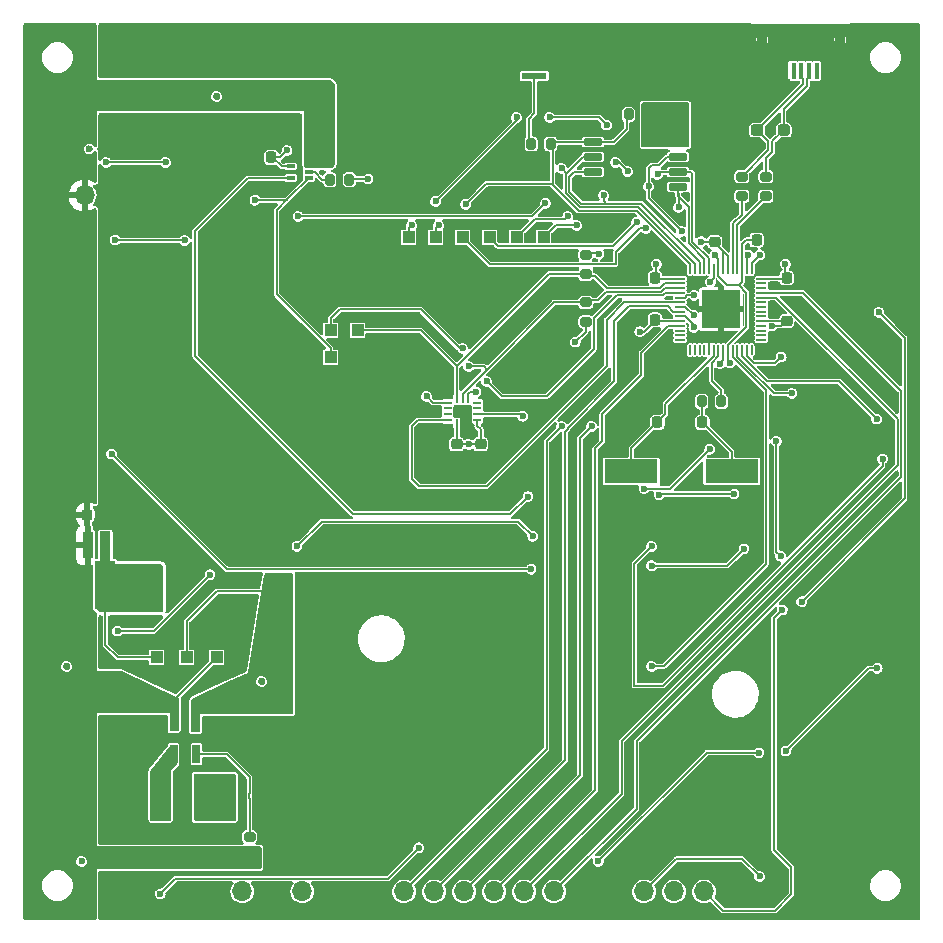
<source format=gtl>
G04 #@! TF.GenerationSoftware,KiCad,Pcbnew,(6.0.5)*
G04 #@! TF.CreationDate,2023-09-12T21:56:23-04:00*
G04 #@! TF.ProjectId,control_board,636f6e74-726f-46c5-9f62-6f6172642e6b,rev?*
G04 #@! TF.SameCoordinates,Original*
G04 #@! TF.FileFunction,Copper,L1,Top*
G04 #@! TF.FilePolarity,Positive*
%FSLAX46Y46*%
G04 Gerber Fmt 4.6, Leading zero omitted, Abs format (unit mm)*
G04 Created by KiCad (PCBNEW (6.0.5)) date 2023-09-12 21:56:23*
%MOMM*%
%LPD*%
G01*
G04 APERTURE LIST*
G04 Aperture macros list*
%AMRoundRect*
0 Rectangle with rounded corners*
0 $1 Rounding radius*
0 $2 $3 $4 $5 $6 $7 $8 $9 X,Y pos of 4 corners*
0 Add a 4 corners polygon primitive as box body*
4,1,4,$2,$3,$4,$5,$6,$7,$8,$9,$2,$3,0*
0 Add four circle primitives for the rounded corners*
1,1,$1+$1,$2,$3*
1,1,$1+$1,$4,$5*
1,1,$1+$1,$6,$7*
1,1,$1+$1,$8,$9*
0 Add four rect primitives between the rounded corners*
20,1,$1+$1,$2,$3,$4,$5,0*
20,1,$1+$1,$4,$5,$6,$7,0*
20,1,$1+$1,$6,$7,$8,$9,0*
20,1,$1+$1,$8,$9,$2,$3,0*%
%AMFreePoly0*
4,1,9,5.362500,-0.866500,1.237500,-0.866500,1.237500,-0.450000,-1.237500,-0.450000,-1.237500,0.450000,1.237500,0.450000,1.237500,0.866500,5.362500,0.866500,5.362500,-0.866500,5.362500,-0.866500,$1*%
G04 Aperture macros list end*
G04 #@! TA.AperFunction,SMDPad,CuDef*
%ADD10R,1.000000X1.000000*%
G04 #@! TD*
G04 #@! TA.AperFunction,ComponentPad*
%ADD11R,1.700000X1.700000*%
G04 #@! TD*
G04 #@! TA.AperFunction,ComponentPad*
%ADD12O,1.700000X1.700000*%
G04 #@! TD*
G04 #@! TA.AperFunction,SMDPad,CuDef*
%ADD13R,0.400000X1.350000*%
G04 #@! TD*
G04 #@! TA.AperFunction,SMDPad,CuDef*
%ADD14R,1.900000X1.900000*%
G04 #@! TD*
G04 #@! TA.AperFunction,ComponentPad*
%ADD15O,0.900000X1.800000*%
G04 #@! TD*
G04 #@! TA.AperFunction,SMDPad,CuDef*
%ADD16R,1.600000X1.400000*%
G04 #@! TD*
G04 #@! TA.AperFunction,SMDPad,CuDef*
%ADD17RoundRect,0.225000X-0.225000X-0.250000X0.225000X-0.250000X0.225000X0.250000X-0.225000X0.250000X0*%
G04 #@! TD*
G04 #@! TA.AperFunction,SMDPad,CuDef*
%ADD18RoundRect,0.200000X-0.200000X-0.275000X0.200000X-0.275000X0.200000X0.275000X-0.200000X0.275000X0*%
G04 #@! TD*
G04 #@! TA.AperFunction,SMDPad,CuDef*
%ADD19R,0.650000X1.560000*%
G04 #@! TD*
G04 #@! TA.AperFunction,ComponentPad*
%ADD20R,2.000000X2.000000*%
G04 #@! TD*
G04 #@! TA.AperFunction,ComponentPad*
%ADD21C,2.000000*%
G04 #@! TD*
G04 #@! TA.AperFunction,SMDPad,CuDef*
%ADD22R,0.900000X2.300000*%
G04 #@! TD*
G04 #@! TA.AperFunction,SMDPad,CuDef*
%ADD23FreePoly0,270.000000*%
G04 #@! TD*
G04 #@! TA.AperFunction,SMDPad,CuDef*
%ADD24RoundRect,0.225000X0.250000X-0.225000X0.250000X0.225000X-0.250000X0.225000X-0.250000X-0.225000X0*%
G04 #@! TD*
G04 #@! TA.AperFunction,SMDPad,CuDef*
%ADD25RoundRect,0.225000X-0.250000X0.225000X-0.250000X-0.225000X0.250000X-0.225000X0.250000X0.225000X0*%
G04 #@! TD*
G04 #@! TA.AperFunction,SMDPad,CuDef*
%ADD26RoundRect,0.150000X-0.650000X-0.150000X0.650000X-0.150000X0.650000X0.150000X-0.650000X0.150000X0*%
G04 #@! TD*
G04 #@! TA.AperFunction,SMDPad,CuDef*
%ADD27RoundRect,0.200000X0.200000X0.275000X-0.200000X0.275000X-0.200000X-0.275000X0.200000X-0.275000X0*%
G04 #@! TD*
G04 #@! TA.AperFunction,SMDPad,CuDef*
%ADD28RoundRect,0.200000X-0.275000X0.200000X-0.275000X-0.200000X0.275000X-0.200000X0.275000X0.200000X0*%
G04 #@! TD*
G04 #@! TA.AperFunction,SMDPad,CuDef*
%ADD29RoundRect,0.237500X0.287500X0.237500X-0.287500X0.237500X-0.287500X-0.237500X0.287500X-0.237500X0*%
G04 #@! TD*
G04 #@! TA.AperFunction,SMDPad,CuDef*
%ADD30R,0.675000X0.250000*%
G04 #@! TD*
G04 #@! TA.AperFunction,SMDPad,CuDef*
%ADD31R,0.250000X0.675000*%
G04 #@! TD*
G04 #@! TA.AperFunction,SMDPad,CuDef*
%ADD32R,4.500000X2.000000*%
G04 #@! TD*
G04 #@! TA.AperFunction,SMDPad,CuDef*
%ADD33RoundRect,0.225000X0.225000X0.250000X-0.225000X0.250000X-0.225000X-0.250000X0.225000X-0.250000X0*%
G04 #@! TD*
G04 #@! TA.AperFunction,SMDPad,CuDef*
%ADD34O,0.875000X0.200000*%
G04 #@! TD*
G04 #@! TA.AperFunction,SMDPad,CuDef*
%ADD35O,0.200000X0.875000*%
G04 #@! TD*
G04 #@! TA.AperFunction,SMDPad,CuDef*
%ADD36R,3.200000X3.200000*%
G04 #@! TD*
G04 #@! TA.AperFunction,SMDPad,CuDef*
%ADD37RoundRect,0.200000X0.275000X-0.200000X0.275000X0.200000X-0.275000X0.200000X-0.275000X-0.200000X0*%
G04 #@! TD*
G04 #@! TA.AperFunction,SMDPad,CuDef*
%ADD38RoundRect,0.237500X-0.287500X-0.237500X0.287500X-0.237500X0.287500X0.237500X-0.287500X0.237500X0*%
G04 #@! TD*
G04 #@! TA.AperFunction,SMDPad,CuDef*
%ADD39R,1.500000X4.000000*%
G04 #@! TD*
G04 #@! TA.AperFunction,SMDPad,CuDef*
%ADD40R,0.700000X0.340000*%
G04 #@! TD*
G04 #@! TA.AperFunction,SMDPad,CuDef*
%ADD41R,2.108200X0.558800*%
G04 #@! TD*
G04 #@! TA.AperFunction,ViaPad*
%ADD42C,0.600000*%
G04 #@! TD*
G04 #@! TA.AperFunction,Conductor*
%ADD43C,0.150000*%
G04 #@! TD*
G04 #@! TA.AperFunction,Conductor*
%ADD44C,0.200000*%
G04 #@! TD*
G04 #@! TA.AperFunction,Conductor*
%ADD45C,0.175000*%
G04 #@! TD*
G04 APERTURE END LIST*
D10*
X130048000Y-79248000D03*
X136652000Y-71374000D03*
X119126000Y-102362000D03*
X113030000Y-104648000D03*
X118110000Y-104648000D03*
X115570000Y-104648000D03*
X127762000Y-76962000D03*
X130048000Y-76962000D03*
X134366000Y-69088000D03*
X141224000Y-69088000D03*
X143510000Y-69088000D03*
X145796000Y-69088000D03*
X138938000Y-69088000D03*
X136652000Y-69088000D03*
X127762000Y-79248000D03*
D11*
X161925000Y-124460000D03*
D12*
X159385000Y-124460000D03*
X156845000Y-124460000D03*
X154305000Y-124460000D03*
D13*
X168918250Y-54999000D03*
X168268250Y-54999000D03*
X167618250Y-54999000D03*
X166968250Y-54999000D03*
X166318250Y-54999000D03*
D14*
X166418250Y-52324000D03*
D15*
X164318250Y-52324000D03*
D16*
X164418250Y-54774000D03*
D15*
X170918250Y-52324000D03*
D14*
X168818250Y-52324000D03*
D16*
X170818250Y-54774000D03*
D17*
X155435000Y-84739000D03*
X156985000Y-84739000D03*
X157550500Y-58927500D03*
X159100500Y-58927500D03*
X107175000Y-92562500D03*
X108725000Y-92562500D03*
X166373000Y-72513500D03*
X167923000Y-72513500D03*
D18*
X127706450Y-64206000D03*
X129356450Y-64206000D03*
D19*
X114493000Y-112856000D03*
X115443000Y-112856000D03*
X116393000Y-112856000D03*
X116393000Y-110156000D03*
X114493000Y-110156000D03*
D20*
X123420000Y-99060000D03*
D21*
X123420000Y-111760000D03*
D22*
X110200000Y-95162500D03*
D23*
X108700000Y-95250000D03*
D22*
X107200000Y-95162500D03*
D24*
X118999000Y-110402500D03*
X118999000Y-108852500D03*
D12*
X125365000Y-124460000D03*
D11*
X122825000Y-124460000D03*
D12*
X120285000Y-124460000D03*
D25*
X166394000Y-76182500D03*
X166394000Y-77732500D03*
D26*
X149975500Y-61022500D03*
X149975500Y-62292500D03*
X149975500Y-63562500D03*
X149975500Y-64832500D03*
X157175500Y-64832500D03*
X157175500Y-63562500D03*
X157175500Y-62292500D03*
X157175500Y-61022500D03*
D27*
X146400500Y-61177500D03*
X144750500Y-61177500D03*
D12*
X146685000Y-124460000D03*
X144145000Y-124460000D03*
X141605000Y-124460000D03*
X139065000Y-124460000D03*
X136525000Y-124460000D03*
X133985000Y-124460000D03*
D24*
X140462000Y-88151000D03*
X140462000Y-86601000D03*
D28*
X120904000Y-119825000D03*
X120904000Y-121475000D03*
D24*
X160298000Y-69476500D03*
X160298000Y-67926500D03*
D29*
X163875000Y-60000000D03*
X162125000Y-60000000D03*
D30*
X137675500Y-83070000D03*
X137675500Y-83570000D03*
X137675500Y-84070000D03*
X137675500Y-84570000D03*
D31*
X138438000Y-84832500D03*
X138938000Y-84832500D03*
X139438000Y-84832500D03*
D30*
X140200500Y-84570000D03*
X140200500Y-84070000D03*
X140200500Y-83570000D03*
X140200500Y-83070000D03*
D31*
X139438000Y-82807500D03*
X138938000Y-82807500D03*
X138438000Y-82807500D03*
D32*
X161730000Y-88900000D03*
X153230000Y-88900000D03*
D18*
X153000500Y-58677500D03*
X154650500Y-58677500D03*
D33*
X155239000Y-76067500D03*
X153689000Y-76067500D03*
D11*
X109479000Y-65532000D03*
D12*
X106939000Y-65532000D03*
D34*
X157368500Y-72579500D03*
X157368500Y-72979500D03*
X157368500Y-73379500D03*
X157368500Y-73779500D03*
X157368500Y-74179500D03*
X157368500Y-74579500D03*
X157368500Y-74979500D03*
X157368500Y-75379500D03*
X157368500Y-75779500D03*
X157368500Y-76179500D03*
X157368500Y-76579500D03*
X157368500Y-76979500D03*
X157368500Y-77379500D03*
X157368500Y-77779500D03*
D35*
X158206000Y-78617000D03*
X158606000Y-78617000D03*
X159006000Y-78617000D03*
X159406000Y-78617000D03*
X159806000Y-78617000D03*
X160206000Y-78617000D03*
X160606000Y-78617000D03*
X161006000Y-78617000D03*
X161406000Y-78617000D03*
X161806000Y-78617000D03*
X162206000Y-78617000D03*
X162606000Y-78617000D03*
X163006000Y-78617000D03*
X163406000Y-78617000D03*
D34*
X164243500Y-77779500D03*
X164243500Y-77379500D03*
X164243500Y-76979500D03*
X164243500Y-76579500D03*
X164243500Y-76179500D03*
X164243500Y-75779500D03*
X164243500Y-75379500D03*
X164243500Y-74979500D03*
X164243500Y-74579500D03*
X164243500Y-74179500D03*
X164243500Y-73779500D03*
X164243500Y-73379500D03*
X164243500Y-72979500D03*
X164243500Y-72579500D03*
D35*
X163406000Y-71742000D03*
X163006000Y-71742000D03*
X162606000Y-71742000D03*
X162206000Y-71742000D03*
X161806000Y-71742000D03*
X161406000Y-71742000D03*
X161006000Y-71742000D03*
X160606000Y-71742000D03*
X160206000Y-71742000D03*
X159806000Y-71742000D03*
X159406000Y-71742000D03*
X159006000Y-71742000D03*
X158606000Y-71742000D03*
X158206000Y-71742000D03*
D36*
X160806000Y-75179500D03*
D37*
X149376000Y-72194500D03*
X149376000Y-70544500D03*
D18*
X159195000Y-82961000D03*
X160845000Y-82961000D03*
D38*
X166125000Y-60000000D03*
X167875000Y-60000000D03*
D24*
X112200000Y-97587500D03*
X112200000Y-96037500D03*
D17*
X121203250Y-62301000D03*
X122753250Y-62301000D03*
D37*
X162584000Y-65595000D03*
X162584000Y-63945000D03*
D17*
X159245000Y-84739000D03*
X160795000Y-84739000D03*
D28*
X149376000Y-74592500D03*
X149376000Y-76242500D03*
D25*
X138430000Y-86601000D03*
X138430000Y-88151000D03*
D17*
X127553250Y-62301000D03*
X129103250Y-62301000D03*
D33*
X155231000Y-72511500D03*
X153681000Y-72511500D03*
D24*
X112141000Y-110249000D03*
X112141000Y-108699000D03*
D39*
X116963600Y-116484400D03*
X113363600Y-116484400D03*
D37*
X164616000Y-65595000D03*
X164616000Y-63945000D03*
D40*
X124403250Y-63071000D03*
X124403250Y-63571000D03*
X124403250Y-64071000D03*
X125903250Y-64071000D03*
X125903250Y-63571000D03*
X125903250Y-63071000D03*
D17*
X163841000Y-69310000D03*
X165391000Y-69310000D03*
D41*
X151626200Y-55427500D03*
X145024800Y-55427500D03*
D42*
X139446000Y-80010000D03*
X138938000Y-78486000D03*
X155448000Y-63754000D03*
X152908000Y-63500000D03*
X151130000Y-59579500D03*
X151892000Y-62738000D03*
X146304000Y-58928000D03*
X136652000Y-66040000D03*
X134620000Y-68072000D03*
X143510000Y-58928000D03*
X136906000Y-68072000D03*
X139192000Y-66294000D03*
X157226000Y-66548000D03*
X154426549Y-68331451D03*
X153670000Y-67818000D03*
X154686000Y-64770000D03*
X150876000Y-65532000D03*
X147844500Y-67310000D03*
X148590000Y-68072000D03*
X147320000Y-63246000D03*
X160298000Y-70607500D03*
X161568000Y-79724000D03*
X153529980Y-83723000D03*
X108585000Y-74930000D03*
X138938000Y-83820000D03*
X135255000Y-60325000D03*
X162560000Y-117475000D03*
X168910000Y-100965000D03*
X130429000Y-62357000D03*
X160020000Y-98425000D03*
X135890000Y-120015000D03*
X106680000Y-121920000D03*
X176530000Y-58420000D03*
X121920000Y-89535000D03*
X168000000Y-62000000D03*
X153567000Y-71342000D03*
X117475000Y-119380000D03*
X137160000Y-106680000D03*
X146685000Y-88265000D03*
X163195000Y-57150000D03*
X118110000Y-57150000D03*
X123825000Y-120650000D03*
X160529261Y-59411654D03*
X130175000Y-99695000D03*
X167005000Y-106680000D03*
X158750000Y-81915000D03*
X118110000Y-72390000D03*
X161441000Y-67024000D03*
X168910000Y-83820000D03*
X169315000Y-72612000D03*
X176530000Y-118745000D03*
X152948500Y-77057000D03*
X117475000Y-102235000D03*
X107315000Y-61595000D03*
X108585000Y-90170000D03*
X147320000Y-117475000D03*
X138430000Y-90805000D03*
X167156000Y-79216000D03*
X165174000Y-84739000D03*
X112141000Y-94742000D03*
X139446000Y-87630000D03*
X165608000Y-56350498D03*
X132715000Y-86995000D03*
X147955000Y-56515000D03*
X153405255Y-90982193D03*
X144780000Y-95885000D03*
X105410000Y-105410000D03*
X168910000Y-120650000D03*
X152400000Y-106680000D03*
X121920000Y-106680000D03*
X132715000Y-116840000D03*
X118110000Y-86995000D03*
X120650000Y-60325000D03*
X166648000Y-69310000D03*
X159155000Y-67786000D03*
X112141000Y-111633000D03*
X145415000Y-100965000D03*
X152400000Y-61595000D03*
X149503000Y-65627000D03*
X123063000Y-63500000D03*
X153670000Y-120650000D03*
X168910000Y-90170000D03*
X119761000Y-62230000D03*
X110236000Y-91948000D03*
X133350000Y-56515000D03*
X153948000Y-77057000D03*
X155000000Y-61000000D03*
X148487000Y-77946000D03*
X111760000Y-100330000D03*
X163130500Y-70607500D03*
X164108000Y-70580000D03*
X139446000Y-86614000D03*
X130937000Y-64135000D03*
X165130149Y-76559841D03*
X113030000Y-100330000D03*
X113030000Y-99060000D03*
X155345000Y-71342000D03*
X111760000Y-99060000D03*
X124079000Y-61722000D03*
X159155000Y-69437000D03*
X166267000Y-71342000D03*
X150495000Y-70485000D03*
X140081000Y-82169000D03*
X160719678Y-79764678D03*
X105410000Y-79375000D03*
X106680000Y-78105000D03*
X106680000Y-79375000D03*
X105410000Y-78105000D03*
X121361200Y-65938400D03*
X113792000Y-62738000D03*
X108762800Y-62738000D03*
X158520000Y-76703500D03*
X149860000Y-85090000D03*
X147320000Y-85090000D03*
X158520000Y-75687500D03*
X165862000Y-96062800D03*
X166014400Y-100634800D03*
X166827200Y-82296000D03*
X165506400Y-86360000D03*
X154940000Y-105410000D03*
X164084000Y-123190000D03*
X173990000Y-84455000D03*
X135890000Y-82550000D03*
X140970000Y-81280000D03*
X144018000Y-84226400D03*
X158547243Y-73988938D03*
X144475200Y-91024500D03*
X159867600Y-87020400D03*
X154305000Y-90349502D03*
X165912800Y-79197200D03*
X157480000Y-68580000D03*
X159925500Y-72833500D03*
X125018800Y-67310000D03*
X115417600Y-69342000D03*
X109524800Y-69291200D03*
X145948400Y-66192400D03*
X155575000Y-90874002D03*
X161925000Y-90805000D03*
X109728000Y-102412800D03*
X124917200Y-95250000D03*
X154940000Y-95250000D03*
X117551200Y-97637600D03*
X144881600Y-94386400D03*
X174498000Y-87833200D03*
X162763200Y-95453200D03*
X109220000Y-87426800D03*
X174193200Y-75438000D03*
X167640000Y-99923600D03*
X144729200Y-97180400D03*
X154940000Y-96875600D03*
X135229600Y-120751600D03*
X150418800Y-121920000D03*
X174040800Y-105562400D03*
X166319200Y-112572800D03*
X113334800Y-124663200D03*
X164033200Y-112725200D03*
X119380000Y-115000000D03*
X117475000Y-108712000D03*
X118250000Y-117650980D03*
X116459000Y-108712000D03*
X119380000Y-117650980D03*
X118250000Y-115000000D03*
D43*
X148590000Y-68072000D02*
X146812000Y-68072000D01*
X146812000Y-68072000D02*
X145796000Y-69088000D01*
X123190000Y-66784250D02*
X124197125Y-65777125D01*
X125903250Y-64071000D02*
X124197125Y-65777125D01*
X127762000Y-78486000D02*
X123190000Y-73914000D01*
X127762000Y-79248000D02*
X127762000Y-78486000D01*
X124197125Y-65777125D02*
X124035850Y-65938400D01*
X123190000Y-73914000D02*
X123190000Y-66784250D01*
X140716000Y-80010000D02*
X140982000Y-80276000D01*
X139446000Y-80010000D02*
X140716000Y-80010000D01*
X140982000Y-80276000D02*
X146665500Y-74592500D01*
X138938000Y-82320000D02*
X140982000Y-80276000D01*
X138684000Y-78486000D02*
X138938000Y-78486000D01*
X137414000Y-77216000D02*
X138684000Y-78486000D01*
X128524000Y-75184000D02*
X135382000Y-75184000D01*
X135382000Y-75184000D02*
X137414000Y-77216000D01*
X127762000Y-75946000D02*
X128524000Y-75184000D01*
X127762000Y-76962000D02*
X127762000Y-75946000D01*
X135398000Y-76962000D02*
X138438000Y-80002000D01*
X130048000Y-76962000D02*
X135398000Y-76962000D01*
X108700000Y-103620000D02*
X108700000Y-95250000D01*
X109728000Y-104648000D02*
X108700000Y-103620000D01*
X113030000Y-104648000D02*
X109728000Y-104648000D01*
X114059000Y-108699000D02*
X112141000Y-108699000D01*
X118110000Y-104648000D02*
X114059000Y-108699000D01*
X118110000Y-99060000D02*
X123420000Y-99060000D01*
X115570000Y-101600000D02*
X118110000Y-99060000D01*
X115570000Y-104648000D02*
X115570000Y-101600000D01*
X154686000Y-63246000D02*
X154940000Y-62992000D01*
X154686000Y-64770000D02*
X154686000Y-63246000D01*
X155639500Y-63562500D02*
X157175500Y-63562500D01*
X155448000Y-63754000D02*
X155639500Y-63562500D01*
X157480000Y-68580000D02*
X154686000Y-65786000D01*
X154686000Y-65786000D02*
X154686000Y-64770000D01*
X156242500Y-62292500D02*
X157175500Y-62292500D01*
X155543000Y-62992000D02*
X156242500Y-62292500D01*
X154940000Y-62992000D02*
X155543000Y-62992000D01*
X152908000Y-63500000D02*
X152146000Y-62738000D01*
X152146000Y-62738000D02*
X151892000Y-62738000D01*
X150478500Y-58928000D02*
X151130000Y-59579500D01*
X146304000Y-58928000D02*
X150478500Y-58928000D01*
X143510000Y-59182000D02*
X143510000Y-58928000D01*
X134366000Y-68326000D02*
X134620000Y-68072000D01*
X136652000Y-66040000D02*
X143510000Y-59182000D01*
X134366000Y-69088000D02*
X134366000Y-68326000D01*
X140952500Y-64533500D02*
X146575500Y-64533500D01*
X139192000Y-66294000D02*
X140952500Y-64533500D01*
X146575500Y-64648671D02*
X146575500Y-64533500D01*
X136652000Y-68326000D02*
X136906000Y-68072000D01*
X136652000Y-69088000D02*
X136652000Y-68326000D01*
X146575500Y-64533500D02*
X146575500Y-61177500D01*
X157226000Y-66548000D02*
X157226000Y-65379000D01*
X157175500Y-65328500D02*
X157175500Y-64832500D01*
X157175500Y-65552500D02*
X157175500Y-65328500D01*
X153918549Y-68331451D02*
X154426549Y-68331451D01*
X151892000Y-70358000D02*
X153918549Y-68331451D01*
X141224000Y-71374000D02*
X151892000Y-71374000D01*
X157226000Y-65379000D02*
X157175500Y-65328500D01*
X138938000Y-69088000D02*
X141224000Y-71374000D01*
X151892000Y-71374000D02*
X151892000Y-70358000D01*
X151675489Y-69812511D02*
X153670000Y-67818000D01*
X141948511Y-69812511D02*
X151675489Y-69812511D01*
X141224000Y-69088000D02*
X141948511Y-69812511D01*
X150876000Y-66040000D02*
X151065500Y-66229500D01*
X150876000Y-65532000D02*
X150876000Y-66040000D01*
X151065500Y-66229500D02*
X149003500Y-66229500D01*
X154082250Y-66229500D02*
X151065500Y-66229500D01*
X145034000Y-67564000D02*
X147590500Y-67564000D01*
X147590500Y-67564000D02*
X147844500Y-67310000D01*
X143510000Y-69088000D02*
X145034000Y-67564000D01*
X147687980Y-63613980D02*
X147320000Y-63246000D01*
X147687980Y-63735020D02*
X147687980Y-63613980D01*
X161406000Y-78220560D02*
X162965000Y-76661560D01*
X161406000Y-79562000D02*
X161406000Y-78617000D01*
X162330000Y-73120000D02*
X162606000Y-72844000D01*
X162965000Y-76661560D02*
X162965000Y-73755000D01*
X162606000Y-72844000D02*
X162606000Y-71742000D01*
X161341480Y-73120000D02*
X162330000Y-73120000D01*
X160606000Y-71742000D02*
X160606000Y-70915500D01*
X160606000Y-70915500D02*
X160298000Y-70607500D01*
X162606000Y-71742000D02*
X162606000Y-69669000D01*
X162965000Y-69310000D02*
X163753500Y-69310000D01*
X160606000Y-72384520D02*
X161341480Y-73120000D01*
X162606000Y-69669000D02*
X162965000Y-69310000D01*
X160606000Y-71742000D02*
X160606000Y-72384520D01*
X161406000Y-78617000D02*
X161406000Y-78220560D01*
X161568000Y-79724000D02*
X161406000Y-79562000D01*
X162965000Y-73755000D02*
X162330000Y-73120000D01*
X152948500Y-76808000D02*
X153689000Y-76067500D01*
X152948500Y-77057000D02*
X152948500Y-76808000D01*
X129602450Y-64135000D02*
X129531450Y-64206000D01*
X163006000Y-71742000D02*
X163006000Y-70732000D01*
X166309500Y-76179500D02*
X166394000Y-76095000D01*
X160298000Y-69564000D02*
X161006000Y-70272000D01*
X153948000Y-77057000D02*
X154337000Y-77057000D01*
X139438000Y-82807500D02*
X139438000Y-82304000D01*
X157368500Y-72579500D02*
X155386500Y-72579500D01*
X163406000Y-71282000D02*
X163406000Y-71742000D01*
X164243500Y-76179500D02*
X166309500Y-76179500D01*
X155318500Y-72511500D02*
X155318500Y-71368500D01*
X154337000Y-77057000D02*
X155326500Y-76067500D01*
X122840750Y-62301000D02*
X123500000Y-62301000D01*
X161406000Y-71742000D02*
X161406000Y-70672000D01*
D44*
X140200500Y-85082500D02*
X140462000Y-85344000D01*
D43*
X139438000Y-82304000D02*
X139573000Y-82169000D01*
X165130149Y-76559841D02*
X165929159Y-76559841D01*
D44*
X140462000Y-86513500D02*
X140462000Y-85344000D01*
D43*
X155318500Y-71368500D02*
X155345000Y-71342000D01*
X139573000Y-82169000D02*
X140081000Y-82169000D01*
X166267000Y-71342000D02*
X166267000Y-72495000D01*
X157368500Y-76179500D02*
X155438500Y-76179500D01*
X166219500Y-72579500D02*
X166285500Y-72513500D01*
X149376000Y-76417500D02*
X149376000Y-77057000D01*
X164243500Y-72579500D02*
X166219500Y-72579500D01*
X165929159Y-76559841D02*
X166394000Y-76095000D01*
X149376000Y-77057000D02*
X148487000Y-77946000D01*
X161406000Y-70672000D02*
X161006000Y-70272000D01*
X159155000Y-69437000D02*
X160171000Y-69437000D01*
X123500000Y-62301000D02*
X124079000Y-61722000D01*
D44*
X138430000Y-86513500D02*
X138430000Y-84840500D01*
D43*
X123610750Y-63071000D02*
X122840750Y-62301000D01*
X161006000Y-79478356D02*
X161006000Y-78617000D01*
D44*
X139446000Y-86614000D02*
X140361500Y-86614000D01*
D43*
X124403250Y-63071000D02*
X123610750Y-63071000D01*
D44*
X140200500Y-84570000D02*
X140200500Y-85082500D01*
X140361500Y-86614000D02*
X140462000Y-86513500D01*
D43*
X161006000Y-70272000D02*
X161006000Y-71742000D01*
X160719678Y-79764678D02*
X161006000Y-79478356D01*
X160171000Y-69437000D02*
X160298000Y-69564000D01*
X163006000Y-70732000D02*
X163130500Y-70607500D01*
X166267000Y-72495000D02*
X166285500Y-72513500D01*
D44*
X138430000Y-84840500D02*
X138438000Y-84832500D01*
D43*
X164108000Y-70580000D02*
X163406000Y-71282000D01*
X155386500Y-72579500D02*
X155318500Y-72511500D01*
D44*
X139446000Y-86614000D02*
X138530500Y-86614000D01*
D43*
X150495000Y-70485000D02*
X150379500Y-70369500D01*
D44*
X138530500Y-86614000D02*
X138430000Y-86513500D01*
D43*
X155438500Y-76179500D02*
X155326500Y-76067500D01*
X150379500Y-70369500D02*
X149376000Y-70369500D01*
X130937000Y-64135000D02*
X129602450Y-64135000D01*
X156119038Y-83198489D02*
X156119038Y-84054962D01*
X156119038Y-84054962D02*
X155435000Y-84739000D01*
X153230000Y-88900000D02*
X153230000Y-86944000D01*
X160206000Y-79111527D02*
X156119038Y-83198489D01*
X160206000Y-78617000D02*
X160206000Y-79111527D01*
X153230000Y-86944000D02*
X155435000Y-84739000D01*
X125903250Y-63071000D02*
X126695750Y-63071000D01*
X126695750Y-63071000D02*
X127465750Y-62301000D01*
X124035850Y-65938400D02*
X121361200Y-65938400D01*
X113792000Y-62738000D02*
X108762800Y-62738000D01*
X176078080Y-89351920D02*
X153670000Y-111760000D01*
X153670000Y-117475000D02*
X146685000Y-124460000D01*
X153670000Y-111760000D02*
X153670000Y-117475000D01*
X176078080Y-82098080D02*
X176078080Y-89351920D01*
X164243500Y-73779500D02*
X167759500Y-73779500D01*
X167759500Y-73779500D02*
X176078080Y-82098080D01*
X164243500Y-74179500D02*
X165501717Y-74179500D01*
X165501717Y-74179500D02*
X175778560Y-84456343D01*
X152400000Y-111760000D02*
X152400000Y-116205000D01*
X152400000Y-116205000D02*
X144145000Y-124460000D01*
X175778560Y-88381440D02*
X152400000Y-111760000D01*
X175778560Y-84456343D02*
X175778560Y-88381440D01*
X150755489Y-86360000D02*
X150159520Y-86955969D01*
X154075000Y-80740000D02*
X154075000Y-78835000D01*
X154075000Y-78835000D02*
X156330500Y-76579500D01*
X156330500Y-76579500D02*
X157368500Y-76579500D01*
X154075000Y-80740000D02*
X150755489Y-84059511D01*
X150159520Y-115905480D02*
X141605000Y-124460000D01*
X150755489Y-84059511D02*
X150755489Y-86360000D01*
X150159520Y-86955969D02*
X150159520Y-115905480D01*
X158520000Y-76534560D02*
X157764940Y-75779500D01*
X157764940Y-75779500D02*
X157368500Y-75779500D01*
X149860000Y-85090000D02*
X148889520Y-86060480D01*
X158520000Y-76703500D02*
X158520000Y-76534560D01*
X148889520Y-114635480D02*
X139065000Y-124460000D01*
X148889520Y-86060480D02*
X148889520Y-114635480D01*
X151765000Y-81280000D02*
X147844511Y-85200489D01*
X147619520Y-113365480D02*
X136525000Y-124460000D01*
X156781000Y-75379500D02*
X156327000Y-74925500D01*
X151765000Y-76200000D02*
X151765000Y-81280000D01*
X156327000Y-74925500D02*
X153039500Y-74925500D01*
X147844511Y-85200489D02*
X147844511Y-85307261D01*
X157368500Y-75379500D02*
X156781000Y-75379500D01*
X153039500Y-74925500D02*
X151765000Y-76200000D01*
X147844511Y-85307261D02*
X147619520Y-85532252D01*
X147619520Y-85532252D02*
X147619520Y-113365480D01*
X158520000Y-75687500D02*
X157812000Y-74979500D01*
X146050000Y-112395000D02*
X133985000Y-124460000D01*
X147320000Y-85090000D02*
X146050000Y-86360000D01*
X157812000Y-74979500D02*
X157368500Y-74979500D01*
X146050000Y-86360000D02*
X146050000Y-112395000D01*
X166776400Y-124714000D02*
X165404800Y-126085600D01*
X165321087Y-82296000D02*
X166827200Y-82296000D01*
X165303200Y-101346000D02*
X165303200Y-120954800D01*
X161010600Y-126085600D02*
X159385000Y-124460000D01*
X165506400Y-95707200D02*
X165862000Y-96062800D01*
X165404800Y-126085600D02*
X161010600Y-126085600D01*
X166014400Y-100634800D02*
X165303200Y-101346000D01*
X165303200Y-120954800D02*
X166776400Y-122428000D01*
X166776400Y-122428000D02*
X166776400Y-124714000D01*
X165506400Y-86360000D02*
X165506400Y-95707200D01*
X162797543Y-79772457D02*
X165321087Y-82296000D01*
X162206000Y-78617000D02*
X162206000Y-79180914D01*
X162206000Y-79180914D02*
X162797543Y-79772457D01*
X154940000Y-105410000D02*
X155950498Y-105410000D01*
X155950498Y-105410000D02*
X164649489Y-96711009D01*
X161806000Y-79204500D02*
X161806000Y-78617000D01*
X164649489Y-82047989D02*
X161806000Y-79204500D01*
X164649489Y-96711009D02*
X164649489Y-82047989D01*
X157048200Y-121716800D02*
X154305000Y-124460000D01*
X170815000Y-81280000D02*
X164728673Y-81280000D01*
X164728673Y-81280000D02*
X162606000Y-79157327D01*
X164084000Y-123190000D02*
X162610800Y-121716800D01*
X162606000Y-79157327D02*
X162606000Y-78617000D01*
X162610800Y-121716800D02*
X157048200Y-121716800D01*
X173990000Y-84455000D02*
X170815000Y-81280000D01*
D45*
X168105750Y-56228870D02*
X166125000Y-58209620D01*
X168268250Y-54999000D02*
X168268250Y-55474000D01*
X164616000Y-62372620D02*
X164616000Y-63945000D01*
X166125000Y-58209620D02*
X166125000Y-60000000D01*
X166125000Y-60000000D02*
X165162500Y-60962500D01*
X165162500Y-61826120D02*
X164616000Y-62372620D01*
X168105750Y-55636500D02*
X168105750Y-56228870D01*
X165162500Y-60962500D02*
X165162500Y-61826120D01*
X168268250Y-55474000D02*
X168105750Y-55636500D01*
X167618250Y-55474000D02*
X167780750Y-55636500D01*
X164837500Y-61691500D02*
X162584000Y-63945000D01*
X163875000Y-60000000D02*
X164837500Y-60962500D01*
X167618250Y-54999000D02*
X167618250Y-55474000D01*
X167780750Y-56094250D02*
X163875000Y-60000000D01*
X164837500Y-60962500D02*
X164837500Y-61691500D01*
X167780750Y-55636500D02*
X167780750Y-56094250D01*
X161843500Y-67907880D02*
X162584000Y-67167380D01*
X162584000Y-67167380D02*
X162584000Y-65595000D01*
X161806000Y-71742000D02*
X161806000Y-71304500D01*
X161806000Y-71304500D02*
X161843500Y-71267000D01*
X161843500Y-71267000D02*
X161843500Y-67907880D01*
X162168500Y-71267000D02*
X162168500Y-68042500D01*
X162168500Y-68042500D02*
X164616000Y-65595000D01*
X162206000Y-71742000D02*
X162206000Y-71304500D01*
X162206000Y-71304500D02*
X162168500Y-71267000D01*
D43*
X160845000Y-82031221D02*
X160845000Y-82961000D01*
X160606000Y-78617000D02*
X160606000Y-79135113D01*
X160020000Y-81206221D02*
X160845000Y-82031221D01*
X160020000Y-79721113D02*
X160020000Y-81206221D01*
X160606000Y-79135113D02*
X160020000Y-79721113D01*
X156041394Y-72979500D02*
X155619394Y-73401500D01*
X138438000Y-82807500D02*
X138438000Y-80002000D01*
X155619394Y-73401500D02*
X151154000Y-73401500D01*
X150122000Y-72369500D02*
X149376000Y-72369500D01*
X157368500Y-72979500D02*
X156041394Y-72979500D01*
X151154000Y-73401500D02*
X150122000Y-72369500D01*
X146245500Y-72194500D02*
X149376000Y-72194500D01*
X138438000Y-80002000D02*
X146245500Y-72194500D01*
X146665500Y-74592500D02*
X149376000Y-74592500D01*
X157368500Y-73379500D02*
X156064980Y-73379500D01*
X155743459Y-73701020D02*
X151108480Y-73701020D01*
X150392000Y-74417500D02*
X149376000Y-74417500D01*
X151108480Y-73701020D02*
X150392000Y-74417500D01*
X138938000Y-82807500D02*
X138938000Y-82320000D01*
X156064980Y-73379500D02*
X155743459Y-73701020D01*
X127058250Y-64206000D02*
X126423250Y-63571000D01*
X126423250Y-63571000D02*
X125903250Y-63571000D01*
X127531450Y-64206000D02*
X127058250Y-64206000D01*
X152825500Y-59931500D02*
X152825500Y-58677500D01*
X149975500Y-61022500D02*
X146730500Y-61022500D01*
X146730500Y-61022500D02*
X146575500Y-61177500D01*
X153665394Y-66828540D02*
X148755369Y-66828540D01*
X158206000Y-71742000D02*
X158206000Y-71369146D01*
X158206000Y-71369146D02*
X153665394Y-66828540D01*
X149975500Y-61022500D02*
X151734500Y-61022500D01*
X151734500Y-61022500D02*
X152825500Y-59931500D01*
X148755369Y-66828540D02*
X146575500Y-64648671D01*
X144575500Y-59037500D02*
X144575500Y-61177500D01*
X145024800Y-55427500D02*
X145024800Y-58588200D01*
X145024800Y-58588200D02*
X144575500Y-59037500D01*
X150075520Y-75909437D02*
X151984417Y-74000540D01*
X150075520Y-78524480D02*
X150075520Y-75909437D01*
X151984417Y-74000540D02*
X155867524Y-74000540D01*
X136410000Y-83070000D02*
X135890000Y-82550000D01*
X155867524Y-74000540D02*
X156088564Y-73779500D01*
X156088564Y-73779500D02*
X157368500Y-73779500D01*
X146050000Y-82550000D02*
X150075520Y-78524480D01*
X140970000Y-81280000D02*
X142240000Y-82550000D01*
X142240000Y-82550000D02*
X146050000Y-82550000D01*
X137675500Y-83070000D02*
X136410000Y-83070000D01*
X143861600Y-84070000D02*
X140200500Y-84070000D01*
X157955502Y-73988938D02*
X157764940Y-74179500D01*
X157764940Y-74179500D02*
X157368500Y-74179500D01*
X144018000Y-84226400D02*
X143861600Y-84070000D01*
X158547243Y-73988938D02*
X157955502Y-73988938D01*
X151130000Y-76049914D02*
X151130000Y-80010000D01*
X135255000Y-90170000D02*
X134620000Y-89535000D01*
X134620000Y-89535000D02*
X134620000Y-85090000D01*
X152600414Y-74579500D02*
X151130000Y-76049914D01*
X151130000Y-80010000D02*
X140970000Y-90170000D01*
X135140000Y-84570000D02*
X137675500Y-84570000D01*
X140970000Y-90170000D02*
X135255000Y-90170000D01*
X157368500Y-74579500D02*
X152600414Y-74579500D01*
X134620000Y-85090000D02*
X135140000Y-84570000D01*
X163579868Y-79707610D02*
X163951195Y-79707610D01*
X163951195Y-79707610D02*
X165402390Y-79707610D01*
X129692400Y-92506800D02*
X116281200Y-79095600D01*
X116281200Y-79095600D02*
X116281200Y-68529200D01*
X116281200Y-68529200D02*
X120739400Y-64071000D01*
X120739400Y-64071000D02*
X124403250Y-64071000D01*
X142992900Y-92506800D02*
X129692400Y-92506800D01*
X144475200Y-91024500D02*
X142992900Y-92506800D01*
X163006000Y-78617000D02*
X163006000Y-79133742D01*
X165402390Y-79707610D02*
X165912800Y-79197200D01*
X154305000Y-90349502D02*
X156538498Y-90349502D01*
X156538498Y-90349502D02*
X159867600Y-87020400D01*
X163006000Y-79133742D02*
X163579868Y-79707610D01*
X160206000Y-71742000D02*
X160206000Y-72553000D01*
X160206000Y-72553000D02*
X159925500Y-72833500D01*
X159806000Y-71742000D02*
X159806000Y-70857272D01*
X158274500Y-63562500D02*
X157175500Y-63562500D01*
X158393000Y-69444272D02*
X158393000Y-63681000D01*
X158393000Y-63681000D02*
X158274500Y-63562500D01*
X159806000Y-70857272D02*
X158393000Y-69444272D01*
X158093480Y-66470480D02*
X157175500Y-65552500D01*
X158093480Y-69568337D02*
X158093480Y-66470480D01*
X159406000Y-70880858D02*
X158093480Y-69568337D01*
X159406000Y-71742000D02*
X159406000Y-70880858D01*
X159006000Y-71742000D02*
X159006000Y-71153250D01*
X147987500Y-65213500D02*
X147987500Y-63943500D01*
X147987500Y-63943500D02*
X148368500Y-63562500D01*
X159006000Y-71153250D02*
X154082250Y-66229500D01*
X148368500Y-63562500D02*
X149975500Y-63562500D01*
X149003500Y-66229500D02*
X147987500Y-65213500D01*
X153789460Y-66529020D02*
X148879435Y-66529020D01*
X148879435Y-66529020D02*
X147687980Y-65337565D01*
X147687980Y-63735020D02*
X149130500Y-62292500D01*
X158606000Y-71345560D02*
X153789460Y-66529020D01*
X149130500Y-62292500D02*
X149975500Y-62292500D01*
X158606000Y-71742000D02*
X158606000Y-71345560D01*
X147687980Y-65337565D02*
X147687980Y-63735020D01*
X161730000Y-87224000D02*
X159245000Y-84739000D01*
X161730000Y-88900000D02*
X161730000Y-87224000D01*
X159245000Y-83011000D02*
X159195000Y-82961000D01*
X159245000Y-84739000D02*
X159245000Y-83011000D01*
X144830800Y-67310000D02*
X145948400Y-66192400D01*
X125018800Y-67310000D02*
X144830800Y-67310000D01*
X109524800Y-69291200D02*
X109575600Y-69342000D01*
X109575600Y-69342000D02*
X115417600Y-69342000D01*
X155575000Y-90874002D02*
X155644002Y-90805000D01*
X155644002Y-90805000D02*
X161925000Y-90805000D01*
X174498000Y-88429355D02*
X174498000Y-87833200D01*
X153466800Y-107035600D02*
X155891755Y-107035600D01*
X143662400Y-93167200D02*
X144881600Y-94386400D01*
X155891755Y-107035600D02*
X174498000Y-88429355D01*
X112776000Y-102412800D02*
X117551200Y-97637600D01*
X109728000Y-102412800D02*
X112776000Y-102412800D01*
X124917200Y-95250000D02*
X127000000Y-93167200D01*
X154940000Y-95250000D02*
X153466800Y-96723200D01*
X127000000Y-93167200D02*
X143662400Y-93167200D01*
X153466800Y-96723200D02*
X153466800Y-107035600D01*
X176377600Y-77622400D02*
X174193200Y-75438000D01*
X118973600Y-97180400D02*
X144729200Y-97180400D01*
X154940000Y-96875600D02*
X161340800Y-96875600D01*
X109220000Y-87426800D02*
X118973600Y-97180400D01*
X176377600Y-91186000D02*
X176377600Y-77622400D01*
X167640000Y-99923600D02*
X176377600Y-91186000D01*
X161340800Y-96875600D02*
X162763200Y-95453200D01*
X159613600Y-112725200D02*
X164033200Y-112725200D01*
X113334800Y-124663200D02*
X114612511Y-123385489D01*
X114612511Y-123385489D02*
X132595711Y-123385489D01*
X166319200Y-112572800D02*
X173329600Y-105562400D01*
X173329600Y-105562400D02*
X174040800Y-105562400D01*
X150418800Y-121920000D02*
X159613600Y-112725200D01*
X132595711Y-123385489D02*
X135229600Y-120751600D01*
X118952000Y-112856000D02*
X116393000Y-112856000D01*
X120887489Y-116549261D02*
X120887489Y-116114739D01*
X120887489Y-116114739D02*
X120904000Y-116098228D01*
X120904000Y-116098228D02*
X120904000Y-114808000D01*
X120904000Y-114808000D02*
X118952000Y-112856000D01*
X120904000Y-119650000D02*
X120904000Y-116565772D01*
X120904000Y-116565772D02*
X120887489Y-116549261D01*
G04 #@! TA.AperFunction,Conductor*
G36*
X171704000Y-55707010D02*
G01*
X169672000Y-55707010D01*
X169672000Y-53421010D01*
X166624000Y-53421010D01*
X166624000Y-54119110D01*
X166604234Y-54132318D01*
X166587649Y-54143399D01*
X166532284Y-54226260D01*
X166517750Y-54299326D01*
X166517750Y-55698674D01*
X166519408Y-55707010D01*
X163322000Y-55707010D01*
X163322000Y-52392624D01*
X163817281Y-52392624D01*
X163856678Y-52530471D01*
X163933180Y-52651720D01*
X164040638Y-52746623D01*
X164170413Y-52807553D01*
X164279259Y-52824500D01*
X164354190Y-52824500D01*
X164395589Y-52818571D01*
X164451282Y-52810596D01*
X164451285Y-52810595D01*
X164460168Y-52809323D01*
X164590678Y-52749984D01*
X164612016Y-52731598D01*
X164692487Y-52662260D01*
X164692490Y-52662257D01*
X164699287Y-52656400D01*
X164777265Y-52536095D01*
X164818343Y-52398739D01*
X164818380Y-52392624D01*
X170417281Y-52392624D01*
X170456678Y-52530471D01*
X170533180Y-52651720D01*
X170640638Y-52746623D01*
X170770413Y-52807553D01*
X170879259Y-52824500D01*
X170954190Y-52824500D01*
X170995589Y-52818571D01*
X171051282Y-52810596D01*
X171051285Y-52810595D01*
X171060168Y-52809323D01*
X171190678Y-52749984D01*
X171212016Y-52731598D01*
X171292487Y-52662260D01*
X171292490Y-52662257D01*
X171299287Y-52656400D01*
X171377265Y-52536095D01*
X171418343Y-52398739D01*
X171419219Y-52255376D01*
X171379822Y-52117529D01*
X171303320Y-51996280D01*
X171195862Y-51901377D01*
X171066087Y-51840447D01*
X170957241Y-51823500D01*
X170882310Y-51823500D01*
X170840911Y-51829429D01*
X170785218Y-51837404D01*
X170785215Y-51837405D01*
X170776332Y-51838677D01*
X170645822Y-51898016D01*
X170639018Y-51903878D01*
X170639019Y-51903878D01*
X170544013Y-51985740D01*
X170544010Y-51985743D01*
X170537213Y-51991600D01*
X170459235Y-52111905D01*
X170418157Y-52249261D01*
X170417281Y-52392624D01*
X164818380Y-52392624D01*
X164819219Y-52255376D01*
X164779822Y-52117529D01*
X164703320Y-51996280D01*
X164595862Y-51901377D01*
X164466087Y-51840447D01*
X164357241Y-51823500D01*
X164282310Y-51823500D01*
X164240911Y-51829429D01*
X164185218Y-51837404D01*
X164185215Y-51837405D01*
X164176332Y-51838677D01*
X164045822Y-51898016D01*
X164039018Y-51903878D01*
X164039019Y-51903878D01*
X163944013Y-51985740D01*
X163944010Y-51985743D01*
X163937213Y-51991600D01*
X163859235Y-52111905D01*
X163818157Y-52249261D01*
X163817281Y-52392624D01*
X163322000Y-52392624D01*
X163322000Y-51050500D01*
X171704000Y-51050500D01*
X171704000Y-55707010D01*
G37*
G04 #@! TD.AperFunction*
G04 #@! TA.AperFunction,Conductor*
G36*
X113480121Y-96794002D02*
G01*
X113526614Y-96847658D01*
X113538000Y-96900000D01*
X113538000Y-100712000D01*
X113517998Y-100780121D01*
X113464342Y-100826614D01*
X113412000Y-100838000D01*
X108293923Y-100838000D01*
X108225802Y-100817998D01*
X108178848Y-100763321D01*
X108154270Y-100708210D01*
X108154269Y-100708208D01*
X108151750Y-100702560D01*
X108110738Y-100644607D01*
X108081220Y-100609923D01*
X107997837Y-100555282D01*
X107998505Y-100554262D01*
X107952064Y-100509455D01*
X107935552Y-100447098D01*
X107935552Y-96946499D01*
X107932001Y-96913468D01*
X107944607Y-96843600D01*
X107992985Y-96791638D01*
X108057279Y-96774000D01*
X113412000Y-96774000D01*
X113480121Y-96794002D01*
G37*
G04 #@! TD.AperFunction*
G04 #@! TA.AperFunction,Conductor*
G36*
X163830000Y-72339210D02*
G01*
X163808260Y-72343534D01*
X163806704Y-72344573D01*
X163806703Y-72344574D01*
X163748758Y-72383291D01*
X163725399Y-72398899D01*
X163724360Y-72400454D01*
X163712129Y-72418760D01*
X163670034Y-72481760D01*
X163650592Y-72579500D01*
X163670034Y-72677240D01*
X163671073Y-72678796D01*
X163671074Y-72678797D01*
X163701660Y-72724572D01*
X163725399Y-72760101D01*
X163726954Y-72761140D01*
X163730788Y-72763702D01*
X163738867Y-72775794D01*
X163736030Y-72790056D01*
X163730788Y-72795298D01*
X163725399Y-72798899D01*
X163724360Y-72800454D01*
X163683405Y-72861749D01*
X163670034Y-72881760D01*
X163650592Y-72979500D01*
X163670034Y-73077240D01*
X163725399Y-73160101D01*
X163726954Y-73161140D01*
X163730788Y-73163702D01*
X163738867Y-73175794D01*
X163736030Y-73190056D01*
X163730788Y-73195298D01*
X163725399Y-73198899D01*
X163724360Y-73200454D01*
X163674121Y-73275644D01*
X163670034Y-73281760D01*
X163650592Y-73379500D01*
X163670034Y-73477240D01*
X163671073Y-73478796D01*
X163671074Y-73478797D01*
X163710648Y-73538024D01*
X163725399Y-73560101D01*
X163726954Y-73561140D01*
X163730788Y-73563702D01*
X163738867Y-73575794D01*
X163736030Y-73590056D01*
X163730788Y-73595298D01*
X163725399Y-73598899D01*
X163724360Y-73600454D01*
X163682445Y-73663186D01*
X163670034Y-73681760D01*
X163650592Y-73779500D01*
X163670034Y-73877240D01*
X163725399Y-73960101D01*
X163726954Y-73961140D01*
X163730788Y-73963702D01*
X163738867Y-73975794D01*
X163736030Y-73990056D01*
X163730788Y-73995298D01*
X163725399Y-73998899D01*
X163724360Y-74000454D01*
X163721323Y-74005000D01*
X163670034Y-74081760D01*
X163650592Y-74179500D01*
X163670034Y-74277240D01*
X163671073Y-74278796D01*
X163671074Y-74278797D01*
X163724360Y-74358546D01*
X163725399Y-74360101D01*
X163726954Y-74361140D01*
X163730788Y-74363702D01*
X163738867Y-74375794D01*
X163736030Y-74390056D01*
X163730788Y-74395298D01*
X163725399Y-74398899D01*
X163724360Y-74400454D01*
X163697786Y-74440226D01*
X163670034Y-74481760D01*
X163650592Y-74579500D01*
X163670034Y-74677240D01*
X163725399Y-74760101D01*
X163726954Y-74761140D01*
X163730788Y-74763702D01*
X163738867Y-74775794D01*
X163736030Y-74790056D01*
X163730788Y-74795298D01*
X163725399Y-74798899D01*
X163724360Y-74800454D01*
X163721323Y-74805000D01*
X163670034Y-74881760D01*
X163650592Y-74979500D01*
X163670034Y-75077240D01*
X163671073Y-75078796D01*
X163671074Y-75078797D01*
X163724360Y-75158546D01*
X163725399Y-75160101D01*
X163726954Y-75161140D01*
X163730788Y-75163702D01*
X163738867Y-75175794D01*
X163736030Y-75190056D01*
X163730788Y-75195298D01*
X163725399Y-75198899D01*
X163724360Y-75200454D01*
X163674501Y-75275075D01*
X163670034Y-75281760D01*
X163650592Y-75379500D01*
X163670034Y-75477240D01*
X163671073Y-75478796D01*
X163671074Y-75478797D01*
X163681746Y-75494769D01*
X163725399Y-75560101D01*
X163726954Y-75561140D01*
X163730788Y-75563702D01*
X163738867Y-75575794D01*
X163736030Y-75590056D01*
X163730788Y-75595298D01*
X163725399Y-75598899D01*
X163724360Y-75600454D01*
X163721323Y-75605000D01*
X163670034Y-75681760D01*
X163650592Y-75779500D01*
X163670034Y-75877240D01*
X163671073Y-75878796D01*
X163671074Y-75878797D01*
X163724360Y-75958546D01*
X163725399Y-75960101D01*
X163726954Y-75961140D01*
X163730788Y-75963702D01*
X163738867Y-75975794D01*
X163736030Y-75990056D01*
X163730788Y-75995298D01*
X163725399Y-75998899D01*
X163670034Y-76081760D01*
X163650592Y-76179500D01*
X163670034Y-76277240D01*
X163671073Y-76278796D01*
X163671074Y-76278797D01*
X163679278Y-76291075D01*
X163725399Y-76360101D01*
X163726954Y-76361140D01*
X163730788Y-76363702D01*
X163738867Y-76375794D01*
X163736030Y-76390056D01*
X163730788Y-76395298D01*
X163725399Y-76398899D01*
X163724360Y-76400454D01*
X163679996Y-76466851D01*
X163670034Y-76481760D01*
X163650592Y-76579500D01*
X163670034Y-76677240D01*
X163725399Y-76760101D01*
X163726954Y-76761140D01*
X163730788Y-76763702D01*
X163738867Y-76775794D01*
X163736030Y-76790056D01*
X163730788Y-76795298D01*
X163725399Y-76798899D01*
X163724360Y-76800454D01*
X163708259Y-76824552D01*
X163670034Y-76881760D01*
X163650592Y-76979500D01*
X163670034Y-77077240D01*
X163671073Y-77078796D01*
X163671074Y-77078797D01*
X163699644Y-77121555D01*
X163725399Y-77160101D01*
X163726954Y-77161140D01*
X163730788Y-77163702D01*
X163738867Y-77175794D01*
X163736030Y-77190056D01*
X163730788Y-77195298D01*
X163725399Y-77198899D01*
X163670034Y-77281760D01*
X163650592Y-77379500D01*
X163670034Y-77477240D01*
X163725399Y-77560101D01*
X163726954Y-77561140D01*
X163730788Y-77563702D01*
X163738867Y-77575794D01*
X163736030Y-77590056D01*
X163730788Y-77595298D01*
X163725399Y-77598899D01*
X163670034Y-77681760D01*
X163650592Y-77779500D01*
X163670034Y-77877240D01*
X163725399Y-77960101D01*
X163726954Y-77961140D01*
X163806703Y-78014426D01*
X163806704Y-78014427D01*
X163808260Y-78015466D01*
X163830000Y-78019790D01*
X163830000Y-78740000D01*
X163656500Y-78740000D01*
X163656500Y-78254826D01*
X163641966Y-78181760D01*
X163586601Y-78098899D01*
X163524271Y-78057252D01*
X163505297Y-78044574D01*
X163505296Y-78044573D01*
X163503740Y-78043534D01*
X163406000Y-78024092D01*
X163308260Y-78043534D01*
X163306704Y-78044573D01*
X163306703Y-78044574D01*
X163287729Y-78057252D01*
X163225399Y-78098899D01*
X163224360Y-78100454D01*
X163221798Y-78104288D01*
X163209706Y-78112367D01*
X163195444Y-78109530D01*
X163190202Y-78104288D01*
X163187640Y-78100454D01*
X163186601Y-78098899D01*
X163124271Y-78057252D01*
X163105297Y-78044574D01*
X163105296Y-78044573D01*
X163103740Y-78043534D01*
X163006000Y-78024092D01*
X162908260Y-78043534D01*
X162906704Y-78044573D01*
X162906703Y-78044574D01*
X162887729Y-78057252D01*
X162825399Y-78098899D01*
X162824360Y-78100454D01*
X162821798Y-78104288D01*
X162809706Y-78112367D01*
X162795444Y-78109530D01*
X162790202Y-78104288D01*
X162787640Y-78100454D01*
X162786601Y-78098899D01*
X162724271Y-78057252D01*
X162705297Y-78044574D01*
X162705296Y-78044573D01*
X162703740Y-78043534D01*
X162606000Y-78024092D01*
X162508260Y-78043534D01*
X162506704Y-78044573D01*
X162506703Y-78044574D01*
X162487729Y-78057252D01*
X162425399Y-78098899D01*
X162424360Y-78100454D01*
X162421798Y-78104288D01*
X162409706Y-78112367D01*
X162395444Y-78109530D01*
X162390202Y-78104288D01*
X162387640Y-78100454D01*
X162386601Y-78098899D01*
X162324271Y-78057252D01*
X162305297Y-78044574D01*
X162305296Y-78044573D01*
X162303740Y-78043534D01*
X162206000Y-78024092D01*
X162108260Y-78043534D01*
X162106704Y-78044573D01*
X162106703Y-78044574D01*
X162087729Y-78057252D01*
X162025399Y-78098899D01*
X162024360Y-78100454D01*
X162021798Y-78104288D01*
X162009706Y-78112367D01*
X161995444Y-78109530D01*
X161990202Y-78104288D01*
X161987640Y-78100454D01*
X161986601Y-78098899D01*
X161921906Y-78055672D01*
X161913827Y-78043581D01*
X161916664Y-78029318D01*
X161919027Y-78026439D01*
X163119912Y-76825553D01*
X163120633Y-76824868D01*
X163126129Y-76819919D01*
X163151509Y-76797067D01*
X163152322Y-76795241D01*
X163163176Y-76770863D01*
X163164598Y-76768243D01*
X163179140Y-76745851D01*
X163179141Y-76745849D01*
X163180226Y-76744178D01*
X163182689Y-76728627D01*
X163184098Y-76723871D01*
X163189687Y-76711319D01*
X163189687Y-76711317D01*
X163190500Y-76709492D01*
X163190500Y-76680804D01*
X163190734Y-76677832D01*
X163194910Y-76651467D01*
X163194910Y-76651465D01*
X163195222Y-76649495D01*
X163191147Y-76634285D01*
X163190500Y-76629370D01*
X163190500Y-73761413D01*
X163190526Y-73760419D01*
X163192080Y-73730757D01*
X163192700Y-73718936D01*
X163182417Y-73692149D01*
X163181571Y-73689293D01*
X163176022Y-73663186D01*
X163175607Y-73661232D01*
X163166352Y-73648494D01*
X163163988Y-73644138D01*
X163159062Y-73631306D01*
X163158346Y-73629441D01*
X163138060Y-73609155D01*
X163136124Y-73606888D01*
X163127703Y-73595298D01*
X163119260Y-73583677D01*
X163105625Y-73575805D01*
X163101690Y-73572785D01*
X162662340Y-73133435D01*
X162656775Y-73120000D01*
X162662340Y-73106565D01*
X162760912Y-73007993D01*
X162761633Y-73007308D01*
X162791025Y-72980843D01*
X162792509Y-72979507D01*
X162795907Y-72971875D01*
X162804176Y-72953303D01*
X162805598Y-72950683D01*
X162820140Y-72928291D01*
X162820141Y-72928289D01*
X162821226Y-72926618D01*
X162823689Y-72911067D01*
X162825098Y-72906311D01*
X162830687Y-72893759D01*
X162830687Y-72893757D01*
X162831500Y-72891932D01*
X162831500Y-72863244D01*
X162831734Y-72860272D01*
X162835910Y-72833907D01*
X162835910Y-72833905D01*
X162836222Y-72831935D01*
X162832147Y-72816725D01*
X162831500Y-72811810D01*
X162831500Y-72299724D01*
X162837065Y-72286289D01*
X162850500Y-72280724D01*
X162861056Y-72283926D01*
X162906703Y-72314426D01*
X162906704Y-72314427D01*
X162908260Y-72315466D01*
X163006000Y-72334908D01*
X163103740Y-72315466D01*
X163105296Y-72314427D01*
X163105297Y-72314426D01*
X163185046Y-72261140D01*
X163186601Y-72260101D01*
X163190202Y-72254712D01*
X163202294Y-72246633D01*
X163216556Y-72249470D01*
X163221798Y-72254712D01*
X163225399Y-72260101D01*
X163226954Y-72261140D01*
X163306703Y-72314426D01*
X163306704Y-72314427D01*
X163308260Y-72315466D01*
X163406000Y-72334908D01*
X163503740Y-72315466D01*
X163505296Y-72314427D01*
X163505297Y-72314426D01*
X163585046Y-72261140D01*
X163586601Y-72260101D01*
X163641966Y-72177240D01*
X163656500Y-72104174D01*
X163656500Y-71379826D01*
X163653600Y-71365247D01*
X163656437Y-71350985D01*
X163658800Y-71348106D01*
X163666095Y-71340811D01*
X163830000Y-71176905D01*
X163830000Y-72339210D01*
G37*
G04 #@! TD.AperFunction*
G04 #@! TA.AperFunction,Conductor*
G36*
X157949935Y-71431986D02*
G01*
X157955500Y-71445421D01*
X157955500Y-72104174D01*
X157970034Y-72177240D01*
X158025399Y-72260101D01*
X158026954Y-72261140D01*
X158106703Y-72314426D01*
X158106704Y-72314427D01*
X158108260Y-72315466D01*
X158206000Y-72334908D01*
X158303740Y-72315466D01*
X158305296Y-72314427D01*
X158305297Y-72314426D01*
X158385046Y-72261140D01*
X158386601Y-72260101D01*
X158390202Y-72254712D01*
X158402294Y-72246633D01*
X158416556Y-72249470D01*
X158421798Y-72254712D01*
X158425399Y-72260101D01*
X158426954Y-72261140D01*
X158506703Y-72314426D01*
X158506704Y-72314427D01*
X158508260Y-72315466D01*
X158606000Y-72334908D01*
X158703740Y-72315466D01*
X158705296Y-72314427D01*
X158705297Y-72314426D01*
X158785046Y-72261140D01*
X158786601Y-72260101D01*
X158790202Y-72254712D01*
X158802294Y-72246633D01*
X158816556Y-72249470D01*
X158821798Y-72254712D01*
X158825399Y-72260101D01*
X158826954Y-72261140D01*
X158906703Y-72314426D01*
X158906704Y-72314427D01*
X158908260Y-72315466D01*
X159006000Y-72334908D01*
X159103740Y-72315466D01*
X159105296Y-72314427D01*
X159105297Y-72314426D01*
X159185046Y-72261140D01*
X159186601Y-72260101D01*
X159190202Y-72254712D01*
X159202294Y-72246633D01*
X159216556Y-72249470D01*
X159221798Y-72254712D01*
X159225399Y-72260101D01*
X159226954Y-72261140D01*
X159306703Y-72314426D01*
X159306704Y-72314427D01*
X159308260Y-72315466D01*
X159406000Y-72334908D01*
X159503740Y-72315466D01*
X159505296Y-72314427D01*
X159505297Y-72314426D01*
X159585046Y-72261140D01*
X159586601Y-72260101D01*
X159590202Y-72254712D01*
X159602294Y-72246633D01*
X159616556Y-72249470D01*
X159621798Y-72254712D01*
X159625399Y-72260101D01*
X159626954Y-72261140D01*
X159706703Y-72314426D01*
X159706704Y-72314427D01*
X159708260Y-72315466D01*
X159806000Y-72334908D01*
X159903740Y-72315466D01*
X159905296Y-72314427D01*
X159905297Y-72314426D01*
X159950944Y-72283926D01*
X159965207Y-72281089D01*
X159977298Y-72289168D01*
X159980500Y-72299724D01*
X159980500Y-72364174D01*
X159974935Y-72377609D01*
X159961384Y-72383174D01*
X159865080Y-72382586D01*
X159865078Y-72382586D01*
X159863731Y-72382578D01*
X159739655Y-72418039D01*
X159630519Y-72486899D01*
X159545096Y-72583622D01*
X159544522Y-72584845D01*
X159495226Y-72689843D01*
X159490254Y-72700432D01*
X159490046Y-72701769D01*
X159472147Y-72816728D01*
X159470401Y-72827940D01*
X159487133Y-72955894D01*
X159539105Y-73074010D01*
X159539975Y-73075046D01*
X159539977Y-73075048D01*
X159589057Y-73133435D01*
X159622139Y-73172791D01*
X159623266Y-73173541D01*
X159623267Y-73173542D01*
X159640688Y-73185138D01*
X159729560Y-73244296D01*
X159730850Y-73244699D01*
X159851442Y-73282375D01*
X159851444Y-73282375D01*
X159852733Y-73282778D01*
X159854086Y-73282803D01*
X159854087Y-73282803D01*
X159906603Y-73283765D01*
X159981755Y-73285143D01*
X159983056Y-73284788D01*
X159983058Y-73284788D01*
X160044005Y-73268171D01*
X160106255Y-73251200D01*
X160118723Y-73243545D01*
X160215071Y-73184387D01*
X160216224Y-73183679D01*
X160220007Y-73179500D01*
X160301911Y-73089014D01*
X160301912Y-73089012D01*
X160302822Y-73088007D01*
X160359088Y-72971875D01*
X160362002Y-72954552D01*
X160380376Y-72845340D01*
X160380376Y-72845338D01*
X160380497Y-72844620D01*
X160380633Y-72833500D01*
X160375162Y-72795298D01*
X160365034Y-72724572D01*
X160368638Y-72710484D01*
X160371128Y-72707759D01*
X160391025Y-72689843D01*
X160392509Y-72688507D01*
X160398343Y-72675404D01*
X160404176Y-72662303D01*
X160405598Y-72659683D01*
X160420140Y-72637291D01*
X160420141Y-72637289D01*
X160421226Y-72635618D01*
X160423689Y-72620067D01*
X160425098Y-72615311D01*
X160430687Y-72602759D01*
X160430687Y-72602757D01*
X160431500Y-72600932D01*
X160431500Y-72577066D01*
X160437065Y-72563631D01*
X160450500Y-72558066D01*
X160460000Y-72560612D01*
X160465371Y-72563713D01*
X160469306Y-72566732D01*
X161177496Y-73274922D01*
X161178181Y-73275644D01*
X161194517Y-73293787D01*
X161199371Y-73307494D01*
X161193110Y-73320620D01*
X161180397Y-73325500D01*
X161063780Y-73325500D01*
X161061107Y-73326607D01*
X161060000Y-73329280D01*
X161060000Y-74921720D01*
X161061107Y-74924393D01*
X161063780Y-74925500D01*
X162656219Y-74925500D01*
X162658892Y-74924393D01*
X162659999Y-74921720D01*
X162659999Y-73814774D01*
X162665564Y-73801339D01*
X162678999Y-73795774D01*
X162692434Y-73801339D01*
X162733935Y-73842840D01*
X162739500Y-73856275D01*
X162739500Y-76560285D01*
X162733935Y-76573720D01*
X162692435Y-76615220D01*
X162679000Y-76620785D01*
X162665565Y-76615220D01*
X162660000Y-76601785D01*
X162660000Y-75437280D01*
X162658893Y-75434607D01*
X162656220Y-75433500D01*
X161063780Y-75433500D01*
X161061107Y-75434607D01*
X161060000Y-75437280D01*
X161060000Y-77029719D01*
X161061107Y-77032392D01*
X161063780Y-77033499D01*
X162228286Y-77033499D01*
X162241721Y-77039064D01*
X162247286Y-77052499D01*
X162241721Y-77065934D01*
X161251088Y-78056567D01*
X161250367Y-78057252D01*
X161219491Y-78085053D01*
X161216681Y-78091364D01*
X161216178Y-78092494D01*
X161205629Y-78102503D01*
X161191092Y-78102122D01*
X161186769Y-78099151D01*
X161186601Y-78098899D01*
X161124271Y-78057252D01*
X161105297Y-78044574D01*
X161105296Y-78044573D01*
X161103740Y-78043534D01*
X161006000Y-78024092D01*
X160908260Y-78043534D01*
X160906704Y-78044573D01*
X160906703Y-78044574D01*
X160887729Y-78057252D01*
X160825399Y-78098899D01*
X160824360Y-78100454D01*
X160821798Y-78104288D01*
X160809706Y-78112367D01*
X160795444Y-78109530D01*
X160790202Y-78104288D01*
X160787640Y-78100454D01*
X160786601Y-78098899D01*
X160724271Y-78057252D01*
X160705297Y-78044574D01*
X160705296Y-78044573D01*
X160703740Y-78043534D01*
X160606000Y-78024092D01*
X160508260Y-78043534D01*
X160506704Y-78044573D01*
X160506703Y-78044574D01*
X160487729Y-78057252D01*
X160425399Y-78098899D01*
X160424360Y-78100454D01*
X160421798Y-78104288D01*
X160409706Y-78112367D01*
X160395444Y-78109530D01*
X160390202Y-78104288D01*
X160387640Y-78100454D01*
X160386601Y-78098899D01*
X160324271Y-78057252D01*
X160305297Y-78044574D01*
X160305296Y-78044573D01*
X160303740Y-78043534D01*
X160206000Y-78024092D01*
X160108260Y-78043534D01*
X160106704Y-78044573D01*
X160106703Y-78044574D01*
X160099828Y-78049168D01*
X160085565Y-78052005D01*
X160076375Y-78047322D01*
X160004196Y-77980600D01*
X160001606Y-77978898D01*
X159909456Y-77938159D01*
X159906565Y-77938091D01*
X159906000Y-77938630D01*
X159906000Y-78698000D01*
X159900435Y-78711435D01*
X159887000Y-78717000D01*
X159725000Y-78717000D01*
X159711565Y-78711435D01*
X159706000Y-78698000D01*
X159706000Y-77943336D01*
X159704893Y-77940663D01*
X159703637Y-77940143D01*
X159664989Y-77949744D01*
X159662147Y-77950974D01*
X159565778Y-78013199D01*
X159563488Y-78015282D01*
X159539159Y-78046142D01*
X159526471Y-78053247D01*
X159513682Y-78050177D01*
X159505297Y-78044574D01*
X159505296Y-78044573D01*
X159503740Y-78043534D01*
X159406000Y-78024092D01*
X159308260Y-78043534D01*
X159306704Y-78044573D01*
X159306703Y-78044574D01*
X159287729Y-78057252D01*
X159225399Y-78098899D01*
X159224360Y-78100454D01*
X159221798Y-78104288D01*
X159209706Y-78112367D01*
X159195444Y-78109530D01*
X159190202Y-78104288D01*
X159187640Y-78100454D01*
X159186601Y-78098899D01*
X159124271Y-78057252D01*
X159105297Y-78044574D01*
X159105296Y-78044573D01*
X159103740Y-78043534D01*
X159006000Y-78024092D01*
X158908260Y-78043534D01*
X158906704Y-78044573D01*
X158906703Y-78044574D01*
X158887729Y-78057252D01*
X158825399Y-78098899D01*
X158824360Y-78100454D01*
X158821798Y-78104288D01*
X158809706Y-78112367D01*
X158795444Y-78109530D01*
X158790202Y-78104288D01*
X158787640Y-78100454D01*
X158786601Y-78098899D01*
X158724271Y-78057252D01*
X158705297Y-78044574D01*
X158705296Y-78044573D01*
X158703740Y-78043534D01*
X158606000Y-78024092D01*
X158508260Y-78043534D01*
X158506704Y-78044573D01*
X158506703Y-78044574D01*
X158487729Y-78057252D01*
X158425399Y-78098899D01*
X158424360Y-78100454D01*
X158421798Y-78104288D01*
X158409706Y-78112367D01*
X158395444Y-78109530D01*
X158390202Y-78104288D01*
X158387640Y-78100454D01*
X158386601Y-78098899D01*
X158324271Y-78057252D01*
X158305297Y-78044574D01*
X158305296Y-78044573D01*
X158303740Y-78043534D01*
X158206000Y-78024092D01*
X158108260Y-78043534D01*
X158106704Y-78044573D01*
X158106703Y-78044574D01*
X158087729Y-78057252D01*
X158025399Y-78098899D01*
X157970034Y-78181760D01*
X157955500Y-78254826D01*
X157955500Y-78740000D01*
X157480000Y-78740000D01*
X157480000Y-78030000D01*
X157730674Y-78030000D01*
X157803740Y-78015466D01*
X157805296Y-78014427D01*
X157805297Y-78014426D01*
X157885046Y-77961140D01*
X157886601Y-77960101D01*
X157941966Y-77877240D01*
X157961408Y-77779500D01*
X157941966Y-77681760D01*
X157886601Y-77598899D01*
X157881212Y-77595298D01*
X157873133Y-77583206D01*
X157875970Y-77568944D01*
X157881212Y-77563702D01*
X157885046Y-77561140D01*
X157886601Y-77560101D01*
X157941966Y-77477240D01*
X157961408Y-77379500D01*
X157941966Y-77281760D01*
X157886601Y-77198899D01*
X157881212Y-77195298D01*
X157873133Y-77183206D01*
X157875970Y-77168944D01*
X157881212Y-77163702D01*
X157885046Y-77161140D01*
X157886601Y-77160101D01*
X157912356Y-77121555D01*
X157940926Y-77078797D01*
X157940927Y-77078796D01*
X157941966Y-77077240D01*
X157961408Y-76979500D01*
X157941966Y-76881760D01*
X157903742Y-76824552D01*
X157887640Y-76800454D01*
X157886601Y-76798899D01*
X157881212Y-76795298D01*
X157873133Y-76783206D01*
X157875970Y-76768944D01*
X157881212Y-76763702D01*
X157885046Y-76761140D01*
X157886601Y-76760101D01*
X157941966Y-76677240D01*
X157961408Y-76579500D01*
X157941966Y-76481760D01*
X157932005Y-76466851D01*
X157887640Y-76400454D01*
X157886601Y-76398899D01*
X157881212Y-76395298D01*
X157873133Y-76383206D01*
X157875970Y-76368944D01*
X157881212Y-76363702D01*
X157885046Y-76361140D01*
X157886601Y-76360101D01*
X157929828Y-76295406D01*
X157941919Y-76287327D01*
X157956182Y-76290164D01*
X157959061Y-76292527D01*
X158123951Y-76457417D01*
X158129516Y-76470852D01*
X158127715Y-76478927D01*
X158089518Y-76560285D01*
X158084754Y-76570432D01*
X158079872Y-76601785D01*
X158065395Y-76694769D01*
X158064901Y-76697940D01*
X158081633Y-76825894D01*
X158133605Y-76944010D01*
X158134475Y-76945046D01*
X158134477Y-76945048D01*
X158208675Y-77033317D01*
X158216639Y-77042791D01*
X158217766Y-77043541D01*
X158217767Y-77043542D01*
X158251406Y-77065934D01*
X158324060Y-77114296D01*
X158325350Y-77114699D01*
X158445942Y-77152375D01*
X158445944Y-77152375D01*
X158447233Y-77152778D01*
X158448586Y-77152803D01*
X158448587Y-77152803D01*
X158501103Y-77153765D01*
X158576255Y-77155143D01*
X158577556Y-77154788D01*
X158577558Y-77154788D01*
X158638505Y-77138172D01*
X158700755Y-77121200D01*
X158713223Y-77113545D01*
X158809571Y-77054387D01*
X158810724Y-77053679D01*
X158819900Y-77043542D01*
X158896411Y-76959014D01*
X158896412Y-76959012D01*
X158897322Y-76958007D01*
X158934334Y-76881615D01*
X158945199Y-76871951D01*
X158959716Y-76872801D01*
X158967230Y-76879344D01*
X159021837Y-76961069D01*
X159024431Y-76963663D01*
X159105338Y-77017723D01*
X159108730Y-77019128D01*
X159180064Y-77033317D01*
X159181921Y-77033500D01*
X160548220Y-77033500D01*
X160550893Y-77032393D01*
X160552000Y-77029720D01*
X160552000Y-75437280D01*
X160550893Y-75434607D01*
X160548220Y-75433500D01*
X158955781Y-75433500D01*
X158953108Y-75434607D01*
X158952001Y-75437280D01*
X158952001Y-75461426D01*
X158946436Y-75474861D01*
X158933001Y-75480426D01*
X158919566Y-75474861D01*
X158915705Y-75469290D01*
X158903989Y-75443521D01*
X158903988Y-75443519D01*
X158903428Y-75442288D01*
X158819193Y-75344528D01*
X158769450Y-75312287D01*
X158712039Y-75275075D01*
X158712037Y-75275074D01*
X158710906Y-75274341D01*
X158636847Y-75252192D01*
X158588572Y-75237754D01*
X158588569Y-75237754D01*
X158587273Y-75237366D01*
X158518986Y-75236949D01*
X158459580Y-75236586D01*
X158459578Y-75236586D01*
X158458231Y-75236578D01*
X158414346Y-75249120D01*
X158399900Y-75247461D01*
X158395691Y-75244286D01*
X157975993Y-74824588D01*
X157975308Y-74823867D01*
X157954227Y-74800454D01*
X157947507Y-74792991D01*
X157940915Y-74790056D01*
X157921303Y-74781324D01*
X157918683Y-74779902D01*
X157903227Y-74769865D01*
X157894990Y-74757881D01*
X157897777Y-74743374D01*
X157940926Y-74678797D01*
X157940927Y-74678796D01*
X157941966Y-74677240D01*
X157961408Y-74579500D01*
X157941966Y-74481760D01*
X157914215Y-74440226D01*
X157886601Y-74398899D01*
X157887222Y-74398484D01*
X157882754Y-74387698D01*
X157888319Y-74374263D01*
X157889680Y-74373161D01*
X157890500Y-74372846D01*
X157910789Y-74352557D01*
X157913056Y-74350621D01*
X157927915Y-74339825D01*
X157936263Y-74333760D01*
X157937260Y-74332034D01*
X157937262Y-74332031D01*
X157944134Y-74320127D01*
X157947154Y-74316191D01*
X158043342Y-74220003D01*
X158056777Y-74214438D01*
X158141845Y-74214438D01*
X158155280Y-74220003D01*
X158159235Y-74225785D01*
X158160299Y-74228202D01*
X158160301Y-74228206D01*
X158160848Y-74229448D01*
X158188579Y-74262438D01*
X158237072Y-74320127D01*
X158243882Y-74328229D01*
X158245009Y-74328979D01*
X158245010Y-74328980D01*
X158277521Y-74350621D01*
X158351303Y-74399734D01*
X158352593Y-74400137D01*
X158473185Y-74437813D01*
X158473187Y-74437813D01*
X158474476Y-74438216D01*
X158475829Y-74438241D01*
X158475830Y-74438241D01*
X158528346Y-74439203D01*
X158603498Y-74440581D01*
X158604799Y-74440226D01*
X158604801Y-74440226D01*
X158665748Y-74423610D01*
X158727998Y-74406638D01*
X158740466Y-74398983D01*
X158836814Y-74339825D01*
X158837967Y-74339117D01*
X158841755Y-74334933D01*
X158918914Y-74249688D01*
X158932055Y-74243462D01*
X158945750Y-74248352D01*
X158952000Y-74262438D01*
X158952000Y-74921720D01*
X158953107Y-74924393D01*
X158955780Y-74925500D01*
X160548220Y-74925500D01*
X160550893Y-74924393D01*
X160552000Y-74921720D01*
X160552000Y-73329281D01*
X160550893Y-73326608D01*
X160548220Y-73325501D01*
X159181922Y-73325501D01*
X159180064Y-73325684D01*
X159108729Y-73339872D01*
X159105339Y-73341276D01*
X159024431Y-73395337D01*
X159021837Y-73397931D01*
X158967777Y-73478838D01*
X158966372Y-73482230D01*
X158952183Y-73553564D01*
X158952000Y-73555421D01*
X158952000Y-73717322D01*
X158946435Y-73730757D01*
X158933000Y-73736322D01*
X158918606Y-73729724D01*
X158907705Y-73717072D01*
X158846436Y-73645966D01*
X158786145Y-73606888D01*
X158739282Y-73576513D01*
X158739280Y-73576512D01*
X158738149Y-73575779D01*
X158680527Y-73558546D01*
X158615815Y-73539192D01*
X158615812Y-73539192D01*
X158614516Y-73538804D01*
X158546229Y-73538387D01*
X158486823Y-73538024D01*
X158486821Y-73538024D01*
X158485474Y-73538016D01*
X158361398Y-73573477D01*
X158360256Y-73574198D01*
X158360255Y-73574198D01*
X158342672Y-73585292D01*
X158252262Y-73642337D01*
X158166839Y-73739060D01*
X158162574Y-73748145D01*
X158160523Y-73752513D01*
X158149776Y-73762309D01*
X158143324Y-73763438D01*
X157973806Y-73763438D01*
X157960371Y-73757873D01*
X157955171Y-73748145D01*
X157942331Y-73683596D01*
X157941966Y-73681760D01*
X157929556Y-73663186D01*
X157887640Y-73600454D01*
X157886601Y-73598899D01*
X157881212Y-73595298D01*
X157873133Y-73583206D01*
X157875970Y-73568944D01*
X157881212Y-73563702D01*
X157885046Y-73561140D01*
X157886601Y-73560101D01*
X157901352Y-73538024D01*
X157940926Y-73478797D01*
X157940927Y-73478796D01*
X157941966Y-73477240D01*
X157961408Y-73379500D01*
X157941966Y-73281760D01*
X157937880Y-73275644D01*
X157887640Y-73200454D01*
X157886601Y-73198899D01*
X157881212Y-73195298D01*
X157873133Y-73183206D01*
X157875970Y-73168944D01*
X157881212Y-73163702D01*
X157885046Y-73161140D01*
X157886601Y-73160101D01*
X157941966Y-73077240D01*
X157961408Y-72979500D01*
X157941966Y-72881760D01*
X157928596Y-72861749D01*
X157887640Y-72800454D01*
X157886601Y-72798899D01*
X157881212Y-72795298D01*
X157873133Y-72783206D01*
X157875970Y-72768944D01*
X157881212Y-72763702D01*
X157885046Y-72761140D01*
X157886601Y-72760101D01*
X157910340Y-72724572D01*
X157940926Y-72678797D01*
X157940927Y-72678796D01*
X157941966Y-72677240D01*
X157961408Y-72579500D01*
X157941966Y-72481760D01*
X157899872Y-72418760D01*
X157887640Y-72400454D01*
X157886601Y-72398899D01*
X157863242Y-72383291D01*
X157805297Y-72344574D01*
X157805296Y-72344573D01*
X157803740Y-72343534D01*
X157730674Y-72329000D01*
X157480000Y-72329000D01*
X157480000Y-71120000D01*
X157637949Y-71120000D01*
X157949935Y-71431986D01*
G37*
G04 #@! TD.AperFunction*
G04 #@! TA.AperFunction,Conductor*
G36*
X127651188Y-55754078D02*
G01*
X127755963Y-55767872D01*
X127787735Y-55776385D01*
X127877674Y-55813639D01*
X127906160Y-55830086D01*
X127983393Y-55889349D01*
X128006651Y-55912607D01*
X128065914Y-55989840D01*
X128082361Y-56018326D01*
X128119615Y-56108265D01*
X128128128Y-56140037D01*
X128141922Y-56244812D01*
X128143000Y-56261258D01*
X128143000Y-62737742D01*
X128141922Y-62754188D01*
X128128128Y-62858963D01*
X128119615Y-62890735D01*
X128082361Y-62980674D01*
X128065914Y-63009160D01*
X128006651Y-63086393D01*
X127983393Y-63109651D01*
X127906160Y-63168914D01*
X127877674Y-63185361D01*
X127787735Y-63222615D01*
X127755963Y-63231128D01*
X127651188Y-63244922D01*
X127634742Y-63246000D01*
X125984258Y-63246000D01*
X125967812Y-63244922D01*
X125863037Y-63231128D01*
X125831265Y-63222615D01*
X125741326Y-63185361D01*
X125712840Y-63168914D01*
X125635607Y-63109651D01*
X125612349Y-63086393D01*
X125553086Y-63009160D01*
X125536639Y-62980674D01*
X125499385Y-62890735D01*
X125490872Y-62858963D01*
X125477078Y-62754188D01*
X125476000Y-62737742D01*
X125476000Y-58420000D01*
X107950000Y-58420000D01*
X107950000Y-57144440D01*
X117654901Y-57144440D01*
X117656065Y-57153342D01*
X117656065Y-57153345D01*
X117670468Y-57263489D01*
X117670469Y-57263493D01*
X117671633Y-57272394D01*
X117723605Y-57390510D01*
X117806639Y-57489291D01*
X117914060Y-57560796D01*
X118037233Y-57599278D01*
X118046203Y-57599442D01*
X118046207Y-57599443D01*
X118104942Y-57600519D01*
X118166255Y-57601643D01*
X118228505Y-57584672D01*
X118282092Y-57570062D01*
X118282093Y-57570062D01*
X118290755Y-57567700D01*
X118298405Y-57563003D01*
X118298407Y-57563002D01*
X118393072Y-57504878D01*
X118393075Y-57504875D01*
X118400724Y-57500179D01*
X118406750Y-57493522D01*
X118481300Y-57411161D01*
X118481303Y-57411157D01*
X118487322Y-57404507D01*
X118543588Y-57288375D01*
X118564997Y-57161120D01*
X118565133Y-57150000D01*
X118546839Y-57022259D01*
X118493428Y-56904788D01*
X118409193Y-56807028D01*
X118300906Y-56736841D01*
X118292311Y-56734271D01*
X118292310Y-56734270D01*
X118185874Y-56702438D01*
X118185872Y-56702438D01*
X118177273Y-56699866D01*
X118168298Y-56699811D01*
X118168297Y-56699811D01*
X118113641Y-56699477D01*
X118048231Y-56699078D01*
X118036475Y-56702438D01*
X117932786Y-56732072D01*
X117932784Y-56732073D01*
X117924155Y-56734539D01*
X117815019Y-56803399D01*
X117729596Y-56900122D01*
X117725782Y-56908245D01*
X117725781Y-56908247D01*
X117699794Y-56963598D01*
X117674754Y-57016932D01*
X117673374Y-57025798D01*
X117656282Y-57135567D01*
X117656282Y-57135571D01*
X117654901Y-57144440D01*
X107950000Y-57144440D01*
X107950000Y-55753000D01*
X127634742Y-55753000D01*
X127651188Y-55754078D01*
G37*
G04 #@! TD.AperFunction*
G04 #@! TA.AperFunction,Conductor*
G36*
X158085621Y-57681502D02*
G01*
X158132114Y-57735158D01*
X158143500Y-57787500D01*
X158143500Y-61345500D01*
X158123498Y-61413621D01*
X158069842Y-61460114D01*
X158017500Y-61471500D01*
X154205500Y-61471500D01*
X154137379Y-61451498D01*
X154090886Y-61397842D01*
X154079500Y-61345500D01*
X154079500Y-57787500D01*
X154099502Y-57719379D01*
X154153158Y-57672886D01*
X154205500Y-57661500D01*
X158017500Y-57661500D01*
X158085621Y-57681502D01*
G37*
G04 #@! TD.AperFunction*
G04 #@! TA.AperFunction,Conductor*
G36*
X124529121Y-97556002D02*
G01*
X124575614Y-97609658D01*
X124587000Y-97662000D01*
X124587000Y-109348000D01*
X124566998Y-109416121D01*
X124513342Y-109462614D01*
X124461000Y-109474000D01*
X116713000Y-109474000D01*
X116713000Y-110872000D01*
X116692998Y-110940121D01*
X116639342Y-110986614D01*
X116587000Y-110998000D01*
X116077000Y-110998000D01*
X116008879Y-110977998D01*
X115962386Y-110924342D01*
X115951000Y-110872000D01*
X115951000Y-108283737D01*
X115971002Y-108215616D01*
X116023061Y-108169866D01*
X119180072Y-106674440D01*
X121464901Y-106674440D01*
X121466065Y-106683342D01*
X121466065Y-106683345D01*
X121480468Y-106793489D01*
X121480469Y-106793493D01*
X121481633Y-106802394D01*
X121533605Y-106920510D01*
X121616639Y-107019291D01*
X121724060Y-107090796D01*
X121847233Y-107129278D01*
X121856203Y-107129442D01*
X121856207Y-107129443D01*
X121914942Y-107130519D01*
X121976255Y-107131643D01*
X122038505Y-107114672D01*
X122092092Y-107100062D01*
X122092093Y-107100062D01*
X122100755Y-107097700D01*
X122108405Y-107093003D01*
X122108407Y-107093002D01*
X122203072Y-107034878D01*
X122203075Y-107034875D01*
X122210724Y-107030179D01*
X122216750Y-107023522D01*
X122291300Y-106941161D01*
X122291303Y-106941157D01*
X122297322Y-106934507D01*
X122353588Y-106818375D01*
X122374997Y-106691120D01*
X122375133Y-106680000D01*
X122356839Y-106552259D01*
X122303428Y-106434788D01*
X122219193Y-106337028D01*
X122110906Y-106266841D01*
X122102311Y-106264271D01*
X122102310Y-106264270D01*
X121995874Y-106232438D01*
X121995872Y-106232438D01*
X121987273Y-106229866D01*
X121978298Y-106229811D01*
X121978297Y-106229811D01*
X121923641Y-106229477D01*
X121858231Y-106229078D01*
X121846475Y-106232438D01*
X121742786Y-106262072D01*
X121742784Y-106262073D01*
X121734155Y-106264539D01*
X121625019Y-106333399D01*
X121539596Y-106430122D01*
X121535782Y-106438245D01*
X121535781Y-106438247D01*
X121509794Y-106493598D01*
X121484754Y-106546932D01*
X121483374Y-106555798D01*
X121466282Y-106665567D01*
X121466282Y-106665571D01*
X121464901Y-106674440D01*
X119180072Y-106674440D01*
X120760629Y-105925755D01*
X120760630Y-105925754D01*
X120777000Y-105918000D01*
X122156453Y-97641285D01*
X122187381Y-97577380D01*
X122247950Y-97540341D01*
X122280738Y-97536000D01*
X124461000Y-97536000D01*
X124529121Y-97556002D01*
G37*
G04 #@! TD.AperFunction*
G04 #@! TA.AperFunction,Conductor*
G36*
X119692121Y-114520002D02*
G01*
X119738614Y-114573658D01*
X119750000Y-114626000D01*
X119750000Y-118374000D01*
X119729998Y-118442121D01*
X119676342Y-118488614D01*
X119624000Y-118500000D01*
X116376000Y-118500000D01*
X116307879Y-118479998D01*
X116261386Y-118426342D01*
X116250000Y-118374000D01*
X116250000Y-114626000D01*
X116270002Y-114557879D01*
X116323658Y-114511386D01*
X116376000Y-114500000D01*
X119624000Y-114500000D01*
X119692121Y-114520002D01*
G37*
G04 #@! TD.AperFunction*
G04 #@! TA.AperFunction,Conductor*
G36*
X107892121Y-50970502D02*
G01*
X107938614Y-51024158D01*
X107950000Y-51076500D01*
X107950000Y-61321546D01*
X107929998Y-61389667D01*
X107876342Y-61436160D01*
X107806068Y-61446264D01*
X107741488Y-61416770D01*
X107709300Y-61373698D01*
X107702147Y-61357965D01*
X107702143Y-61357959D01*
X107698428Y-61349788D01*
X107614193Y-61252028D01*
X107505906Y-61181841D01*
X107497311Y-61179271D01*
X107497310Y-61179270D01*
X107390874Y-61147438D01*
X107390872Y-61147438D01*
X107382273Y-61144866D01*
X107373298Y-61144811D01*
X107373297Y-61144811D01*
X107318641Y-61144477D01*
X107253231Y-61144078D01*
X107241475Y-61147438D01*
X107137786Y-61177072D01*
X107137784Y-61177073D01*
X107129155Y-61179539D01*
X107020019Y-61248399D01*
X106934596Y-61345122D01*
X106930782Y-61353245D01*
X106930781Y-61353247D01*
X106913682Y-61389667D01*
X106879754Y-61461932D01*
X106878374Y-61470798D01*
X106861282Y-61580567D01*
X106861282Y-61580571D01*
X106859901Y-61589440D01*
X106861065Y-61598342D01*
X106861065Y-61598345D01*
X106875468Y-61708489D01*
X106875469Y-61708493D01*
X106876633Y-61717394D01*
X106928605Y-61835510D01*
X107011639Y-61934291D01*
X107119060Y-62005796D01*
X107242233Y-62044278D01*
X107251203Y-62044442D01*
X107251207Y-62044443D01*
X107309942Y-62045519D01*
X107371255Y-62046643D01*
X107433505Y-62029672D01*
X107487092Y-62015062D01*
X107487093Y-62015062D01*
X107495755Y-62012700D01*
X107503405Y-62008003D01*
X107503407Y-62008002D01*
X107598072Y-61949878D01*
X107598075Y-61949875D01*
X107605724Y-61945179D01*
X107611750Y-61938522D01*
X107686300Y-61856161D01*
X107686303Y-61856157D01*
X107692322Y-61849507D01*
X107696234Y-61841434D01*
X107696236Y-61841430D01*
X107710608Y-61811766D01*
X107758310Y-61759182D01*
X107826869Y-61740737D01*
X107894517Y-61762285D01*
X107939776Y-61816985D01*
X107950000Y-61866704D01*
X107950000Y-64339855D01*
X107929998Y-64407976D01*
X107876342Y-64454469D01*
X107806068Y-64464573D01*
X107745908Y-64438737D01*
X107697139Y-64400222D01*
X107688552Y-64394517D01*
X107502117Y-64291599D01*
X107492705Y-64287369D01*
X107291959Y-64216280D01*
X107281988Y-64213646D01*
X107210837Y-64200972D01*
X107197540Y-64202432D01*
X107193000Y-64216989D01*
X107193000Y-66850517D01*
X107197064Y-66864359D01*
X107210478Y-66866393D01*
X107217184Y-66865534D01*
X107227262Y-66863392D01*
X107431255Y-66802191D01*
X107440842Y-66798433D01*
X107632095Y-66704739D01*
X107640945Y-66699464D01*
X107750832Y-66621082D01*
X107817905Y-66597809D01*
X107886914Y-66614492D01*
X107935947Y-66665836D01*
X107950000Y-66723661D01*
X107950000Y-91564746D01*
X107929998Y-91632867D01*
X107876342Y-91679360D01*
X107806068Y-91689464D01*
X107757885Y-91672006D01*
X107718125Y-91647498D01*
X107704939Y-91641349D01*
X107556186Y-91592009D01*
X107542810Y-91589142D01*
X107451903Y-91579828D01*
X107446874Y-91579571D01*
X107431876Y-91583975D01*
X107430671Y-91585365D01*
X107429000Y-91593048D01*
X107429000Y-93446385D01*
X107442035Y-93490780D01*
X107448897Y-93501457D01*
X107454000Y-93536952D01*
X107454000Y-96802384D01*
X107458475Y-96817623D01*
X107459865Y-96818828D01*
X107467548Y-96820499D01*
X107554052Y-96820499D01*
X107622173Y-96840501D01*
X107668666Y-96894157D01*
X107680052Y-96946499D01*
X107680052Y-100612500D01*
X107691733Y-100671222D01*
X107698627Y-100681540D01*
X107698628Y-100681542D01*
X107718101Y-100710685D01*
X107724996Y-100721004D01*
X107735315Y-100727899D01*
X107764458Y-100747372D01*
X107764460Y-100747373D01*
X107774778Y-100754267D01*
X107786949Y-100756688D01*
X107827426Y-100764740D01*
X107827428Y-100764740D01*
X107833500Y-100765948D01*
X107837163Y-100765948D01*
X107902179Y-100792199D01*
X107943191Y-100850152D01*
X107950000Y-100891012D01*
X107950000Y-126723500D01*
X107929998Y-126791621D01*
X107876342Y-126838114D01*
X107824000Y-126849500D01*
X101876500Y-126849500D01*
X101808379Y-126829498D01*
X101761886Y-126775842D01*
X101750500Y-126723500D01*
X101750500Y-123952000D01*
X103342532Y-123952000D01*
X103362365Y-124178692D01*
X103421261Y-124398496D01*
X103517432Y-124604734D01*
X103647953Y-124791139D01*
X103808861Y-124952047D01*
X103995266Y-125082568D01*
X104000244Y-125084889D01*
X104000247Y-125084891D01*
X104196522Y-125176416D01*
X104201504Y-125178739D01*
X104206812Y-125180161D01*
X104206814Y-125180162D01*
X104415993Y-125236211D01*
X104415995Y-125236211D01*
X104421308Y-125237635D01*
X104520302Y-125246296D01*
X104588492Y-125252262D01*
X104588499Y-125252262D01*
X104591216Y-125252500D01*
X104704784Y-125252500D01*
X104707501Y-125252262D01*
X104707508Y-125252262D01*
X104775698Y-125246296D01*
X104874692Y-125237635D01*
X104880005Y-125236211D01*
X104880007Y-125236211D01*
X105089186Y-125180162D01*
X105089188Y-125180161D01*
X105094496Y-125178739D01*
X105099478Y-125176416D01*
X105295753Y-125084891D01*
X105295756Y-125084889D01*
X105300734Y-125082568D01*
X105487139Y-124952047D01*
X105648047Y-124791139D01*
X105778568Y-124604734D01*
X105874739Y-124398496D01*
X105933635Y-124178692D01*
X105953468Y-123952000D01*
X105933635Y-123725308D01*
X105874739Y-123505504D01*
X105778568Y-123299266D01*
X105648047Y-123112861D01*
X105487139Y-122951953D01*
X105300734Y-122821432D01*
X105295756Y-122819111D01*
X105295753Y-122819109D01*
X105099478Y-122727584D01*
X105099476Y-122727583D01*
X105094496Y-122725261D01*
X105089188Y-122723839D01*
X105089186Y-122723838D01*
X104880007Y-122667789D01*
X104880005Y-122667789D01*
X104874692Y-122666365D01*
X104775698Y-122657704D01*
X104707508Y-122651738D01*
X104707501Y-122651738D01*
X104704784Y-122651500D01*
X104591216Y-122651500D01*
X104588499Y-122651738D01*
X104588492Y-122651738D01*
X104520302Y-122657704D01*
X104421308Y-122666365D01*
X104415995Y-122667789D01*
X104415993Y-122667789D01*
X104206814Y-122723838D01*
X104206812Y-122723839D01*
X104201504Y-122725261D01*
X104196524Y-122727583D01*
X104196522Y-122727584D01*
X104000247Y-122819109D01*
X104000244Y-122819111D01*
X103995266Y-122821432D01*
X103808861Y-122951953D01*
X103647953Y-123112861D01*
X103517432Y-123299266D01*
X103421261Y-123505504D01*
X103362365Y-123725308D01*
X103342532Y-123952000D01*
X101750500Y-123952000D01*
X101750500Y-121914440D01*
X106224901Y-121914440D01*
X106226065Y-121923342D01*
X106226065Y-121923345D01*
X106240468Y-122033489D01*
X106240469Y-122033493D01*
X106241633Y-122042394D01*
X106293605Y-122160510D01*
X106376639Y-122259291D01*
X106484060Y-122330796D01*
X106607233Y-122369278D01*
X106616203Y-122369442D01*
X106616207Y-122369443D01*
X106674942Y-122370519D01*
X106736255Y-122371643D01*
X106798505Y-122354671D01*
X106852092Y-122340062D01*
X106852093Y-122340062D01*
X106860755Y-122337700D01*
X106868405Y-122333003D01*
X106868407Y-122333002D01*
X106963072Y-122274878D01*
X106963075Y-122274875D01*
X106970724Y-122270179D01*
X106976750Y-122263522D01*
X107051300Y-122181161D01*
X107051303Y-122181157D01*
X107057322Y-122174507D01*
X107113588Y-122058375D01*
X107134997Y-121931120D01*
X107135133Y-121920000D01*
X107116839Y-121792259D01*
X107063428Y-121674788D01*
X106979193Y-121577028D01*
X106870906Y-121506841D01*
X106862311Y-121504271D01*
X106862310Y-121504270D01*
X106755874Y-121472438D01*
X106755872Y-121472438D01*
X106747273Y-121469866D01*
X106738298Y-121469811D01*
X106738297Y-121469811D01*
X106683641Y-121469477D01*
X106618231Y-121469078D01*
X106606475Y-121472438D01*
X106502786Y-121502072D01*
X106502784Y-121502073D01*
X106494155Y-121504539D01*
X106385019Y-121573399D01*
X106299596Y-121670122D01*
X106295782Y-121678245D01*
X106295781Y-121678247D01*
X106269794Y-121733598D01*
X106244754Y-121786932D01*
X106243374Y-121795798D01*
X106226282Y-121905567D01*
X106226282Y-121905571D01*
X106224901Y-121914440D01*
X101750500Y-121914440D01*
X101750500Y-105404440D01*
X104954901Y-105404440D01*
X104956065Y-105413342D01*
X104956065Y-105413345D01*
X104970468Y-105523489D01*
X104970469Y-105523493D01*
X104971633Y-105532394D01*
X105023605Y-105650510D01*
X105106639Y-105749291D01*
X105214060Y-105820796D01*
X105337233Y-105859278D01*
X105346203Y-105859442D01*
X105346207Y-105859443D01*
X105404942Y-105860519D01*
X105466255Y-105861643D01*
X105528505Y-105844672D01*
X105582092Y-105830062D01*
X105582093Y-105830062D01*
X105590755Y-105827700D01*
X105598405Y-105823003D01*
X105598407Y-105823002D01*
X105693072Y-105764878D01*
X105693075Y-105764875D01*
X105700724Y-105760179D01*
X105706750Y-105753522D01*
X105781300Y-105671161D01*
X105781303Y-105671157D01*
X105787322Y-105664507D01*
X105843588Y-105548375D01*
X105864997Y-105421120D01*
X105865133Y-105410000D01*
X105846839Y-105282259D01*
X105793428Y-105164788D01*
X105709193Y-105067028D01*
X105600906Y-104996841D01*
X105592311Y-104994271D01*
X105592310Y-104994270D01*
X105485874Y-104962438D01*
X105485872Y-104962438D01*
X105477273Y-104959866D01*
X105468298Y-104959811D01*
X105468297Y-104959811D01*
X105413641Y-104959477D01*
X105348231Y-104959078D01*
X105336475Y-104962438D01*
X105232786Y-104992072D01*
X105232784Y-104992073D01*
X105224155Y-104994539D01*
X105115019Y-105063399D01*
X105029596Y-105160122D01*
X105025782Y-105168245D01*
X105025781Y-105168247D01*
X104999794Y-105223598D01*
X104974754Y-105276932D01*
X104973374Y-105285798D01*
X104956282Y-105395567D01*
X104956282Y-105395571D01*
X104954901Y-105404440D01*
X101750500Y-105404440D01*
X101750500Y-96357169D01*
X106242001Y-96357169D01*
X106242371Y-96363990D01*
X106247895Y-96414852D01*
X106251521Y-96430104D01*
X106296676Y-96550554D01*
X106305214Y-96566149D01*
X106381715Y-96668224D01*
X106394276Y-96680785D01*
X106496351Y-96757286D01*
X106511946Y-96765824D01*
X106632394Y-96810978D01*
X106647649Y-96814605D01*
X106698514Y-96820131D01*
X106705328Y-96820500D01*
X106927885Y-96820500D01*
X106943124Y-96816025D01*
X106944329Y-96814635D01*
X106946000Y-96806952D01*
X106946000Y-95434615D01*
X106941525Y-95419376D01*
X106940135Y-95418171D01*
X106932452Y-95416500D01*
X106260116Y-95416500D01*
X106244877Y-95420975D01*
X106243672Y-95422365D01*
X106242001Y-95430048D01*
X106242001Y-96357169D01*
X101750500Y-96357169D01*
X101750500Y-92857938D01*
X106217000Y-92857938D01*
X106217337Y-92864453D01*
X106226894Y-92956557D01*
X106229788Y-92969956D01*
X106279381Y-93118607D01*
X106285555Y-93131786D01*
X106367788Y-93264673D01*
X106376824Y-93276074D01*
X106492005Y-93391055D01*
X106526084Y-93453338D01*
X106521081Y-93524158D01*
X106478552Y-93581054D01*
X106394276Y-93644215D01*
X106381715Y-93656776D01*
X106305214Y-93758851D01*
X106296676Y-93774446D01*
X106251522Y-93894894D01*
X106247895Y-93910149D01*
X106242369Y-93961014D01*
X106242000Y-93967828D01*
X106242000Y-94890385D01*
X106246475Y-94905624D01*
X106247865Y-94906829D01*
X106255548Y-94908500D01*
X106927885Y-94908500D01*
X106943124Y-94904025D01*
X106944329Y-94902635D01*
X106946000Y-94894952D01*
X106946000Y-93603615D01*
X106932965Y-93559220D01*
X106926103Y-93548543D01*
X106921000Y-93513048D01*
X106921000Y-92834615D01*
X106916525Y-92819376D01*
X106915135Y-92818171D01*
X106907452Y-92816500D01*
X106235115Y-92816500D01*
X106219876Y-92820975D01*
X106218671Y-92822365D01*
X106217000Y-92830048D01*
X106217000Y-92857938D01*
X101750500Y-92857938D01*
X101750500Y-92290385D01*
X106217000Y-92290385D01*
X106221475Y-92305624D01*
X106222865Y-92306829D01*
X106230548Y-92308500D01*
X106902885Y-92308500D01*
X106918124Y-92304025D01*
X106919329Y-92302635D01*
X106921000Y-92294952D01*
X106921000Y-91597615D01*
X106916525Y-91582376D01*
X106915135Y-91581171D01*
X106907452Y-91579500D01*
X106904562Y-91579500D01*
X106898047Y-91579837D01*
X106805943Y-91589394D01*
X106792544Y-91592288D01*
X106643893Y-91641881D01*
X106630714Y-91648055D01*
X106497827Y-91730288D01*
X106486426Y-91739324D01*
X106376014Y-91849929D01*
X106367002Y-91861340D01*
X106284996Y-91994380D01*
X106278849Y-92007561D01*
X106229509Y-92156314D01*
X106226642Y-92169690D01*
X106217328Y-92260597D01*
X106217000Y-92267014D01*
X106217000Y-92290385D01*
X101750500Y-92290385D01*
X101750500Y-65799966D01*
X105607257Y-65799966D01*
X105637565Y-65934446D01*
X105640645Y-65944275D01*
X105720770Y-66141603D01*
X105725413Y-66150794D01*
X105836694Y-66332388D01*
X105842777Y-66340699D01*
X105982213Y-66501667D01*
X105989580Y-66508883D01*
X106153434Y-66644916D01*
X106161881Y-66650831D01*
X106345756Y-66758279D01*
X106355042Y-66762729D01*
X106554001Y-66838703D01*
X106563899Y-66841579D01*
X106667250Y-66862606D01*
X106681299Y-66861410D01*
X106685000Y-66851065D01*
X106685000Y-65804115D01*
X106680525Y-65788876D01*
X106679135Y-65787671D01*
X106671452Y-65786000D01*
X105622225Y-65786000D01*
X105608694Y-65789973D01*
X105607257Y-65799966D01*
X101750500Y-65799966D01*
X101750500Y-65266183D01*
X105603389Y-65266183D01*
X105604912Y-65274607D01*
X105617292Y-65278000D01*
X106666885Y-65278000D01*
X106682124Y-65273525D01*
X106683329Y-65272135D01*
X106685000Y-65264452D01*
X106685000Y-64215102D01*
X106681082Y-64201758D01*
X106666806Y-64199771D01*
X106628324Y-64205660D01*
X106618288Y-64208051D01*
X106415868Y-64274212D01*
X106406359Y-64278209D01*
X106217463Y-64376542D01*
X106208738Y-64382036D01*
X106038433Y-64509905D01*
X106030726Y-64516748D01*
X105883590Y-64670717D01*
X105877104Y-64678727D01*
X105757098Y-64854649D01*
X105752000Y-64863623D01*
X105662338Y-65056783D01*
X105658775Y-65066470D01*
X105603389Y-65266183D01*
X101750500Y-65266183D01*
X101750500Y-53848000D01*
X103342532Y-53848000D01*
X103362365Y-54074692D01*
X103421261Y-54294496D01*
X103517432Y-54500734D01*
X103647953Y-54687139D01*
X103808861Y-54848047D01*
X103995266Y-54978568D01*
X104000244Y-54980889D01*
X104000247Y-54980891D01*
X104196522Y-55072416D01*
X104201504Y-55074739D01*
X104206812Y-55076161D01*
X104206814Y-55076162D01*
X104415993Y-55132211D01*
X104415995Y-55132211D01*
X104421308Y-55133635D01*
X104520302Y-55142296D01*
X104588492Y-55148262D01*
X104588499Y-55148262D01*
X104591216Y-55148500D01*
X104704784Y-55148500D01*
X104707501Y-55148262D01*
X104707508Y-55148262D01*
X104775698Y-55142296D01*
X104874692Y-55133635D01*
X104880005Y-55132211D01*
X104880007Y-55132211D01*
X105089186Y-55076162D01*
X105089188Y-55076161D01*
X105094496Y-55074739D01*
X105099478Y-55072416D01*
X105295753Y-54980891D01*
X105295756Y-54980889D01*
X105300734Y-54978568D01*
X105487139Y-54848047D01*
X105648047Y-54687139D01*
X105778568Y-54500734D01*
X105874739Y-54294496D01*
X105933635Y-54074692D01*
X105953468Y-53848000D01*
X105933635Y-53621308D01*
X105874739Y-53401504D01*
X105778568Y-53195266D01*
X105648047Y-53008861D01*
X105487139Y-52847953D01*
X105300734Y-52717432D01*
X105295756Y-52715111D01*
X105295753Y-52715109D01*
X105099478Y-52623584D01*
X105099476Y-52623583D01*
X105094496Y-52621261D01*
X105089188Y-52619839D01*
X105089186Y-52619838D01*
X104880007Y-52563789D01*
X104880005Y-52563789D01*
X104874692Y-52562365D01*
X104775698Y-52553704D01*
X104707508Y-52547738D01*
X104707501Y-52547738D01*
X104704784Y-52547500D01*
X104591216Y-52547500D01*
X104588499Y-52547738D01*
X104588492Y-52547738D01*
X104520302Y-52553704D01*
X104421308Y-52562365D01*
X104415995Y-52563789D01*
X104415993Y-52563789D01*
X104206814Y-52619838D01*
X104206812Y-52619839D01*
X104201504Y-52621261D01*
X104196524Y-52623583D01*
X104196522Y-52623584D01*
X104000247Y-52715109D01*
X104000244Y-52715111D01*
X103995266Y-52717432D01*
X103808861Y-52847953D01*
X103647953Y-53008861D01*
X103517432Y-53195266D01*
X103421261Y-53401504D01*
X103362365Y-53621308D01*
X103342532Y-53848000D01*
X101750500Y-53848000D01*
X101750500Y-51076500D01*
X101770502Y-51008379D01*
X101824158Y-50961886D01*
X101876500Y-50950500D01*
X107824000Y-50950500D01*
X107892121Y-50970502D01*
G37*
G04 #@! TD.AperFunction*
G04 #@! TA.AperFunction,Conductor*
G36*
X163322000Y-55707010D02*
G01*
X166621368Y-55707010D01*
X166626483Y-55732722D01*
X166633377Y-55743040D01*
X166633378Y-55743042D01*
X166643250Y-55757816D01*
X166659746Y-55782504D01*
X166670065Y-55789399D01*
X166699208Y-55808872D01*
X166699210Y-55808873D01*
X166709528Y-55815767D01*
X166753430Y-55824500D01*
X167183070Y-55824500D01*
X167226972Y-55815767D01*
X167237293Y-55808871D01*
X167245030Y-55805666D01*
X167315619Y-55798076D01*
X167341470Y-55805666D01*
X167349207Y-55808871D01*
X167359528Y-55815767D01*
X167403430Y-55824500D01*
X167409727Y-55824500D01*
X167409783Y-55824516D01*
X167415780Y-55825107D01*
X167415668Y-55826244D01*
X167477848Y-55844502D01*
X167524341Y-55898158D01*
X167534445Y-55968432D01*
X167504951Y-56033012D01*
X167498822Y-56039595D01*
X164200822Y-59337595D01*
X164138510Y-59371621D01*
X164111727Y-59374500D01*
X163609596Y-59374501D01*
X163556968Y-59374501D01*
X163552074Y-59375276D01*
X163552075Y-59375276D01*
X163475905Y-59387339D01*
X163475903Y-59387339D01*
X163466107Y-59388891D01*
X163356597Y-59444689D01*
X163269689Y-59531597D01*
X163213891Y-59641107D01*
X163212340Y-59650897D01*
X163212340Y-59650898D01*
X163209192Y-59670775D01*
X163199500Y-59731967D01*
X163199501Y-60268032D01*
X163200276Y-60272923D01*
X163200276Y-60272925D01*
X163206488Y-60312146D01*
X163213891Y-60358893D01*
X163269689Y-60468403D01*
X163356597Y-60555311D01*
X163466107Y-60611109D01*
X163475897Y-60612660D01*
X163475898Y-60612660D01*
X163495958Y-60615837D01*
X163556967Y-60625500D01*
X163609576Y-60625500D01*
X164111726Y-60625499D01*
X164179847Y-60645501D01*
X164200821Y-60662404D01*
X164562595Y-61024178D01*
X164596621Y-61086490D01*
X164599500Y-61113273D01*
X164599500Y-61540728D01*
X164579498Y-61608849D01*
X164562595Y-61629823D01*
X162834822Y-63357595D01*
X162772510Y-63391621D01*
X162745727Y-63394500D01*
X162275782Y-63394500D01*
X162271232Y-63395170D01*
X162271229Y-63395170D01*
X162216574Y-63403216D01*
X162216573Y-63403216D01*
X162206888Y-63404642D01*
X162174919Y-63420338D01*
X162111493Y-63451478D01*
X162111491Y-63451479D01*
X162102145Y-63456068D01*
X162064439Y-63493840D01*
X162052043Y-63506258D01*
X162019707Y-63538650D01*
X161968464Y-63643482D01*
X161967052Y-63653162D01*
X161960563Y-63697643D01*
X161958500Y-63711782D01*
X161958500Y-64178218D01*
X161959170Y-64182768D01*
X161959170Y-64182771D01*
X161967216Y-64237426D01*
X161968642Y-64247112D01*
X161989453Y-64289499D01*
X162011113Y-64333615D01*
X162020068Y-64351855D01*
X162029730Y-64361500D01*
X162086938Y-64418608D01*
X162102650Y-64434293D01*
X162207482Y-64485536D01*
X162237245Y-64489878D01*
X162271256Y-64494840D01*
X162271260Y-64494840D01*
X162275782Y-64495500D01*
X162892218Y-64495500D01*
X162896768Y-64494830D01*
X162896771Y-64494830D01*
X162951426Y-64486784D01*
X162951427Y-64486784D01*
X162961112Y-64485358D01*
X163055804Y-64438867D01*
X163056507Y-64438522D01*
X163056509Y-64438521D01*
X163065855Y-64433932D01*
X163117696Y-64382000D01*
X163140935Y-64358721D01*
X163140935Y-64358720D01*
X163148293Y-64351350D01*
X163154240Y-64339185D01*
X163169483Y-64308000D01*
X163199536Y-64246518D01*
X163206235Y-64200601D01*
X163208840Y-64182744D01*
X163208840Y-64182740D01*
X163209500Y-64178218D01*
X163209500Y-63711782D01*
X163210873Y-63711782D01*
X163224579Y-63648299D01*
X163246166Y-63619417D01*
X164162905Y-62702678D01*
X164225217Y-62668652D01*
X164296032Y-62673717D01*
X164352868Y-62716264D01*
X164377679Y-62782784D01*
X164378000Y-62791773D01*
X164378000Y-63275353D01*
X164357998Y-63343474D01*
X164304342Y-63389967D01*
X164270352Y-63400009D01*
X164248580Y-63403214D01*
X164248573Y-63403216D01*
X164238888Y-63404642D01*
X164206919Y-63420338D01*
X164143493Y-63451478D01*
X164143491Y-63451479D01*
X164134145Y-63456068D01*
X164096439Y-63493840D01*
X164084043Y-63506258D01*
X164051707Y-63538650D01*
X164000464Y-63643482D01*
X163999052Y-63653162D01*
X163992563Y-63697643D01*
X163990500Y-63711782D01*
X163990500Y-64178218D01*
X163991170Y-64182768D01*
X163991170Y-64182771D01*
X163999216Y-64237426D01*
X164000642Y-64247112D01*
X164021453Y-64289499D01*
X164043113Y-64333615D01*
X164052068Y-64351855D01*
X164061730Y-64361500D01*
X164118938Y-64418608D01*
X164134650Y-64434293D01*
X164239482Y-64485536D01*
X164269245Y-64489878D01*
X164303256Y-64494840D01*
X164303260Y-64494840D01*
X164307782Y-64495500D01*
X164924218Y-64495500D01*
X164928768Y-64494830D01*
X164928771Y-64494830D01*
X164983426Y-64486784D01*
X164983427Y-64486784D01*
X164993112Y-64485358D01*
X165087804Y-64438867D01*
X165088507Y-64438522D01*
X165088509Y-64438521D01*
X165097855Y-64433932D01*
X165149696Y-64382000D01*
X165172935Y-64358721D01*
X165172935Y-64358720D01*
X165180293Y-64351350D01*
X165186240Y-64339185D01*
X165201483Y-64308000D01*
X165231536Y-64246518D01*
X165238235Y-64200601D01*
X165240840Y-64182744D01*
X165240840Y-64182740D01*
X165241500Y-64178218D01*
X165241500Y-63711782D01*
X165239318Y-63696956D01*
X165232784Y-63652574D01*
X165232784Y-63652573D01*
X165231358Y-63642888D01*
X165205522Y-63590265D01*
X165184522Y-63547493D01*
X165184521Y-63547491D01*
X165179932Y-63538145D01*
X165127260Y-63485565D01*
X165104721Y-63463065D01*
X165104720Y-63463065D01*
X165097350Y-63455707D01*
X164992518Y-63404464D01*
X164972201Y-63401500D01*
X164961810Y-63399984D01*
X164897290Y-63370357D01*
X164859031Y-63310552D01*
X164854000Y-63275304D01*
X164854000Y-62523393D01*
X164874002Y-62455272D01*
X164890905Y-62434298D01*
X165324051Y-62001152D01*
X165328836Y-61996611D01*
X165359348Y-61969138D01*
X165368274Y-61949091D01*
X165377707Y-61931717D01*
X165382443Y-61924425D01*
X165382444Y-61924423D01*
X165389656Y-61913317D01*
X165391728Y-61900236D01*
X165393872Y-61894649D01*
X165395115Y-61888803D01*
X165400500Y-61876708D01*
X165400500Y-61854772D01*
X165402051Y-61835061D01*
X165403413Y-61826465D01*
X165403413Y-61826462D01*
X165405484Y-61813386D01*
X165402056Y-61800595D01*
X165401363Y-61787370D01*
X165401705Y-61787352D01*
X165400500Y-61778199D01*
X165400500Y-61113273D01*
X165420502Y-61045152D01*
X165437405Y-61024178D01*
X165799178Y-60662405D01*
X165861490Y-60628379D01*
X165888273Y-60625500D01*
X166390404Y-60625499D01*
X166443032Y-60625499D01*
X166474186Y-60620565D01*
X166524095Y-60612661D01*
X166524097Y-60612661D01*
X166533893Y-60611109D01*
X166643403Y-60555311D01*
X166730311Y-60468403D01*
X166786109Y-60358893D01*
X166788317Y-60344956D01*
X166799725Y-60272923D01*
X166800500Y-60268033D01*
X166800499Y-59731968D01*
X166786109Y-59641107D01*
X166730311Y-59531597D01*
X166643403Y-59444689D01*
X166533893Y-59388891D01*
X166524095Y-59387339D01*
X166510719Y-59385221D01*
X166469289Y-59378659D01*
X166405137Y-59348247D01*
X166367609Y-59287979D01*
X166363000Y-59254210D01*
X166363000Y-58360393D01*
X166383002Y-58292272D01*
X166399905Y-58271298D01*
X168267301Y-56403902D01*
X168272086Y-56399361D01*
X168302598Y-56371888D01*
X168311524Y-56351841D01*
X168320957Y-56334467D01*
X168325694Y-56327172D01*
X168332906Y-56316067D01*
X168334977Y-56302989D01*
X168337120Y-56297407D01*
X168338364Y-56291556D01*
X168343750Y-56279458D01*
X168343750Y-56257521D01*
X168345301Y-56237810D01*
X168346663Y-56229214D01*
X168346663Y-56229211D01*
X168348734Y-56216135D01*
X168345306Y-56203344D01*
X168344613Y-56190119D01*
X168344955Y-56190101D01*
X168343750Y-56180948D01*
X168343750Y-55950500D01*
X168363752Y-55882379D01*
X168417408Y-55835886D01*
X168469750Y-55824500D01*
X168483070Y-55824500D01*
X168526972Y-55815767D01*
X168537293Y-55808871D01*
X168545030Y-55805666D01*
X168615619Y-55798076D01*
X168641470Y-55805666D01*
X168649207Y-55808871D01*
X168659528Y-55815767D01*
X168703430Y-55824500D01*
X169133070Y-55824500D01*
X169176972Y-55815767D01*
X169187290Y-55808873D01*
X169187292Y-55808872D01*
X169216435Y-55789399D01*
X169226754Y-55782504D01*
X169243250Y-55757816D01*
X169253122Y-55743042D01*
X169253123Y-55743040D01*
X169260017Y-55732722D01*
X169268750Y-55688820D01*
X169268750Y-54309180D01*
X169260017Y-54265278D01*
X169253123Y-54254960D01*
X169253122Y-54254958D01*
X169233649Y-54225815D01*
X169226754Y-54215496D01*
X169203449Y-54199924D01*
X169187292Y-54189128D01*
X169187290Y-54189127D01*
X169176972Y-54182233D01*
X169133070Y-54173500D01*
X168703430Y-54173500D01*
X168659528Y-54182233D01*
X168649207Y-54189129D01*
X168641470Y-54192334D01*
X168570881Y-54199924D01*
X168545030Y-54192334D01*
X168537293Y-54189129D01*
X168526972Y-54182233D01*
X168483070Y-54173500D01*
X168053430Y-54173500D01*
X168009528Y-54182233D01*
X167999207Y-54189129D01*
X167991470Y-54192334D01*
X167920881Y-54199924D01*
X167895030Y-54192334D01*
X167887293Y-54189129D01*
X167876972Y-54182233D01*
X167833070Y-54173500D01*
X167403430Y-54173500D01*
X167359528Y-54182233D01*
X167349207Y-54189129D01*
X167341470Y-54192334D01*
X167270881Y-54199924D01*
X167245030Y-54192334D01*
X167237293Y-54189129D01*
X167226972Y-54182233D01*
X167183070Y-54173500D01*
X166753430Y-54173500D01*
X166709528Y-54182233D01*
X166699210Y-54189127D01*
X166699208Y-54189128D01*
X166683051Y-54199924D01*
X166659746Y-54215496D01*
X166652851Y-54225815D01*
X166633378Y-54254958D01*
X166633377Y-54254960D01*
X166626483Y-54265278D01*
X166624000Y-54277760D01*
X166624000Y-53421010D01*
X169672000Y-53421010D01*
X169672000Y-55707010D01*
X171704000Y-55707010D01*
X171704000Y-53848000D01*
X173446532Y-53848000D01*
X173466365Y-54074692D01*
X173467789Y-54080005D01*
X173467789Y-54080007D01*
X173502246Y-54208601D01*
X173525261Y-54294496D01*
X173621432Y-54500734D01*
X173751953Y-54687139D01*
X173912861Y-54848047D01*
X174099266Y-54978568D01*
X174104244Y-54980889D01*
X174104247Y-54980891D01*
X174230140Y-55039596D01*
X174305504Y-55074739D01*
X174310812Y-55076161D01*
X174310814Y-55076162D01*
X174519993Y-55132211D01*
X174519995Y-55132211D01*
X174525308Y-55133635D01*
X174624302Y-55142296D01*
X174692492Y-55148262D01*
X174692499Y-55148262D01*
X174695216Y-55148500D01*
X174808784Y-55148500D01*
X174811501Y-55148262D01*
X174811508Y-55148262D01*
X174879698Y-55142296D01*
X174978692Y-55133635D01*
X174984005Y-55132211D01*
X174984007Y-55132211D01*
X175193186Y-55076162D01*
X175193188Y-55076161D01*
X175198496Y-55074739D01*
X175273860Y-55039596D01*
X175399753Y-54980891D01*
X175399756Y-54980889D01*
X175404734Y-54978568D01*
X175591139Y-54848047D01*
X175752047Y-54687139D01*
X175882568Y-54500734D01*
X175978739Y-54294496D01*
X176001755Y-54208601D01*
X176036211Y-54080007D01*
X176036211Y-54080005D01*
X176037635Y-54074692D01*
X176057468Y-53848000D01*
X176037635Y-53621308D01*
X175978739Y-53401504D01*
X175882568Y-53195266D01*
X175752047Y-53008861D01*
X175591139Y-52847953D01*
X175404734Y-52717432D01*
X175399756Y-52715111D01*
X175399753Y-52715109D01*
X175203478Y-52623584D01*
X175203476Y-52623583D01*
X175198496Y-52621261D01*
X175193188Y-52619839D01*
X175193186Y-52619838D01*
X174984007Y-52563789D01*
X174984005Y-52563789D01*
X174978692Y-52562365D01*
X174879698Y-52553704D01*
X174811508Y-52547738D01*
X174811501Y-52547738D01*
X174808784Y-52547500D01*
X174695216Y-52547500D01*
X174692499Y-52547738D01*
X174692492Y-52547738D01*
X174624302Y-52553704D01*
X174525308Y-52562365D01*
X174519995Y-52563789D01*
X174519993Y-52563789D01*
X174310814Y-52619838D01*
X174310812Y-52619839D01*
X174305504Y-52621261D01*
X174300524Y-52623583D01*
X174300522Y-52623584D01*
X174104247Y-52715109D01*
X174104244Y-52715111D01*
X174099266Y-52717432D01*
X173912861Y-52847953D01*
X173751953Y-53008861D01*
X173621432Y-53195266D01*
X173525261Y-53401504D01*
X173466365Y-53621308D01*
X173446532Y-53848000D01*
X171704000Y-53848000D01*
X171704000Y-50950500D01*
X177523500Y-50950500D01*
X177591621Y-50970502D01*
X177638114Y-51024158D01*
X177649500Y-51076500D01*
X177649500Y-126723500D01*
X177629498Y-126791621D01*
X177575842Y-126838114D01*
X177523500Y-126849500D01*
X108231500Y-126849500D01*
X108163379Y-126829498D01*
X108116886Y-126775842D01*
X108105500Y-126723500D01*
X108105500Y-124657640D01*
X112879701Y-124657640D01*
X112880865Y-124666542D01*
X112880865Y-124666545D01*
X112895268Y-124776689D01*
X112895269Y-124776693D01*
X112896433Y-124785594D01*
X112948405Y-124903710D01*
X113031439Y-125002491D01*
X113138860Y-125073996D01*
X113262033Y-125112478D01*
X113271003Y-125112642D01*
X113271007Y-125112643D01*
X113329742Y-125113719D01*
X113391055Y-125114843D01*
X113453305Y-125097871D01*
X113506892Y-125083262D01*
X113506893Y-125083262D01*
X113515555Y-125080900D01*
X113523205Y-125076203D01*
X113523207Y-125076202D01*
X113617872Y-125018078D01*
X113617875Y-125018075D01*
X113625524Y-125013379D01*
X113631550Y-125006722D01*
X113706100Y-124924361D01*
X113706103Y-124924357D01*
X113712122Y-124917707D01*
X113768388Y-124801575D01*
X113775058Y-124761932D01*
X113788990Y-124679117D01*
X113789797Y-124674320D01*
X113789933Y-124663200D01*
X113781802Y-124606426D01*
X113791946Y-124536161D01*
X113817434Y-124499472D01*
X114669011Y-123647894D01*
X114731324Y-123613869D01*
X114758107Y-123610989D01*
X119421081Y-123610989D01*
X119489202Y-123630991D01*
X119535695Y-123684647D01*
X119545799Y-123754921D01*
X119517603Y-123817980D01*
X119455480Y-123892016D01*
X119452516Y-123897408D01*
X119452513Y-123897412D01*
X119390229Y-124010707D01*
X119360956Y-124063954D01*
X119359095Y-124069821D01*
X119359094Y-124069823D01*
X119331292Y-124157466D01*
X119301628Y-124250978D01*
X119279757Y-124445963D01*
X119296175Y-124641483D01*
X119350258Y-124830091D01*
X119364790Y-124858367D01*
X119437123Y-124999113D01*
X119437126Y-124999117D01*
X119439944Y-125004601D01*
X119561818Y-125158369D01*
X119566511Y-125162363D01*
X119566512Y-125162364D01*
X119654956Y-125237635D01*
X119711238Y-125285535D01*
X119716616Y-125288541D01*
X119716618Y-125288542D01*
X119752932Y-125308837D01*
X119882513Y-125381257D01*
X120069118Y-125441889D01*
X120263946Y-125465121D01*
X120270081Y-125464649D01*
X120270083Y-125464649D01*
X120453434Y-125450541D01*
X120453438Y-125450540D01*
X120459576Y-125450068D01*
X120648556Y-125397303D01*
X120823689Y-125308837D01*
X120853515Y-125285535D01*
X120973453Y-125191829D01*
X120978303Y-125188040D01*
X120986332Y-125178739D01*
X121102485Y-125044173D01*
X121102485Y-125044172D01*
X121106509Y-125039511D01*
X121127540Y-125002491D01*
X121171924Y-124924361D01*
X121203425Y-124868909D01*
X121265358Y-124682732D01*
X121289949Y-124488071D01*
X121290341Y-124460000D01*
X121271194Y-124264728D01*
X121269413Y-124258829D01*
X121269412Y-124258824D01*
X121216265Y-124082793D01*
X121214484Y-124076894D01*
X121122370Y-123903653D01*
X121051390Y-123816622D01*
X121023837Y-123751193D01*
X121036033Y-123681252D01*
X121084105Y-123629006D01*
X121149034Y-123610989D01*
X124501081Y-123610989D01*
X124569202Y-123630991D01*
X124615695Y-123684647D01*
X124625799Y-123754921D01*
X124597603Y-123817980D01*
X124535480Y-123892016D01*
X124532516Y-123897408D01*
X124532513Y-123897412D01*
X124470229Y-124010707D01*
X124440956Y-124063954D01*
X124439095Y-124069821D01*
X124439094Y-124069823D01*
X124411292Y-124157466D01*
X124381628Y-124250978D01*
X124359757Y-124445963D01*
X124376175Y-124641483D01*
X124430258Y-124830091D01*
X124444790Y-124858367D01*
X124517123Y-124999113D01*
X124517126Y-124999117D01*
X124519944Y-125004601D01*
X124641818Y-125158369D01*
X124646511Y-125162363D01*
X124646512Y-125162364D01*
X124734956Y-125237635D01*
X124791238Y-125285535D01*
X124796616Y-125288541D01*
X124796618Y-125288542D01*
X124832932Y-125308837D01*
X124962513Y-125381257D01*
X125149118Y-125441889D01*
X125343946Y-125465121D01*
X125350081Y-125464649D01*
X125350083Y-125464649D01*
X125533434Y-125450541D01*
X125533438Y-125450540D01*
X125539576Y-125450068D01*
X125728556Y-125397303D01*
X125903689Y-125308837D01*
X125933515Y-125285535D01*
X126053453Y-125191829D01*
X126058303Y-125188040D01*
X126066332Y-125178739D01*
X126182485Y-125044173D01*
X126182485Y-125044172D01*
X126186509Y-125039511D01*
X126207540Y-125002491D01*
X126251924Y-124924361D01*
X126283425Y-124868909D01*
X126345358Y-124682732D01*
X126369949Y-124488071D01*
X126370341Y-124460000D01*
X126351194Y-124264728D01*
X126349413Y-124258829D01*
X126349412Y-124258824D01*
X126296265Y-124082793D01*
X126294484Y-124076894D01*
X126202370Y-123903653D01*
X126131390Y-123816622D01*
X126103837Y-123751193D01*
X126116033Y-123681252D01*
X126164105Y-123629006D01*
X126229034Y-123610989D01*
X132586503Y-123610989D01*
X132593097Y-123611162D01*
X132618547Y-123612496D01*
X132618548Y-123612496D01*
X132631775Y-123613189D01*
X132650695Y-123605926D01*
X132669653Y-123600310D01*
X132676527Y-123598849D01*
X132689479Y-123596096D01*
X132700192Y-123588313D01*
X132704740Y-123586288D01*
X132708909Y-123583581D01*
X132721271Y-123578835D01*
X132735603Y-123564503D01*
X132750638Y-123551662D01*
X132756320Y-123547534D01*
X132756322Y-123547532D01*
X132767034Y-123539749D01*
X132773655Y-123528282D01*
X132782517Y-123518439D01*
X132782870Y-123518757D01*
X132787886Y-123512220D01*
X133920534Y-122379572D01*
X135062773Y-121237332D01*
X135125085Y-121203307D01*
X135156804Y-121202455D01*
X135156833Y-121200878D01*
X135285855Y-121203243D01*
X135348105Y-121186272D01*
X135401692Y-121171662D01*
X135401693Y-121171662D01*
X135410355Y-121169300D01*
X135418005Y-121164603D01*
X135418007Y-121164602D01*
X135512672Y-121106478D01*
X135512675Y-121106475D01*
X135520324Y-121101779D01*
X135554675Y-121063829D01*
X135600900Y-121012761D01*
X135600903Y-121012757D01*
X135606922Y-121006107D01*
X135663188Y-120889975D01*
X135684597Y-120762720D01*
X135684733Y-120751600D01*
X135666439Y-120623859D01*
X135660324Y-120610409D01*
X135616745Y-120514562D01*
X135616743Y-120514559D01*
X135613028Y-120506388D01*
X135581073Y-120469302D01*
X135534651Y-120415426D01*
X135534649Y-120415424D01*
X135528793Y-120408628D01*
X135420506Y-120338441D01*
X135411911Y-120335871D01*
X135411910Y-120335870D01*
X135305474Y-120304038D01*
X135305472Y-120304038D01*
X135296873Y-120301466D01*
X135287898Y-120301411D01*
X135287897Y-120301411D01*
X135233241Y-120301077D01*
X135167831Y-120300678D01*
X135156075Y-120304038D01*
X135052386Y-120333672D01*
X135052384Y-120333673D01*
X135043755Y-120336139D01*
X134934619Y-120404999D01*
X134849196Y-120501722D01*
X134845382Y-120509845D01*
X134845381Y-120509847D01*
X134841431Y-120518261D01*
X134794354Y-120618532D01*
X134792141Y-120632745D01*
X134775882Y-120737167D01*
X134775882Y-120737171D01*
X134774501Y-120746040D01*
X134775665Y-120754942D01*
X134775665Y-120754945D01*
X134782846Y-120809858D01*
X134771846Y-120879997D01*
X134747005Y-120915290D01*
X132539211Y-123123084D01*
X132476899Y-123157110D01*
X132450116Y-123159989D01*
X114621719Y-123159989D01*
X114615125Y-123159816D01*
X114589672Y-123158482D01*
X114576447Y-123157789D01*
X114564083Y-123162535D01*
X114557519Y-123165054D01*
X114538567Y-123170668D01*
X114531698Y-123172128D01*
X114531697Y-123172128D01*
X114518743Y-123174882D01*
X114508028Y-123182667D01*
X114503480Y-123184692D01*
X114499311Y-123187399D01*
X114486951Y-123192144D01*
X114472623Y-123206472D01*
X114457590Y-123219312D01*
X114441188Y-123231229D01*
X114434568Y-123242695D01*
X114425704Y-123252540D01*
X114425351Y-123252222D01*
X114420334Y-123258761D01*
X113501502Y-124177593D01*
X113439190Y-124211619D01*
X113402074Y-124212840D01*
X113402073Y-124213066D01*
X113393097Y-124213011D01*
X113393096Y-124213011D01*
X113339358Y-124212683D01*
X113273031Y-124212278D01*
X113210993Y-124230008D01*
X113157586Y-124245272D01*
X113157584Y-124245273D01*
X113148955Y-124247739D01*
X113039819Y-124316599D01*
X112954396Y-124413322D01*
X112950582Y-124421445D01*
X112950581Y-124421447D01*
X112934126Y-124456495D01*
X112899554Y-124530132D01*
X112898174Y-124538998D01*
X112881082Y-124648767D01*
X112881082Y-124648771D01*
X112879701Y-124657640D01*
X108105500Y-124657640D01*
X108105500Y-122836500D01*
X108125502Y-122768379D01*
X108179158Y-122721886D01*
X108231500Y-122710500D01*
X121794000Y-122710500D01*
X121797346Y-122710140D01*
X121797352Y-122710140D01*
X121809141Y-122708872D01*
X121827053Y-122706947D01*
X121879395Y-122695561D01*
X121948173Y-122661133D01*
X121954128Y-122655973D01*
X121954131Y-122655971D01*
X121995017Y-122620543D01*
X121995018Y-122620541D01*
X122001829Y-122614640D01*
X122049199Y-122540930D01*
X122069201Y-122472809D01*
X122075500Y-122429000D01*
X122075500Y-120776000D01*
X122074073Y-120762720D01*
X122072308Y-120746309D01*
X122071947Y-120742947D01*
X122060561Y-120690605D01*
X122026133Y-120621827D01*
X122020973Y-120615872D01*
X122020971Y-120615869D01*
X121985543Y-120574983D01*
X121985541Y-120574982D01*
X121979640Y-120568171D01*
X121905930Y-120520801D01*
X121897281Y-120518261D01*
X121897280Y-120518261D01*
X121881489Y-120513624D01*
X121837809Y-120500799D01*
X121833350Y-120500158D01*
X121833346Y-120500157D01*
X121815905Y-120497650D01*
X121794000Y-120494500D01*
X121509418Y-120494500D01*
X121441297Y-120474498D01*
X121394804Y-120420842D01*
X121384700Y-120350568D01*
X121414194Y-120285988D01*
X121420245Y-120279482D01*
X121460935Y-120238721D01*
X121460935Y-120238720D01*
X121468293Y-120231350D01*
X121519536Y-120126518D01*
X121529500Y-120058218D01*
X121529500Y-119591782D01*
X121520871Y-119533162D01*
X121520784Y-119532574D01*
X121520784Y-119532573D01*
X121519358Y-119522888D01*
X121467932Y-119418145D01*
X121385350Y-119335707D01*
X121280518Y-119284464D01*
X121237312Y-119278161D01*
X121172792Y-119248535D01*
X121134531Y-119188730D01*
X121129500Y-119153481D01*
X121129500Y-116574980D01*
X121129673Y-116568386D01*
X121131007Y-116542936D01*
X121131007Y-116542935D01*
X121131700Y-116529708D01*
X121124437Y-116510787D01*
X121118822Y-116491831D01*
X121115743Y-116477346D01*
X121112989Y-116451148D01*
X121112989Y-116212763D01*
X121118775Y-116181540D01*
X121119226Y-116180846D01*
X121121118Y-116168901D01*
X121121357Y-116167610D01*
X121123080Y-116163122D01*
X121124114Y-116158256D01*
X121129500Y-116146160D01*
X121129500Y-116125894D01*
X121131051Y-116106183D01*
X121132151Y-116099239D01*
X121134222Y-116086163D01*
X121130795Y-116073374D01*
X121130102Y-116060146D01*
X121130576Y-116060121D01*
X121129500Y-116051951D01*
X121129500Y-114817208D01*
X121129673Y-114810614D01*
X121131007Y-114785163D01*
X121131007Y-114785162D01*
X121131700Y-114771936D01*
X121126954Y-114759574D01*
X121126954Y-114759571D01*
X121124436Y-114753012D01*
X121118820Y-114734053D01*
X121117361Y-114727187D01*
X121117360Y-114727185D01*
X121114607Y-114714232D01*
X121106822Y-114703517D01*
X121104797Y-114698969D01*
X121102091Y-114694802D01*
X121097346Y-114682441D01*
X121083017Y-114668112D01*
X121070176Y-114653078D01*
X121066043Y-114647389D01*
X121066042Y-114647388D01*
X121058260Y-114636677D01*
X121046794Y-114630057D01*
X121036949Y-114621193D01*
X121037267Y-114620840D01*
X121030728Y-114615823D01*
X119117977Y-112703072D01*
X119113436Y-112698288D01*
X119102632Y-112686289D01*
X119087507Y-112669491D01*
X119068985Y-112661245D01*
X119051622Y-112651817D01*
X119034618Y-112640774D01*
X119021537Y-112638702D01*
X119016894Y-112636920D01*
X119012028Y-112635886D01*
X118999932Y-112630500D01*
X118979666Y-112630500D01*
X118959957Y-112628949D01*
X118939935Y-112625778D01*
X118927146Y-112629205D01*
X118913918Y-112629898D01*
X118913893Y-112629424D01*
X118905723Y-112630500D01*
X116994500Y-112630500D01*
X116926379Y-112610498D01*
X116879886Y-112556842D01*
X116868500Y-112504500D01*
X116868500Y-112061180D01*
X116859767Y-112017278D01*
X116852873Y-112006960D01*
X116852872Y-112006958D01*
X116833399Y-111977815D01*
X116826504Y-111967496D01*
X116816185Y-111960601D01*
X116787042Y-111941128D01*
X116787040Y-111941127D01*
X116776722Y-111934233D01*
X116732820Y-111925500D01*
X116053180Y-111925500D01*
X116009278Y-111934233D01*
X115998960Y-111941127D01*
X115998958Y-111941128D01*
X115969815Y-111960601D01*
X115959496Y-111967496D01*
X115952601Y-111977815D01*
X115933128Y-112006958D01*
X115933127Y-112006960D01*
X115926233Y-112017278D01*
X115917500Y-112061180D01*
X115917500Y-113650820D01*
X115926233Y-113694722D01*
X115933127Y-113705040D01*
X115933128Y-113705042D01*
X115952601Y-113734185D01*
X115959496Y-113744504D01*
X115969815Y-113751399D01*
X115998958Y-113770872D01*
X115998960Y-113770873D01*
X116009278Y-113777767D01*
X116053180Y-113786500D01*
X116732820Y-113786500D01*
X116776722Y-113777767D01*
X116787040Y-113770873D01*
X116787042Y-113770872D01*
X116816185Y-113751399D01*
X116826504Y-113744504D01*
X116833399Y-113734185D01*
X116852872Y-113705042D01*
X116852873Y-113705040D01*
X116859767Y-113694722D01*
X116868500Y-113650820D01*
X116868500Y-113207500D01*
X116888502Y-113139379D01*
X116942158Y-113092886D01*
X116994500Y-113081500D01*
X118806404Y-113081500D01*
X118874525Y-113101502D01*
X118895499Y-113118405D01*
X120641595Y-114864501D01*
X120675621Y-114926813D01*
X120678500Y-114953596D01*
X120678500Y-116000204D01*
X120672714Y-116031427D01*
X120672263Y-116032121D01*
X120670371Y-116044066D01*
X120670132Y-116045357D01*
X120668409Y-116049845D01*
X120667375Y-116054711D01*
X120661989Y-116066807D01*
X120661989Y-116087073D01*
X120660438Y-116106782D01*
X120657267Y-116126804D01*
X120660694Y-116139593D01*
X120661387Y-116152821D01*
X120660913Y-116152846D01*
X120661989Y-116161016D01*
X120661989Y-116540053D01*
X120661816Y-116546647D01*
X120660504Y-116571687D01*
X120659789Y-116585325D01*
X120664536Y-116597691D01*
X120667052Y-116604246D01*
X120672667Y-116623202D01*
X120675746Y-116637687D01*
X120678500Y-116663885D01*
X120678500Y-119153513D01*
X120658498Y-119221634D01*
X120604842Y-119268127D01*
X120570851Y-119278169D01*
X120536581Y-119283214D01*
X120536574Y-119283216D01*
X120526888Y-119284642D01*
X120476992Y-119309140D01*
X120431493Y-119331478D01*
X120431491Y-119331479D01*
X120422145Y-119336068D01*
X120339707Y-119418650D01*
X120288464Y-119523482D01*
X120278500Y-119591782D01*
X120278500Y-120058218D01*
X120279170Y-120062768D01*
X120279170Y-120062771D01*
X120287216Y-120117426D01*
X120288642Y-120127112D01*
X120340068Y-120231855D01*
X120347438Y-120239212D01*
X120387623Y-120279327D01*
X120421702Y-120341609D01*
X120416699Y-120412429D01*
X120374202Y-120469302D01*
X120307704Y-120494171D01*
X120298605Y-120494500D01*
X108231500Y-120494500D01*
X108163379Y-120474498D01*
X108116886Y-120420842D01*
X108105500Y-120368500D01*
X108105500Y-118374000D01*
X112344500Y-118374000D01*
X112344860Y-118377346D01*
X112344860Y-118377352D01*
X112346128Y-118389141D01*
X112348053Y-118407053D01*
X112359439Y-118459395D01*
X112393867Y-118528173D01*
X112399027Y-118534128D01*
X112399029Y-118534131D01*
X112421133Y-118559640D01*
X112440360Y-118581829D01*
X112514070Y-118629199D01*
X112522719Y-118631739D01*
X112522720Y-118631739D01*
X112529375Y-118633693D01*
X112582191Y-118649201D01*
X112586650Y-118649842D01*
X112586654Y-118649843D01*
X112601289Y-118651947D01*
X112626000Y-118655500D01*
X114124000Y-118655500D01*
X114127346Y-118655140D01*
X114127352Y-118655140D01*
X114139141Y-118653872D01*
X114157053Y-118651947D01*
X114209395Y-118640561D01*
X114278173Y-118606133D01*
X114284128Y-118600973D01*
X114284131Y-118600971D01*
X114325017Y-118565543D01*
X114325018Y-118565541D01*
X114331829Y-118559640D01*
X114370658Y-118499220D01*
X116063100Y-118499220D01*
X116071833Y-118543122D01*
X116078727Y-118553440D01*
X116078728Y-118553442D01*
X116086814Y-118565543D01*
X116105096Y-118592904D01*
X116115415Y-118599799D01*
X116144558Y-118619272D01*
X116144560Y-118619273D01*
X116154878Y-118626167D01*
X116198780Y-118634900D01*
X116265371Y-118634900D01*
X116300868Y-118640004D01*
X116332191Y-118649201D01*
X116336650Y-118649842D01*
X116336654Y-118649843D01*
X116351289Y-118651947D01*
X116376000Y-118655500D01*
X119624000Y-118655500D01*
X119627346Y-118655140D01*
X119627352Y-118655140D01*
X119639141Y-118653872D01*
X119657053Y-118651947D01*
X119709395Y-118640561D01*
X119778173Y-118606133D01*
X119784128Y-118600973D01*
X119784131Y-118600971D01*
X119825017Y-118565543D01*
X119825018Y-118565541D01*
X119831829Y-118559640D01*
X119879199Y-118485930D01*
X119899201Y-118417809D01*
X119905500Y-118374000D01*
X119905500Y-114626000D01*
X119904984Y-114621193D01*
X119902425Y-114597398D01*
X119901947Y-114592947D01*
X119890561Y-114540605D01*
X119856133Y-114471827D01*
X119850973Y-114465872D01*
X119850971Y-114465869D01*
X119815543Y-114424983D01*
X119815541Y-114424982D01*
X119809640Y-114418171D01*
X119735930Y-114370801D01*
X119727281Y-114368261D01*
X119727280Y-114368261D01*
X119711489Y-114363624D01*
X119667809Y-114350799D01*
X119663350Y-114350158D01*
X119663346Y-114350157D01*
X119645904Y-114347649D01*
X119624000Y-114344500D01*
X117794119Y-114344500D01*
X117769537Y-114342079D01*
X117760151Y-114340212D01*
X117728420Y-114333900D01*
X116198780Y-114333900D01*
X116154878Y-114342633D01*
X116144560Y-114349527D01*
X116144558Y-114349528D01*
X116115415Y-114369001D01*
X116105096Y-114375896D01*
X116098201Y-114386215D01*
X116078728Y-114415358D01*
X116078727Y-114415360D01*
X116071833Y-114425678D01*
X116063100Y-114469580D01*
X116063100Y-118499220D01*
X114370658Y-118499220D01*
X114379199Y-118485930D01*
X114399201Y-118417809D01*
X114405500Y-118374000D01*
X114405500Y-114366600D01*
X114425502Y-114298479D01*
X114442405Y-114277505D01*
X114824917Y-113894993D01*
X114834261Y-113884778D01*
X114848641Y-113867578D01*
X114876868Y-113816994D01*
X114880593Y-113805814D01*
X114911038Y-113756546D01*
X114916185Y-113751399D01*
X114926504Y-113744504D01*
X114933399Y-113734185D01*
X114952872Y-113705042D01*
X114952873Y-113705040D01*
X114959767Y-113694722D01*
X114968500Y-113650820D01*
X114968500Y-112061180D01*
X114959767Y-112017278D01*
X114952873Y-112006960D01*
X114952872Y-112006958D01*
X114933399Y-111977815D01*
X114926504Y-111967496D01*
X114916185Y-111960601D01*
X114887042Y-111941128D01*
X114887040Y-111941127D01*
X114876722Y-111934233D01*
X114832820Y-111925500D01*
X114153180Y-111925500D01*
X114109278Y-111934233D01*
X114098960Y-111941127D01*
X114098958Y-111941128D01*
X114069815Y-111960601D01*
X114059496Y-111967496D01*
X114052601Y-111977815D01*
X114033128Y-112006958D01*
X114033127Y-112006960D01*
X114026233Y-112017278D01*
X114017500Y-112061180D01*
X114015652Y-112060812D01*
X113992268Y-112118621D01*
X112405463Y-114118963D01*
X112400810Y-114125137D01*
X112393525Y-114135322D01*
X112370801Y-114181978D01*
X112350799Y-114250099D01*
X112344500Y-114293908D01*
X112344500Y-118374000D01*
X108105500Y-118374000D01*
X108105500Y-109637120D01*
X108125502Y-109568999D01*
X108179158Y-109522506D01*
X108231500Y-109511120D01*
X113867364Y-109511120D01*
X113935485Y-109531122D01*
X113981978Y-109584778D01*
X113993364Y-109637120D01*
X113993364Y-110753620D01*
X113993724Y-110756966D01*
X113993724Y-110756972D01*
X113994992Y-110768761D01*
X113996917Y-110786673D01*
X114008303Y-110839015D01*
X114010651Y-110843705D01*
X114017500Y-110883706D01*
X114017500Y-110950820D01*
X114026233Y-110994722D01*
X114033127Y-111005040D01*
X114033128Y-111005042D01*
X114051229Y-111032131D01*
X114059496Y-111044504D01*
X114069815Y-111051399D01*
X114098958Y-111070872D01*
X114098960Y-111070873D01*
X114109278Y-111077767D01*
X114153180Y-111086500D01*
X114832820Y-111086500D01*
X114876722Y-111077767D01*
X114887040Y-111070873D01*
X114887042Y-111070872D01*
X114916185Y-111051399D01*
X114926504Y-111044504D01*
X114959767Y-110994722D01*
X114962188Y-110982550D01*
X114962347Y-110982167D01*
X114983529Y-110947877D01*
X114985881Y-110945163D01*
X114992693Y-110939260D01*
X115040063Y-110865550D01*
X115060065Y-110797429D01*
X115066364Y-110753620D01*
X115066364Y-108165357D01*
X115060368Y-108122592D01*
X115057174Y-108111425D01*
X115057674Y-108040431D01*
X115089222Y-107987684D01*
X117741500Y-105335405D01*
X117803812Y-105301379D01*
X117830595Y-105298500D01*
X118624820Y-105298500D01*
X118668722Y-105289767D01*
X118679040Y-105282873D01*
X118679042Y-105282872D01*
X118708185Y-105263399D01*
X118718504Y-105256504D01*
X118725399Y-105246185D01*
X118744872Y-105217042D01*
X118744873Y-105217040D01*
X118751767Y-105206722D01*
X118760500Y-105162820D01*
X118760500Y-104133180D01*
X118751767Y-104089278D01*
X118744873Y-104078960D01*
X118744872Y-104078958D01*
X118725399Y-104049815D01*
X118718504Y-104039496D01*
X118708185Y-104032601D01*
X118679042Y-104013128D01*
X118679040Y-104013127D01*
X118668722Y-104006233D01*
X118624820Y-103997500D01*
X117595180Y-103997500D01*
X117551278Y-104006233D01*
X117540960Y-104013127D01*
X117540958Y-104013128D01*
X117511815Y-104032601D01*
X117501496Y-104039496D01*
X117494601Y-104049815D01*
X117475128Y-104078958D01*
X117475127Y-104078960D01*
X117468233Y-104089278D01*
X117459500Y-104133180D01*
X117459500Y-104927404D01*
X117439498Y-104995525D01*
X117422595Y-105016499D01*
X114712180Y-107726914D01*
X114649868Y-107760940D01*
X114579053Y-107755875D01*
X114569146Y-107751690D01*
X111128538Y-106121929D01*
X110177037Y-105671218D01*
X110144585Y-105660037D01*
X110132787Y-105657384D01*
X110094044Y-105648672D01*
X110094042Y-105648672D01*
X110090646Y-105647908D01*
X110056531Y-105644120D01*
X108231500Y-105644120D01*
X108163379Y-105624118D01*
X108116886Y-105570462D01*
X108105500Y-105518120D01*
X108105500Y-101211821D01*
X108125502Y-101143700D01*
X108179158Y-101097207D01*
X108249432Y-101087104D01*
X108289464Y-101092860D01*
X108289479Y-101092861D01*
X108293923Y-101093500D01*
X108348500Y-101093500D01*
X108416621Y-101113502D01*
X108463114Y-101167158D01*
X108474500Y-101219500D01*
X108474500Y-103610792D01*
X108474327Y-103617386D01*
X108472300Y-103656064D01*
X108477047Y-103668430D01*
X108479563Y-103674985D01*
X108485179Y-103693941D01*
X108489393Y-103713768D01*
X108497176Y-103724481D01*
X108499201Y-103729029D01*
X108501908Y-103733198D01*
X108506654Y-103745560D01*
X108520986Y-103759892D01*
X108533827Y-103774927D01*
X108537955Y-103780609D01*
X108537957Y-103780611D01*
X108545740Y-103791323D01*
X108557207Y-103797944D01*
X108567050Y-103806806D01*
X108566732Y-103807159D01*
X108573269Y-103812175D01*
X109562023Y-104800928D01*
X109566564Y-104805712D01*
X109592493Y-104834509D01*
X109610136Y-104842364D01*
X109611011Y-104842754D01*
X109628384Y-104852187D01*
X109634275Y-104856013D01*
X109634277Y-104856014D01*
X109645383Y-104863226D01*
X109658465Y-104865298D01*
X109663102Y-104867078D01*
X109667966Y-104868112D01*
X109680068Y-104873500D01*
X109700335Y-104873500D01*
X109720044Y-104875051D01*
X109740066Y-104878222D01*
X109752855Y-104874795D01*
X109766083Y-104874102D01*
X109766108Y-104874576D01*
X109774278Y-104873500D01*
X112253500Y-104873500D01*
X112321621Y-104893502D01*
X112368114Y-104947158D01*
X112379500Y-104999500D01*
X112379500Y-105162820D01*
X112388233Y-105206722D01*
X112395127Y-105217040D01*
X112395128Y-105217042D01*
X112414601Y-105246185D01*
X112421496Y-105256504D01*
X112431815Y-105263399D01*
X112460958Y-105282872D01*
X112460960Y-105282873D01*
X112471278Y-105289767D01*
X112515180Y-105298500D01*
X113544820Y-105298500D01*
X113588722Y-105289767D01*
X113599040Y-105282873D01*
X113599042Y-105282872D01*
X113628185Y-105263399D01*
X113638504Y-105256504D01*
X113645399Y-105246185D01*
X113664872Y-105217042D01*
X113664873Y-105217040D01*
X113671767Y-105206722D01*
X113680500Y-105162820D01*
X113680500Y-104133180D01*
X113671767Y-104089278D01*
X113664873Y-104078960D01*
X113664872Y-104078958D01*
X113645399Y-104049815D01*
X113638504Y-104039496D01*
X113628185Y-104032601D01*
X113599042Y-104013128D01*
X113599040Y-104013127D01*
X113588722Y-104006233D01*
X113544820Y-103997500D01*
X112515180Y-103997500D01*
X112471278Y-104006233D01*
X112460960Y-104013127D01*
X112460958Y-104013128D01*
X112431815Y-104032601D01*
X112421496Y-104039496D01*
X112414601Y-104049815D01*
X112395128Y-104078958D01*
X112395127Y-104078960D01*
X112388233Y-104089278D01*
X112379500Y-104133180D01*
X112379500Y-104296500D01*
X112359498Y-104364621D01*
X112305842Y-104411114D01*
X112253500Y-104422500D01*
X109873595Y-104422500D01*
X109805474Y-104402498D01*
X109784500Y-104385595D01*
X108962405Y-103563500D01*
X108928379Y-103501188D01*
X108925500Y-103474405D01*
X108925500Y-101219500D01*
X108945502Y-101151379D01*
X108999158Y-101104886D01*
X109051500Y-101093500D01*
X113412000Y-101093500D01*
X113432627Y-101091282D01*
X113465175Y-101087783D01*
X113535044Y-101100389D01*
X113587006Y-101148767D01*
X113604564Y-101217558D01*
X113582143Y-101284921D01*
X113567739Y-101302156D01*
X112719500Y-102150395D01*
X112657188Y-102184421D01*
X112630405Y-102187300D01*
X110186167Y-102187300D01*
X110118046Y-102167298D01*
X110090714Y-102143548D01*
X110033051Y-102076626D01*
X110033049Y-102076624D01*
X110027193Y-102069828D01*
X109918906Y-101999641D01*
X109910311Y-101997071D01*
X109910310Y-101997070D01*
X109803874Y-101965238D01*
X109803872Y-101965238D01*
X109795273Y-101962666D01*
X109786298Y-101962611D01*
X109786297Y-101962611D01*
X109731641Y-101962277D01*
X109666231Y-101961878D01*
X109604193Y-101979608D01*
X109550786Y-101994872D01*
X109550784Y-101994873D01*
X109542155Y-101997339D01*
X109433019Y-102066199D01*
X109347596Y-102162922D01*
X109343782Y-102171045D01*
X109343781Y-102171047D01*
X109324160Y-102212839D01*
X109292754Y-102279732D01*
X109291374Y-102288598D01*
X109274282Y-102398367D01*
X109274282Y-102398371D01*
X109272901Y-102407240D01*
X109274065Y-102416142D01*
X109274065Y-102416145D01*
X109288468Y-102526289D01*
X109288469Y-102526293D01*
X109289633Y-102535194D01*
X109293250Y-102543414D01*
X109335664Y-102639807D01*
X109341605Y-102653310D01*
X109424639Y-102752091D01*
X109532060Y-102823596D01*
X109655233Y-102862078D01*
X109664203Y-102862242D01*
X109664207Y-102862243D01*
X109722942Y-102863319D01*
X109784255Y-102864443D01*
X109846505Y-102847472D01*
X109900092Y-102832862D01*
X109900093Y-102832862D01*
X109908755Y-102830500D01*
X109916405Y-102825803D01*
X109916407Y-102825802D01*
X110011072Y-102767678D01*
X110011075Y-102767675D01*
X110018724Y-102762979D01*
X110028580Y-102752091D01*
X110094064Y-102679745D01*
X110154607Y-102642663D01*
X110187479Y-102638300D01*
X112766792Y-102638300D01*
X112773386Y-102638473D01*
X112798836Y-102639807D01*
X112798837Y-102639807D01*
X112812064Y-102640500D01*
X112830984Y-102633237D01*
X112849942Y-102627621D01*
X112856816Y-102626160D01*
X112869768Y-102623407D01*
X112880481Y-102615624D01*
X112885029Y-102613599D01*
X112889198Y-102610892D01*
X112901560Y-102606146D01*
X112915892Y-102591814D01*
X112930927Y-102578973D01*
X112936609Y-102574845D01*
X112936611Y-102574843D01*
X112947323Y-102567060D01*
X112953944Y-102555593D01*
X112962806Y-102545750D01*
X112963159Y-102546068D01*
X112968175Y-102539531D01*
X115173310Y-100334396D01*
X117384373Y-98123332D01*
X117446685Y-98089306D01*
X117478404Y-98088455D01*
X117478433Y-98086878D01*
X117607455Y-98089243D01*
X117669705Y-98072272D01*
X117723292Y-98057662D01*
X117723293Y-98057662D01*
X117731955Y-98055300D01*
X117739605Y-98050603D01*
X117739607Y-98050602D01*
X117834272Y-97992478D01*
X117834275Y-97992475D01*
X117841924Y-97987779D01*
X117847950Y-97981122D01*
X117922500Y-97898761D01*
X117922503Y-97898757D01*
X117928522Y-97892107D01*
X117984788Y-97775975D01*
X118006197Y-97648720D01*
X118006333Y-97637600D01*
X117997199Y-97573821D01*
X117989312Y-97518745D01*
X117989311Y-97518742D01*
X117988039Y-97509859D01*
X117962719Y-97454171D01*
X117938345Y-97400562D01*
X117938343Y-97400559D01*
X117934628Y-97392388D01*
X117876458Y-97324878D01*
X117856251Y-97301426D01*
X117856249Y-97301424D01*
X117850393Y-97294628D01*
X117742106Y-97224441D01*
X117733511Y-97221871D01*
X117733510Y-97221870D01*
X117627074Y-97190038D01*
X117627072Y-97190038D01*
X117618473Y-97187466D01*
X117609498Y-97187411D01*
X117609497Y-97187411D01*
X117554841Y-97187077D01*
X117489431Y-97186678D01*
X117455705Y-97196317D01*
X117373986Y-97219672D01*
X117373984Y-97219673D01*
X117365355Y-97222139D01*
X117256219Y-97290999D01*
X117170796Y-97387722D01*
X117166982Y-97395845D01*
X117166981Y-97395847D01*
X117152434Y-97426832D01*
X117115954Y-97504532D01*
X117111167Y-97535278D01*
X117097482Y-97623167D01*
X117097482Y-97623171D01*
X117096101Y-97632040D01*
X117097265Y-97640942D01*
X117097265Y-97640945D01*
X117104446Y-97695858D01*
X117093446Y-97765997D01*
X117068605Y-97801290D01*
X113999999Y-100869896D01*
X113937687Y-100903922D01*
X113866872Y-100898857D01*
X113810036Y-100856310D01*
X113785225Y-100789790D01*
X113786186Y-100762869D01*
X113792861Y-100716445D01*
X113792861Y-100716444D01*
X113793500Y-100712000D01*
X113793500Y-96900000D01*
X113787661Y-96845691D01*
X113781843Y-96818943D01*
X113776630Y-96794981D01*
X113776275Y-96793349D01*
X113769039Y-96766972D01*
X113756926Y-96745699D01*
X113722771Y-96685720D01*
X113719708Y-96680341D01*
X113693504Y-96650100D01*
X113675055Y-96628808D01*
X113675050Y-96628803D01*
X113673215Y-96626685D01*
X113640439Y-96595059D01*
X113576789Y-96561764D01*
X113557583Y-96551717D01*
X113557578Y-96551715D01*
X113552103Y-96548851D01*
X113546167Y-96547108D01*
X113488305Y-96530118D01*
X113488301Y-96530117D01*
X113483982Y-96528849D01*
X113479534Y-96528209D01*
X113479527Y-96528208D01*
X113416448Y-96519139D01*
X113416441Y-96519139D01*
X113412000Y-96518500D01*
X109827001Y-96518500D01*
X109758880Y-96498498D01*
X109710658Y-96440798D01*
X109708267Y-96428778D01*
X109675004Y-96378996D01*
X109664685Y-96372101D01*
X109635542Y-96352628D01*
X109635540Y-96352627D01*
X109625222Y-96345733D01*
X109566500Y-96334052D01*
X109429448Y-96334052D01*
X109361327Y-96314050D01*
X109314834Y-96260394D01*
X109303448Y-96208052D01*
X109303448Y-94012500D01*
X109291767Y-93953778D01*
X109284873Y-93943460D01*
X109284872Y-93943458D01*
X109265399Y-93914315D01*
X109258504Y-93903996D01*
X109248185Y-93897101D01*
X109219042Y-93877628D01*
X109219040Y-93877627D01*
X109208722Y-93870733D01*
X109150000Y-93859052D01*
X108250000Y-93859052D01*
X108191278Y-93870733D01*
X108180960Y-93877627D01*
X108180958Y-93877628D01*
X108151815Y-93897101D01*
X108141496Y-93903996D01*
X108134601Y-93914315D01*
X108115128Y-93943458D01*
X108115127Y-93943460D01*
X108108233Y-93953778D01*
X108096552Y-94012500D01*
X108096552Y-96208052D01*
X108076550Y-96276173D01*
X108022894Y-96322666D01*
X107970552Y-96334052D01*
X107926500Y-96334052D01*
X107858379Y-96314050D01*
X107811886Y-96260394D01*
X107800500Y-96208052D01*
X107800500Y-93997680D01*
X107791767Y-93953778D01*
X107784873Y-93943460D01*
X107784872Y-93943458D01*
X107765399Y-93914315D01*
X107758504Y-93903996D01*
X107708722Y-93870733D01*
X107696550Y-93868312D01*
X107687281Y-93864472D01*
X107632000Y-93819924D01*
X107609500Y-93748064D01*
X107609500Y-93536952D01*
X107607917Y-93514824D01*
X107602814Y-93479329D01*
X107594112Y-93455998D01*
X107592094Y-93446718D01*
X107591236Y-93446970D01*
X107589603Y-93441408D01*
X107586993Y-93423250D01*
X107586487Y-93420925D01*
X107586452Y-93420434D01*
X107586586Y-93420424D01*
X107584500Y-93405913D01*
X107584500Y-93211261D01*
X107604502Y-93143140D01*
X107623135Y-93123563D01*
X107621610Y-93122041D01*
X107702571Y-93040938D01*
X107709927Y-93033569D01*
X107720506Y-93011928D01*
X107754834Y-92941700D01*
X107764826Y-92921259D01*
X107770436Y-92882806D01*
X107774840Y-92852617D01*
X107774840Y-92852611D01*
X107775500Y-92848090D01*
X107775500Y-92276910D01*
X107770714Y-92244395D01*
X107766061Y-92212790D01*
X107766061Y-92212789D01*
X107764635Y-92203104D01*
X107709541Y-92090890D01*
X107702173Y-92083535D01*
X107702171Y-92083532D01*
X107670772Y-92052189D01*
X107636692Y-91989906D01*
X107641695Y-91919086D01*
X107684192Y-91862213D01*
X107750690Y-91837344D01*
X107772669Y-91837675D01*
X107820505Y-91842591D01*
X107820510Y-91842591D01*
X107828198Y-91843381D01*
X107898472Y-91833277D01*
X107917705Y-91824494D01*
X107969976Y-91800623D01*
X107969979Y-91800621D01*
X107978173Y-91796879D01*
X107984981Y-91790980D01*
X107984984Y-91790978D01*
X108025017Y-91756289D01*
X108025018Y-91756287D01*
X108031829Y-91750386D01*
X108079199Y-91676676D01*
X108099201Y-91608555D01*
X108105500Y-91564746D01*
X108105500Y-87421240D01*
X108764901Y-87421240D01*
X108766065Y-87430142D01*
X108766065Y-87430145D01*
X108780468Y-87540289D01*
X108780469Y-87540293D01*
X108781633Y-87549194D01*
X108833605Y-87667310D01*
X108839382Y-87674183D01*
X108839383Y-87674184D01*
X108910034Y-87758233D01*
X108916639Y-87766091D01*
X109024060Y-87837596D01*
X109147233Y-87876078D01*
X109156203Y-87876242D01*
X109156207Y-87876243D01*
X109212771Y-87877279D01*
X109276255Y-87878443D01*
X109282996Y-87876605D01*
X109352079Y-87887873D01*
X109386677Y-87912383D01*
X118807623Y-97333328D01*
X118812164Y-97338112D01*
X118838093Y-97366909D01*
X118856617Y-97375157D01*
X118873986Y-97384588D01*
X118890982Y-97395625D01*
X118904064Y-97397697D01*
X118908706Y-97399479D01*
X118913567Y-97400512D01*
X118925668Y-97405900D01*
X118945933Y-97405900D01*
X118965645Y-97407451D01*
X118972588Y-97408551D01*
X118972589Y-97408551D01*
X118985665Y-97410622D01*
X118998454Y-97407195D01*
X119011682Y-97406502D01*
X119011707Y-97406976D01*
X119019877Y-97405900D01*
X121897788Y-97405900D01*
X121965909Y-97425902D01*
X122012402Y-97479558D01*
X122022506Y-97549832D01*
X122016193Y-97573452D01*
X122016484Y-97573544D01*
X122003069Y-97615721D01*
X122002331Y-97620149D01*
X122002330Y-97620153D01*
X121817487Y-98729214D01*
X121786558Y-98793120D01*
X121725989Y-98830159D01*
X121693201Y-98834500D01*
X118119189Y-98834500D01*
X118112595Y-98834327D01*
X118087163Y-98832994D01*
X118087162Y-98832994D01*
X118073936Y-98832301D01*
X118061573Y-98837047D01*
X118061572Y-98837047D01*
X118055018Y-98839563D01*
X118036060Y-98845179D01*
X118016232Y-98849393D01*
X118005520Y-98857175D01*
X118000979Y-98859197D01*
X117996803Y-98861909D01*
X117984440Y-98866655D01*
X117970112Y-98880983D01*
X117955079Y-98893823D01*
X117938677Y-98905740D01*
X117932057Y-98917206D01*
X117923193Y-98927051D01*
X117922840Y-98926733D01*
X117917823Y-98933272D01*
X115417072Y-101434023D01*
X115412288Y-101438564D01*
X115383491Y-101464493D01*
X115375245Y-101483015D01*
X115365817Y-101500378D01*
X115354774Y-101517382D01*
X115352702Y-101530463D01*
X115350920Y-101535106D01*
X115349886Y-101539972D01*
X115344500Y-101552068D01*
X115344500Y-101572334D01*
X115342949Y-101592043D01*
X115339778Y-101612065D01*
X115343205Y-101624854D01*
X115343898Y-101638082D01*
X115343424Y-101638107D01*
X115344500Y-101646277D01*
X115344500Y-103871500D01*
X115324498Y-103939621D01*
X115270842Y-103986114D01*
X115218500Y-103997500D01*
X115055180Y-103997500D01*
X115011278Y-104006233D01*
X115000960Y-104013127D01*
X115000958Y-104013128D01*
X114971815Y-104032601D01*
X114961496Y-104039496D01*
X114954601Y-104049815D01*
X114935128Y-104078958D01*
X114935127Y-104078960D01*
X114928233Y-104089278D01*
X114919500Y-104133180D01*
X114919500Y-105162820D01*
X114928233Y-105206722D01*
X114935127Y-105217040D01*
X114935128Y-105217042D01*
X114954601Y-105246185D01*
X114961496Y-105256504D01*
X114971815Y-105263399D01*
X115000958Y-105282872D01*
X115000960Y-105282873D01*
X115011278Y-105289767D01*
X115055180Y-105298500D01*
X116084820Y-105298500D01*
X116128722Y-105289767D01*
X116139040Y-105282873D01*
X116139042Y-105282872D01*
X116168185Y-105263399D01*
X116178504Y-105256504D01*
X116185399Y-105246185D01*
X116204872Y-105217042D01*
X116204873Y-105217040D01*
X116211767Y-105206722D01*
X116220500Y-105162820D01*
X116220500Y-104133180D01*
X116211767Y-104089278D01*
X116204873Y-104078960D01*
X116204872Y-104078958D01*
X116185399Y-104049815D01*
X116178504Y-104039496D01*
X116168185Y-104032601D01*
X116139042Y-104013128D01*
X116139040Y-104013127D01*
X116128722Y-104006233D01*
X116084820Y-103997500D01*
X115921500Y-103997500D01*
X115853379Y-103977498D01*
X115806886Y-103923842D01*
X115795500Y-103871500D01*
X115795500Y-101745596D01*
X115815502Y-101677475D01*
X115832405Y-101656501D01*
X118166500Y-99322405D01*
X118228812Y-99288380D01*
X118255595Y-99285500D01*
X121576034Y-99285500D01*
X121644155Y-99305502D01*
X121690648Y-99359158D01*
X121700320Y-99432213D01*
X121182063Y-102541755D01*
X120647805Y-105747300D01*
X120616876Y-105811206D01*
X120577459Y-105840456D01*
X119113505Y-106533909D01*
X118812771Y-106676362D01*
X115956494Y-108029335D01*
X115920412Y-108053061D01*
X115917124Y-108055950D01*
X115917122Y-108055952D01*
X115875039Y-108092935D01*
X115868353Y-108098811D01*
X115821801Y-108171807D01*
X115801799Y-108239928D01*
X115795500Y-108283737D01*
X115795500Y-110872000D01*
X115799053Y-110905053D01*
X115810439Y-110957395D01*
X115844867Y-111026173D01*
X115850027Y-111032128D01*
X115850029Y-111032131D01*
X115885457Y-111073017D01*
X115891360Y-111079829D01*
X115898943Y-111084703D01*
X115898944Y-111084703D01*
X115928215Y-111103514D01*
X115965070Y-111127199D01*
X115973719Y-111129739D01*
X115973720Y-111129739D01*
X115989511Y-111134376D01*
X116033191Y-111147201D01*
X116037650Y-111147842D01*
X116037654Y-111147843D01*
X116052289Y-111149947D01*
X116077000Y-111153500D01*
X116587000Y-111153500D01*
X116590346Y-111153140D01*
X116590352Y-111153140D01*
X116602141Y-111151872D01*
X116620053Y-111149947D01*
X116672395Y-111138561D01*
X116690019Y-111129739D01*
X116734128Y-111107660D01*
X116734131Y-111107658D01*
X116741173Y-111104133D01*
X116757277Y-111090179D01*
X116776911Y-111078050D01*
X116776722Y-111077767D01*
X116816185Y-111051399D01*
X116826504Y-111044504D01*
X116834771Y-111032131D01*
X116852872Y-111005042D01*
X116852873Y-111005040D01*
X116859767Y-110994722D01*
X116868500Y-110950820D01*
X116868500Y-109755500D01*
X116888502Y-109687379D01*
X116942158Y-109640886D01*
X116994500Y-109629500D01*
X124461000Y-109629500D01*
X124464346Y-109629140D01*
X124464352Y-109629140D01*
X124476141Y-109627872D01*
X124494053Y-109625947D01*
X124546395Y-109614561D01*
X124615173Y-109580133D01*
X124621128Y-109574973D01*
X124621131Y-109574971D01*
X124662017Y-109539543D01*
X124662018Y-109539541D01*
X124668829Y-109533640D01*
X124716199Y-109459930D01*
X124736201Y-109391809D01*
X124742500Y-109348000D01*
X124742500Y-103028891D01*
X130079698Y-103028891D01*
X130095071Y-103308228D01*
X130149650Y-103582613D01*
X130242345Y-103846570D01*
X130371307Y-104094832D01*
X130533963Y-104322448D01*
X130727068Y-104524873D01*
X130730564Y-104527629D01*
X130730565Y-104527630D01*
X130782627Y-104568672D01*
X130946768Y-104698071D01*
X131005577Y-104732230D01*
X131184826Y-104836347D01*
X131184832Y-104836350D01*
X131188680Y-104838585D01*
X131192813Y-104840259D01*
X131443846Y-104941938D01*
X131443854Y-104941941D01*
X131447978Y-104943611D01*
X131719487Y-105011054D01*
X131958077Y-105035500D01*
X132131266Y-105035500D01*
X132339061Y-105020787D01*
X132343416Y-105019849D01*
X132343419Y-105019849D01*
X132608208Y-104962842D01*
X132608210Y-104962842D01*
X132612555Y-104961906D01*
X132875023Y-104865076D01*
X132921692Y-104839895D01*
X133117314Y-104734343D01*
X133121230Y-104732230D01*
X133346262Y-104566019D01*
X133388060Y-104524873D01*
X133503619Y-104411114D01*
X133545629Y-104369759D01*
X133548330Y-104366220D01*
X133548336Y-104366213D01*
X133712653Y-104150905D01*
X133715355Y-104147365D01*
X133779626Y-104032601D01*
X133849876Y-103907161D01*
X133849877Y-103907158D01*
X133852052Y-103903275D01*
X133853653Y-103899136D01*
X133853657Y-103899128D01*
X133930377Y-103700816D01*
X133952992Y-103642360D01*
X134016162Y-103369826D01*
X134040302Y-103091109D01*
X134024929Y-102811772D01*
X133990723Y-102639807D01*
X133971219Y-102541755D01*
X133971218Y-102541753D01*
X133970350Y-102537387D01*
X133877655Y-102273430D01*
X133748693Y-102025168D01*
X133586037Y-101797552D01*
X133392932Y-101595127D01*
X133376599Y-101582251D01*
X133176727Y-101424684D01*
X133176725Y-101424682D01*
X133173232Y-101421929D01*
X133059253Y-101355725D01*
X132935174Y-101283653D01*
X132935168Y-101283650D01*
X132931320Y-101281415D01*
X132915921Y-101275178D01*
X132676154Y-101178062D01*
X132676146Y-101178059D01*
X132672022Y-101176389D01*
X132400513Y-101108946D01*
X132161923Y-101084500D01*
X131988734Y-101084500D01*
X131780939Y-101099213D01*
X131776584Y-101100151D01*
X131776581Y-101100151D01*
X131511792Y-101157158D01*
X131511790Y-101157158D01*
X131507445Y-101158094D01*
X131244977Y-101254924D01*
X131241059Y-101257038D01*
X131127458Y-101318334D01*
X130998770Y-101387770D01*
X130773738Y-101553981D01*
X130770559Y-101557110D01*
X130770556Y-101557113D01*
X130728017Y-101598989D01*
X130574371Y-101750241D01*
X130571670Y-101753780D01*
X130571664Y-101753787D01*
X130458828Y-101901639D01*
X130404645Y-101972635D01*
X130402467Y-101976523D01*
X130402467Y-101976524D01*
X130305095Y-102150395D01*
X130267948Y-102216725D01*
X130266347Y-102220864D01*
X130266343Y-102220872D01*
X130197676Y-102398367D01*
X130167008Y-102477640D01*
X130166005Y-102481965D01*
X130166004Y-102481970D01*
X130144477Y-102574845D01*
X130103838Y-102750174D01*
X130079698Y-103028891D01*
X124742500Y-103028891D01*
X124742500Y-97662000D01*
X124741073Y-97648720D01*
X124739308Y-97632309D01*
X124738947Y-97628947D01*
X124727561Y-97576605D01*
X124725461Y-97572410D01*
X124721735Y-97502926D01*
X124756866Y-97441231D01*
X124819775Y-97408322D01*
X124844359Y-97405900D01*
X144271500Y-97405900D01*
X144339621Y-97425902D01*
X144367948Y-97450822D01*
X144425839Y-97519691D01*
X144533260Y-97591196D01*
X144598054Y-97611439D01*
X144643534Y-97625648D01*
X144656433Y-97629678D01*
X144665403Y-97629842D01*
X144665407Y-97629843D01*
X144724142Y-97630919D01*
X144785455Y-97632043D01*
X144861029Y-97611439D01*
X144901292Y-97600462D01*
X144901293Y-97600462D01*
X144909955Y-97598100D01*
X144917605Y-97593403D01*
X144917607Y-97593402D01*
X145012272Y-97535278D01*
X145012275Y-97535275D01*
X145019924Y-97530579D01*
X145025950Y-97523922D01*
X145100500Y-97441561D01*
X145100503Y-97441557D01*
X145106522Y-97434907D01*
X145162788Y-97318775D01*
X145166677Y-97295662D01*
X145183390Y-97196317D01*
X145184197Y-97191520D01*
X145184333Y-97180400D01*
X145173601Y-97105463D01*
X145167312Y-97061545D01*
X145167311Y-97061542D01*
X145166039Y-97052659D01*
X145162325Y-97044490D01*
X145116345Y-96943362D01*
X145116343Y-96943359D01*
X145112628Y-96935188D01*
X145062478Y-96876986D01*
X145034251Y-96844226D01*
X145034249Y-96844224D01*
X145028393Y-96837428D01*
X144920106Y-96767241D01*
X144911511Y-96764671D01*
X144911510Y-96764670D01*
X144805074Y-96732838D01*
X144805072Y-96732838D01*
X144796473Y-96730266D01*
X144787498Y-96730211D01*
X144787497Y-96730211D01*
X144732841Y-96729877D01*
X144667431Y-96729478D01*
X144621756Y-96742532D01*
X144551986Y-96762472D01*
X144551984Y-96762473D01*
X144543355Y-96764939D01*
X144535765Y-96769728D01*
X144443407Y-96828002D01*
X144434219Y-96833799D01*
X144428276Y-96840528D01*
X144428275Y-96840529D01*
X144364882Y-96912308D01*
X144304796Y-96950126D01*
X144270441Y-96954900D01*
X119119195Y-96954900D01*
X119051074Y-96934898D01*
X119030100Y-96917995D01*
X109702937Y-87590832D01*
X109668911Y-87528520D01*
X109667778Y-87480834D01*
X109674190Y-87442720D01*
X109674191Y-87442713D01*
X109674997Y-87437920D01*
X109675133Y-87426800D01*
X109667748Y-87375233D01*
X109658112Y-87307945D01*
X109658111Y-87307942D01*
X109656839Y-87299059D01*
X109645858Y-87274907D01*
X109607145Y-87189762D01*
X109607143Y-87189759D01*
X109603428Y-87181588D01*
X109557746Y-87128571D01*
X109525051Y-87090626D01*
X109525049Y-87090624D01*
X109519193Y-87083828D01*
X109410906Y-87013641D01*
X109402311Y-87011071D01*
X109402310Y-87011070D01*
X109295874Y-86979238D01*
X109295872Y-86979238D01*
X109287273Y-86976666D01*
X109278298Y-86976611D01*
X109278297Y-86976611D01*
X109223641Y-86976277D01*
X109158231Y-86975878D01*
X109124015Y-86985657D01*
X109042786Y-87008872D01*
X109042784Y-87008873D01*
X109034155Y-87011339D01*
X109014493Y-87023745D01*
X108942645Y-87069078D01*
X108925019Y-87080199D01*
X108919076Y-87086928D01*
X108919075Y-87086929D01*
X108875802Y-87135927D01*
X108839596Y-87176922D01*
X108835782Y-87185045D01*
X108835781Y-87185047D01*
X108816266Y-87226614D01*
X108784754Y-87293732D01*
X108783374Y-87302598D01*
X108766282Y-87412367D01*
X108766282Y-87412371D01*
X108764901Y-87421240D01*
X108105500Y-87421240D01*
X108105500Y-69285640D01*
X109069701Y-69285640D01*
X109070865Y-69294542D01*
X109070865Y-69294545D01*
X109085268Y-69404689D01*
X109085269Y-69404693D01*
X109086433Y-69413594D01*
X109090050Y-69421814D01*
X109127422Y-69506748D01*
X109138405Y-69531710D01*
X109144182Y-69538583D01*
X109144183Y-69538584D01*
X109172157Y-69571863D01*
X109221439Y-69630491D01*
X109244855Y-69646078D01*
X109313103Y-69691507D01*
X109328860Y-69701996D01*
X109395680Y-69722872D01*
X109441189Y-69737090D01*
X109452033Y-69740478D01*
X109461003Y-69740642D01*
X109461007Y-69740643D01*
X109519742Y-69741719D01*
X109581055Y-69742843D01*
X109654307Y-69722872D01*
X109696892Y-69711262D01*
X109696893Y-69711262D01*
X109705555Y-69708900D01*
X109713205Y-69704203D01*
X109713207Y-69704202D01*
X109807872Y-69646078D01*
X109807875Y-69646075D01*
X109815524Y-69641379D01*
X109844884Y-69608943D01*
X109905426Y-69571863D01*
X109938297Y-69567500D01*
X114959900Y-69567500D01*
X115028021Y-69587502D01*
X115056348Y-69612422D01*
X115114239Y-69681291D01*
X115221660Y-69752796D01*
X115283967Y-69772262D01*
X115335743Y-69788438D01*
X115344833Y-69791278D01*
X115353803Y-69791442D01*
X115353807Y-69791443D01*
X115412542Y-69792519D01*
X115473855Y-69793643D01*
X115552279Y-69772262D01*
X115589692Y-69762062D01*
X115589693Y-69762062D01*
X115598355Y-69759700D01*
X115606005Y-69755003D01*
X115606007Y-69755002D01*
X115700672Y-69696878D01*
X115700675Y-69696875D01*
X115708324Y-69692179D01*
X115714350Y-69685522D01*
X115788900Y-69603161D01*
X115788903Y-69603157D01*
X115794922Y-69596507D01*
X115816308Y-69552367D01*
X115864011Y-69499784D01*
X115932569Y-69481339D01*
X116000217Y-69502887D01*
X116045476Y-69557587D01*
X116055700Y-69607306D01*
X116055700Y-79086392D01*
X116055527Y-79092986D01*
X116053500Y-79131664D01*
X116058247Y-79144030D01*
X116060763Y-79150585D01*
X116066379Y-79169541D01*
X116070593Y-79189368D01*
X116078376Y-79200081D01*
X116080401Y-79204629D01*
X116083108Y-79208798D01*
X116087854Y-79221160D01*
X116102186Y-79235492D01*
X116115027Y-79250527D01*
X116119155Y-79256209D01*
X116119157Y-79256211D01*
X116126940Y-79266923D01*
X116138407Y-79273544D01*
X116148250Y-79282406D01*
X116147932Y-79282759D01*
X116154469Y-79287775D01*
X129526423Y-92659728D01*
X129530964Y-92664512D01*
X129556893Y-92693309D01*
X129573255Y-92700594D01*
X129627349Y-92746571D01*
X129648000Y-92814498D01*
X129628649Y-92882806D01*
X129575439Y-92929809D01*
X129522006Y-92941700D01*
X127009208Y-92941700D01*
X127002614Y-92941527D01*
X126977164Y-92940193D01*
X126977163Y-92940193D01*
X126963936Y-92939500D01*
X126951569Y-92944247D01*
X126951570Y-92944247D01*
X126945015Y-92946763D01*
X126926059Y-92952379D01*
X126906232Y-92956593D01*
X126895519Y-92964376D01*
X126890971Y-92966401D01*
X126886802Y-92969108D01*
X126874440Y-92973854D01*
X126860108Y-92988186D01*
X126845073Y-93001027D01*
X126839391Y-93005155D01*
X126839389Y-93005157D01*
X126828677Y-93012940D01*
X126822056Y-93024407D01*
X126813194Y-93034250D01*
X126812841Y-93033932D01*
X126807825Y-93040469D01*
X125933980Y-93914315D01*
X125083902Y-94764393D01*
X125021590Y-94798418D01*
X124984474Y-94799640D01*
X124984473Y-94799866D01*
X124975497Y-94799811D01*
X124975496Y-94799811D01*
X124921758Y-94799483D01*
X124855431Y-94799078D01*
X124793393Y-94816808D01*
X124739986Y-94832072D01*
X124739984Y-94832073D01*
X124731355Y-94834539D01*
X124622219Y-94903399D01*
X124536796Y-95000122D01*
X124532982Y-95008245D01*
X124532981Y-95008247D01*
X124520293Y-95035272D01*
X124481954Y-95116932D01*
X124480574Y-95125798D01*
X124463482Y-95235567D01*
X124463482Y-95235571D01*
X124462101Y-95244440D01*
X124463265Y-95253342D01*
X124463265Y-95253345D01*
X124477668Y-95363489D01*
X124477669Y-95363493D01*
X124478833Y-95372394D01*
X124530805Y-95490510D01*
X124536582Y-95497383D01*
X124536583Y-95497384D01*
X124608059Y-95582415D01*
X124613839Y-95589291D01*
X124721260Y-95660796D01*
X124844433Y-95699278D01*
X124853403Y-95699442D01*
X124853407Y-95699443D01*
X124912142Y-95700519D01*
X124973455Y-95701643D01*
X125035705Y-95684671D01*
X125089292Y-95670062D01*
X125089293Y-95670062D01*
X125097955Y-95667700D01*
X125105605Y-95663003D01*
X125105607Y-95663002D01*
X125200272Y-95604878D01*
X125200275Y-95604875D01*
X125207924Y-95600179D01*
X125215712Y-95591575D01*
X125288500Y-95511161D01*
X125288503Y-95511157D01*
X125294522Y-95504507D01*
X125350788Y-95388375D01*
X125360778Y-95328998D01*
X125371390Y-95265917D01*
X125372197Y-95261120D01*
X125372333Y-95250000D01*
X125364202Y-95193225D01*
X125374346Y-95122959D01*
X125399835Y-95086271D01*
X127056500Y-93429605D01*
X127118812Y-93395580D01*
X127145595Y-93392700D01*
X143516804Y-93392700D01*
X143584925Y-93412702D01*
X143605899Y-93429605D01*
X144398850Y-94222556D01*
X144432876Y-94284868D01*
X144434255Y-94331034D01*
X144427882Y-94371965D01*
X144427882Y-94371971D01*
X144426501Y-94380840D01*
X144427665Y-94389742D01*
X144427665Y-94389745D01*
X144442068Y-94499889D01*
X144442069Y-94499893D01*
X144443233Y-94508794D01*
X144495205Y-94626910D01*
X144578239Y-94725691D01*
X144685660Y-94797196D01*
X144808833Y-94835678D01*
X144817803Y-94835842D01*
X144817807Y-94835843D01*
X144876542Y-94836919D01*
X144937855Y-94838043D01*
X145023879Y-94814590D01*
X145053692Y-94806462D01*
X145053693Y-94806462D01*
X145062355Y-94804100D01*
X145070005Y-94799403D01*
X145070007Y-94799402D01*
X145164672Y-94741278D01*
X145164675Y-94741275D01*
X145172324Y-94736579D01*
X145178350Y-94729922D01*
X145252900Y-94647561D01*
X145252903Y-94647557D01*
X145258922Y-94640907D01*
X145315188Y-94524775D01*
X145336597Y-94397520D01*
X145336733Y-94386400D01*
X145328804Y-94331034D01*
X145319712Y-94267545D01*
X145319711Y-94267542D01*
X145318439Y-94258659D01*
X145265028Y-94141188D01*
X145180793Y-94043428D01*
X145072506Y-93973241D01*
X145063911Y-93970671D01*
X145063910Y-93970670D01*
X144957474Y-93938838D01*
X144957472Y-93938838D01*
X144948873Y-93936266D01*
X144939898Y-93936211D01*
X144939897Y-93936211D01*
X144887743Y-93935893D01*
X144819831Y-93935478D01*
X144817754Y-93936072D01*
X144750938Y-93926010D01*
X144714948Y-93900843D01*
X143828377Y-93014272D01*
X143823836Y-93009488D01*
X143797907Y-92980691D01*
X143779385Y-92972445D01*
X143762022Y-92963017D01*
X143745018Y-92951974D01*
X143731937Y-92949902D01*
X143727294Y-92948120D01*
X143722428Y-92947086D01*
X143710332Y-92941700D01*
X143690066Y-92941700D01*
X143670357Y-92940149D01*
X143650335Y-92936978D01*
X143637546Y-92940405D01*
X143624318Y-92941098D01*
X143624293Y-92940624D01*
X143616123Y-92941700D01*
X143166814Y-92941700D01*
X143098693Y-92921698D01*
X143052200Y-92868042D01*
X143042096Y-92797768D01*
X143071590Y-92733188D01*
X143098187Y-92710029D01*
X143106097Y-92704892D01*
X143118460Y-92700146D01*
X143132792Y-92685814D01*
X143147827Y-92672973D01*
X143153509Y-92668845D01*
X143153511Y-92668843D01*
X143164223Y-92661060D01*
X143170844Y-92649593D01*
X143179706Y-92639750D01*
X143180059Y-92640068D01*
X143185075Y-92633531D01*
X144308374Y-91510232D01*
X144370686Y-91476206D01*
X144402404Y-91475356D01*
X144402433Y-91473778D01*
X144531455Y-91476143D01*
X144593705Y-91459171D01*
X144647292Y-91444562D01*
X144647293Y-91444562D01*
X144655955Y-91442200D01*
X144663605Y-91437503D01*
X144663607Y-91437502D01*
X144758272Y-91379378D01*
X144758275Y-91379375D01*
X144765924Y-91374679D01*
X144788595Y-91349633D01*
X144846500Y-91285661D01*
X144846503Y-91285657D01*
X144852522Y-91279007D01*
X144908788Y-91162875D01*
X144911305Y-91147918D01*
X144929390Y-91040417D01*
X144930197Y-91035620D01*
X144930333Y-91024500D01*
X144922948Y-90972933D01*
X144913312Y-90905645D01*
X144913311Y-90905642D01*
X144912039Y-90896759D01*
X144867491Y-90798780D01*
X144862345Y-90787462D01*
X144862343Y-90787459D01*
X144858628Y-90779288D01*
X144806624Y-90718934D01*
X144780251Y-90688326D01*
X144780249Y-90688324D01*
X144774393Y-90681528D01*
X144666106Y-90611341D01*
X144657511Y-90608771D01*
X144657510Y-90608770D01*
X144551074Y-90576938D01*
X144551072Y-90576938D01*
X144542473Y-90574366D01*
X144533498Y-90574311D01*
X144533497Y-90574311D01*
X144478841Y-90573977D01*
X144413431Y-90573578D01*
X144384691Y-90581792D01*
X144297986Y-90606572D01*
X144297984Y-90606573D01*
X144289355Y-90609039D01*
X144180219Y-90677899D01*
X144174276Y-90684628D01*
X144174275Y-90684629D01*
X144166861Y-90693024D01*
X144094796Y-90774622D01*
X144090982Y-90782745D01*
X144090981Y-90782747D01*
X144078252Y-90809859D01*
X144039954Y-90891432D01*
X144030826Y-90950058D01*
X144021482Y-91010067D01*
X144021482Y-91010071D01*
X144020101Y-91018940D01*
X144021265Y-91027842D01*
X144021265Y-91027845D01*
X144028446Y-91082758D01*
X144017446Y-91152897D01*
X143992605Y-91188190D01*
X142936400Y-92244395D01*
X142874088Y-92278421D01*
X142847305Y-92281300D01*
X129837995Y-92281300D01*
X129769874Y-92261298D01*
X129748900Y-92244395D01*
X116543605Y-79039100D01*
X116509579Y-78976788D01*
X116506700Y-78950005D01*
X116506700Y-68674796D01*
X116526702Y-68606675D01*
X116543605Y-68585701D01*
X120795900Y-64333405D01*
X120858212Y-64299379D01*
X120884995Y-64296500D01*
X123842976Y-64296500D01*
X123911097Y-64316502D01*
X123932071Y-64333405D01*
X123937851Y-64339185D01*
X123944746Y-64349504D01*
X123955065Y-64356399D01*
X123984208Y-64375872D01*
X123984210Y-64375873D01*
X123994528Y-64382767D01*
X124038430Y-64391500D01*
X124768070Y-64391500D01*
X124811972Y-64382767D01*
X124822290Y-64375873D01*
X124822292Y-64375872D01*
X124851435Y-64356399D01*
X124861754Y-64349504D01*
X124872511Y-64333405D01*
X124888122Y-64310042D01*
X124888123Y-64310040D01*
X124895017Y-64299722D01*
X124903750Y-64255820D01*
X124903750Y-63886180D01*
X124895017Y-63842278D01*
X124888123Y-63831960D01*
X124888122Y-63831958D01*
X124868649Y-63802815D01*
X124861754Y-63792496D01*
X124833199Y-63773416D01*
X124822292Y-63766128D01*
X124822290Y-63766127D01*
X124811972Y-63759233D01*
X124768070Y-63750500D01*
X124038430Y-63750500D01*
X123994528Y-63759233D01*
X123984210Y-63766127D01*
X123984208Y-63766128D01*
X123973301Y-63773416D01*
X123944746Y-63792496D01*
X123937851Y-63802815D01*
X123932071Y-63808595D01*
X123869759Y-63842621D01*
X123842976Y-63845500D01*
X120748608Y-63845500D01*
X120742014Y-63845327D01*
X120716563Y-63843993D01*
X120716562Y-63843993D01*
X120703336Y-63843300D01*
X120690974Y-63848046D01*
X120690971Y-63848046D01*
X120684412Y-63850564D01*
X120665453Y-63856180D01*
X120658587Y-63857639D01*
X120658585Y-63857640D01*
X120645632Y-63860393D01*
X120634917Y-63868178D01*
X120630369Y-63870203D01*
X120626202Y-63872909D01*
X120613841Y-63877654D01*
X120599512Y-63891983D01*
X120584479Y-63904823D01*
X120568077Y-63916740D01*
X120561457Y-63928206D01*
X120552593Y-63938051D01*
X120552240Y-63937733D01*
X120547223Y-63944272D01*
X116128272Y-68363223D01*
X116123488Y-68367764D01*
X116094691Y-68393693D01*
X116086445Y-68412215D01*
X116077017Y-68429578D01*
X116065974Y-68446582D01*
X116063902Y-68459663D01*
X116062120Y-68464306D01*
X116061086Y-68469172D01*
X116055700Y-68481268D01*
X116055700Y-68501534D01*
X116054149Y-68521243D01*
X116050978Y-68541265D01*
X116054405Y-68554054D01*
X116055098Y-68567282D01*
X116054624Y-68567307D01*
X116055700Y-68575477D01*
X116055700Y-69075365D01*
X116035698Y-69143486D01*
X115982042Y-69189979D01*
X115911768Y-69200083D01*
X115847188Y-69170589D01*
X115814999Y-69127516D01*
X115814318Y-69126018D01*
X115801028Y-69096788D01*
X115753137Y-69041207D01*
X115722651Y-69005826D01*
X115722649Y-69005824D01*
X115716793Y-68999028D01*
X115608506Y-68928841D01*
X115599911Y-68926271D01*
X115599910Y-68926270D01*
X115493474Y-68894438D01*
X115493472Y-68894438D01*
X115484873Y-68891866D01*
X115475898Y-68891811D01*
X115475897Y-68891811D01*
X115421241Y-68891477D01*
X115355831Y-68891078D01*
X115344075Y-68894438D01*
X115240386Y-68924072D01*
X115240384Y-68924073D01*
X115231755Y-68926539D01*
X115224165Y-68931328D01*
X115132067Y-68989438D01*
X115122619Y-68995399D01*
X115116676Y-69002128D01*
X115116675Y-69002129D01*
X115053282Y-69073908D01*
X114993196Y-69111726D01*
X114958841Y-69116500D01*
X110020795Y-69116500D01*
X109952674Y-69096498D01*
X109914646Y-69058386D01*
X109911944Y-69054162D01*
X109908228Y-69045988D01*
X109858527Y-68988307D01*
X109829851Y-68955026D01*
X109829849Y-68955024D01*
X109823993Y-68948228D01*
X109715706Y-68878041D01*
X109707111Y-68875471D01*
X109707110Y-68875470D01*
X109600674Y-68843638D01*
X109600672Y-68843638D01*
X109592073Y-68841066D01*
X109583098Y-68841011D01*
X109583097Y-68841011D01*
X109528441Y-68840677D01*
X109463031Y-68840278D01*
X109400993Y-68858009D01*
X109347586Y-68873272D01*
X109347584Y-68873273D01*
X109338955Y-68875739D01*
X109331365Y-68880528D01*
X109247060Y-68933721D01*
X109229819Y-68944599D01*
X109223876Y-68951328D01*
X109223875Y-68951329D01*
X109187071Y-68993002D01*
X109144396Y-69041322D01*
X109140582Y-69049445D01*
X109140581Y-69049447D01*
X109120078Y-69093118D01*
X109089554Y-69158132D01*
X109084314Y-69191788D01*
X109071082Y-69276767D01*
X109071082Y-69276771D01*
X109069701Y-69285640D01*
X108105500Y-69285640D01*
X108105500Y-66723661D01*
X108104350Y-66714062D01*
X108101549Y-66690671D01*
X108101549Y-66690670D01*
X108101102Y-66686939D01*
X108087049Y-66629114D01*
X108077944Y-66612462D01*
X108052369Y-66565692D01*
X108048404Y-66558441D01*
X107999371Y-66507097D01*
X107942243Y-66474174D01*
X107931263Y-66467846D01*
X107931261Y-66467845D01*
X107923454Y-66463346D01*
X107914696Y-66461229D01*
X107914694Y-66461228D01*
X107882614Y-66453473D01*
X107854445Y-66446663D01*
X107821486Y-66448259D01*
X107775928Y-66450465D01*
X107775926Y-66450465D01*
X107766931Y-66450901D01*
X107761364Y-66452833D01*
X107692250Y-66446288D01*
X107636408Y-66402445D01*
X107613135Y-66335372D01*
X107629818Y-66266363D01*
X107643605Y-66246946D01*
X107651709Y-66237558D01*
X107739925Y-66135358D01*
X107756485Y-66116173D01*
X107756485Y-66116172D01*
X107760509Y-66111511D01*
X107764451Y-66104573D01*
X107798373Y-66044859D01*
X107857425Y-65940909D01*
X107919358Y-65754732D01*
X107943949Y-65560071D01*
X107944341Y-65532000D01*
X107925194Y-65336728D01*
X107923413Y-65330829D01*
X107923412Y-65330824D01*
X107870265Y-65154793D01*
X107868484Y-65148894D01*
X107776370Y-64975653D01*
X107652361Y-64823602D01*
X107650100Y-64821731D01*
X107616826Y-64760285D01*
X107622139Y-64689488D01*
X107664885Y-64632801D01*
X107731491Y-64608223D01*
X107756545Y-64609019D01*
X107828198Y-64618490D01*
X107898472Y-64608386D01*
X107931445Y-64593328D01*
X107969976Y-64575732D01*
X107969979Y-64575730D01*
X107978173Y-64571988D01*
X107984981Y-64566089D01*
X107984984Y-64566087D01*
X108025017Y-64531398D01*
X108025018Y-64531396D01*
X108031829Y-64525495D01*
X108079199Y-64451785D01*
X108099201Y-64383664D01*
X108100322Y-64375872D01*
X108103396Y-64354486D01*
X108105500Y-64339855D01*
X108105500Y-62962039D01*
X108125502Y-62893918D01*
X108179158Y-62847425D01*
X108249432Y-62837321D01*
X108314012Y-62866815D01*
X108346829Y-62911293D01*
X108348824Y-62915826D01*
X108359723Y-62940596D01*
X108376405Y-62978510D01*
X108382182Y-62985383D01*
X108382183Y-62985384D01*
X108438548Y-63052438D01*
X108459439Y-63077291D01*
X108566860Y-63148796D01*
X108629855Y-63168477D01*
X108670438Y-63181156D01*
X108690033Y-63187278D01*
X108699003Y-63187442D01*
X108699007Y-63187443D01*
X108757742Y-63188519D01*
X108819055Y-63189643D01*
X108896690Y-63168477D01*
X108934892Y-63158062D01*
X108934893Y-63158062D01*
X108943555Y-63155700D01*
X108951205Y-63151003D01*
X108951207Y-63151002D01*
X109045872Y-63092878D01*
X109045875Y-63092875D01*
X109053524Y-63088179D01*
X109060907Y-63080023D01*
X109128864Y-63004945D01*
X109189407Y-62967863D01*
X109222279Y-62963500D01*
X113334300Y-62963500D01*
X113402421Y-62983502D01*
X113430748Y-63008422D01*
X113488639Y-63077291D01*
X113596060Y-63148796D01*
X113659055Y-63168477D01*
X113699638Y-63181156D01*
X113719233Y-63187278D01*
X113728203Y-63187442D01*
X113728207Y-63187443D01*
X113786942Y-63188519D01*
X113848255Y-63189643D01*
X113925890Y-63168477D01*
X113964092Y-63158062D01*
X113964093Y-63158062D01*
X113972755Y-63155700D01*
X113980405Y-63151003D01*
X113980407Y-63151002D01*
X114075072Y-63092878D01*
X114075075Y-63092875D01*
X114082724Y-63088179D01*
X114088750Y-63081522D01*
X114163300Y-62999161D01*
X114163303Y-62999157D01*
X114169322Y-62992507D01*
X114225588Y-62876375D01*
X114227197Y-62866815D01*
X114246190Y-62753917D01*
X114246997Y-62749120D01*
X114247133Y-62738000D01*
X114234632Y-62650710D01*
X114230112Y-62619145D01*
X114230111Y-62619142D01*
X114228839Y-62610259D01*
X114220175Y-62591204D01*
X114218077Y-62586590D01*
X122152750Y-62586590D01*
X122153420Y-62591140D01*
X122153420Y-62591143D01*
X122157028Y-62615653D01*
X122163615Y-62660396D01*
X122181723Y-62697278D01*
X122210953Y-62756812D01*
X122218709Y-62772610D01*
X122307181Y-62860927D01*
X122419491Y-62915826D01*
X122429166Y-62917237D01*
X122429168Y-62917238D01*
X122488133Y-62925840D01*
X122488139Y-62925840D01*
X122492660Y-62926500D01*
X123013840Y-62926500D01*
X123018387Y-62925831D01*
X123018396Y-62925830D01*
X123067555Y-62918593D01*
X123137862Y-62928461D01*
X123175000Y-62954155D01*
X123444773Y-63223928D01*
X123449314Y-63228712D01*
X123475243Y-63257509D01*
X123493767Y-63265757D01*
X123511136Y-63275188D01*
X123528132Y-63286225D01*
X123541214Y-63288297D01*
X123545856Y-63290079D01*
X123550717Y-63291112D01*
X123562818Y-63296500D01*
X123583083Y-63296500D01*
X123602795Y-63298051D01*
X123609738Y-63299151D01*
X123609739Y-63299151D01*
X123622815Y-63301222D01*
X123635604Y-63297795D01*
X123648832Y-63297102D01*
X123648857Y-63297576D01*
X123657027Y-63296500D01*
X123842976Y-63296500D01*
X123911097Y-63316502D01*
X123932071Y-63333405D01*
X123937851Y-63339185D01*
X123944746Y-63349504D01*
X123955065Y-63356399D01*
X123984208Y-63375872D01*
X123984210Y-63375873D01*
X123994528Y-63382767D01*
X124038430Y-63391500D01*
X124768070Y-63391500D01*
X124811972Y-63382767D01*
X124822290Y-63375873D01*
X124822292Y-63375872D01*
X124851435Y-63356399D01*
X124861754Y-63349504D01*
X124873264Y-63332278D01*
X124888122Y-63310042D01*
X124888123Y-63310040D01*
X124895017Y-63299722D01*
X124903750Y-63255820D01*
X124903750Y-62886180D01*
X124895017Y-62842278D01*
X124888123Y-62831960D01*
X124888122Y-62831958D01*
X124868649Y-62802815D01*
X124861754Y-62792496D01*
X124845137Y-62781393D01*
X124822292Y-62766128D01*
X124822290Y-62766127D01*
X124811972Y-62759233D01*
X124768070Y-62750500D01*
X124038430Y-62750500D01*
X123994528Y-62759233D01*
X123984210Y-62766127D01*
X123984208Y-62766128D01*
X123961363Y-62781393D01*
X123944746Y-62792496D01*
X123937851Y-62802815D01*
X123932071Y-62808595D01*
X123869759Y-62842621D01*
X123842976Y-62845500D01*
X123756345Y-62845500D01*
X123688224Y-62825498D01*
X123667250Y-62808595D01*
X123566666Y-62708011D01*
X123532640Y-62645699D01*
X123537705Y-62574884D01*
X123580252Y-62518048D01*
X123589784Y-62512454D01*
X123593768Y-62511607D01*
X123604450Y-62503846D01*
X123604517Y-62503807D01*
X123609031Y-62501797D01*
X123613195Y-62499093D01*
X123625560Y-62494346D01*
X123639892Y-62480014D01*
X123654927Y-62467173D01*
X123660609Y-62463045D01*
X123660611Y-62463043D01*
X123671323Y-62455260D01*
X123677944Y-62443793D01*
X123686806Y-62433950D01*
X123687159Y-62434267D01*
X123692173Y-62427733D01*
X123912173Y-62207732D01*
X123974485Y-62173707D01*
X124006204Y-62172856D01*
X124006233Y-62171278D01*
X124135255Y-62173643D01*
X124207157Y-62154040D01*
X124251092Y-62142062D01*
X124251093Y-62142062D01*
X124259755Y-62139700D01*
X124267405Y-62135003D01*
X124267407Y-62135002D01*
X124362072Y-62076878D01*
X124362075Y-62076875D01*
X124369724Y-62072179D01*
X124375750Y-62065522D01*
X124450300Y-61983161D01*
X124450303Y-61983157D01*
X124456322Y-61976507D01*
X124512588Y-61860375D01*
X124515200Y-61844853D01*
X124533190Y-61737917D01*
X124533997Y-61733120D01*
X124534133Y-61722000D01*
X124523749Y-61649493D01*
X124517112Y-61603145D01*
X124517111Y-61603142D01*
X124515839Y-61594259D01*
X124505933Y-61572471D01*
X124466145Y-61484962D01*
X124466143Y-61484959D01*
X124462428Y-61476788D01*
X124417582Y-61424741D01*
X124384051Y-61385826D01*
X124384049Y-61385824D01*
X124378193Y-61379028D01*
X124269906Y-61308841D01*
X124261311Y-61306271D01*
X124261310Y-61306270D01*
X124154874Y-61274438D01*
X124154872Y-61274438D01*
X124146273Y-61271866D01*
X124137298Y-61271811D01*
X124137297Y-61271811D01*
X124082641Y-61271477D01*
X124017231Y-61271078D01*
X124005475Y-61274438D01*
X123901786Y-61304072D01*
X123901784Y-61304073D01*
X123893155Y-61306539D01*
X123885565Y-61311328D01*
X123793085Y-61369679D01*
X123784019Y-61375399D01*
X123778076Y-61382128D01*
X123778075Y-61382129D01*
X123732727Y-61433476D01*
X123698596Y-61472122D01*
X123694782Y-61480245D01*
X123694781Y-61480247D01*
X123674448Y-61523556D01*
X123643754Y-61588932D01*
X123634626Y-61647558D01*
X123625282Y-61707567D01*
X123625282Y-61707571D01*
X123623901Y-61716440D01*
X123625065Y-61725342D01*
X123625065Y-61725345D01*
X123632246Y-61780258D01*
X123621246Y-61850397D01*
X123596405Y-61885690D01*
X123532518Y-61949577D01*
X123470206Y-61983603D01*
X123399391Y-61978538D01*
X123342555Y-61935991D01*
X123330324Y-61916020D01*
X123287791Y-61829390D01*
X123199319Y-61741073D01*
X123087009Y-61686174D01*
X123077334Y-61684763D01*
X123077332Y-61684762D01*
X123018367Y-61676160D01*
X123018361Y-61676160D01*
X123013840Y-61675500D01*
X122492660Y-61675500D01*
X122488110Y-61676170D01*
X122488107Y-61676170D01*
X122428540Y-61684939D01*
X122428539Y-61684939D01*
X122418854Y-61686365D01*
X122368648Y-61711015D01*
X122315988Y-61736869D01*
X122315986Y-61736870D01*
X122306640Y-61741459D01*
X122218323Y-61829931D01*
X122163424Y-61942241D01*
X122162013Y-61951916D01*
X122162012Y-61951918D01*
X122155171Y-61998817D01*
X122152750Y-62015410D01*
X122152750Y-62586590D01*
X114218077Y-62586590D01*
X114179145Y-62500962D01*
X114179143Y-62500959D01*
X114175428Y-62492788D01*
X114125030Y-62434298D01*
X114097051Y-62401826D01*
X114097049Y-62401824D01*
X114091193Y-62395028D01*
X113982906Y-62324841D01*
X113974311Y-62322271D01*
X113974310Y-62322270D01*
X113867874Y-62290438D01*
X113867872Y-62290438D01*
X113859273Y-62287866D01*
X113850298Y-62287811D01*
X113850297Y-62287811D01*
X113795641Y-62287477D01*
X113730231Y-62287078D01*
X113718475Y-62290438D01*
X113614786Y-62320072D01*
X113614784Y-62320073D01*
X113606155Y-62322539D01*
X113497019Y-62391399D01*
X113491076Y-62398128D01*
X113491075Y-62398129D01*
X113427682Y-62469908D01*
X113367596Y-62507726D01*
X113333241Y-62512500D01*
X109220967Y-62512500D01*
X109152846Y-62492498D01*
X109125514Y-62468748D01*
X109067851Y-62401826D01*
X109067849Y-62401824D01*
X109061993Y-62395028D01*
X108953706Y-62324841D01*
X108945111Y-62322271D01*
X108945110Y-62322270D01*
X108838674Y-62290438D01*
X108838672Y-62290438D01*
X108830073Y-62287866D01*
X108821098Y-62287811D01*
X108821097Y-62287811D01*
X108766441Y-62287477D01*
X108701031Y-62287078D01*
X108689275Y-62290438D01*
X108585586Y-62320072D01*
X108585584Y-62320073D01*
X108576955Y-62322539D01*
X108467819Y-62391399D01*
X108382396Y-62488122D01*
X108378582Y-62496245D01*
X108378581Y-62496247D01*
X108345555Y-62566591D01*
X108298499Y-62619753D01*
X108230171Y-62639035D01*
X108162265Y-62618315D01*
X108116341Y-62564172D01*
X108105500Y-62513042D01*
X108105500Y-61866704D01*
X108102313Y-61835383D01*
X108100627Y-61827183D01*
X108093641Y-61793209D01*
X108093640Y-61793205D01*
X108092089Y-61785664D01*
X108088758Y-61778715D01*
X108062914Y-61724804D01*
X108062913Y-61724802D01*
X108059583Y-61717856D01*
X108048081Y-61703954D01*
X108024046Y-61674906D01*
X107996031Y-61609671D01*
X108007732Y-61539645D01*
X108025509Y-61512662D01*
X108031829Y-61507186D01*
X108042700Y-61490271D01*
X108064883Y-61455752D01*
X108079199Y-61433476D01*
X108081853Y-61424439D01*
X108090898Y-61393633D01*
X108099201Y-61365355D01*
X108100202Y-61358398D01*
X108103562Y-61335023D01*
X108105500Y-61321546D01*
X108105500Y-58701500D01*
X108125502Y-58633379D01*
X108179158Y-58586886D01*
X108231500Y-58575500D01*
X125194500Y-58575500D01*
X125262621Y-58595502D01*
X125309114Y-58649158D01*
X125320500Y-58701500D01*
X125320500Y-62737742D01*
X125320532Y-62738711D01*
X125320532Y-62738728D01*
X125320672Y-62743000D01*
X125320833Y-62747913D01*
X125320900Y-62748933D01*
X125321227Y-62753917D01*
X125321911Y-62764359D01*
X125322908Y-62774485D01*
X125323038Y-62775471D01*
X125323040Y-62775490D01*
X125324371Y-62785601D01*
X125336702Y-62879260D01*
X125337103Y-62881276D01*
X125337105Y-62881288D01*
X125339755Y-62894608D01*
X125340670Y-62899208D01*
X125341200Y-62901186D01*
X125341203Y-62901199D01*
X125348508Y-62928461D01*
X125349183Y-62930980D01*
X125355722Y-62950242D01*
X125356509Y-62952142D01*
X125356512Y-62952150D01*
X125392976Y-63040181D01*
X125392311Y-63040457D01*
X125402750Y-63088803D01*
X125402750Y-63255820D01*
X125410826Y-63296417D01*
X125410826Y-63345581D01*
X125402750Y-63386180D01*
X125402750Y-63755820D01*
X125410826Y-63796417D01*
X125410826Y-63845581D01*
X125402750Y-63886180D01*
X125402750Y-64200404D01*
X125382748Y-64268525D01*
X125365845Y-64289499D01*
X124071566Y-65583779D01*
X123979350Y-65675995D01*
X123917038Y-65710020D01*
X123890255Y-65712900D01*
X121819367Y-65712900D01*
X121751246Y-65692898D01*
X121723914Y-65669148D01*
X121666251Y-65602226D01*
X121666249Y-65602224D01*
X121660393Y-65595428D01*
X121552106Y-65525241D01*
X121543511Y-65522671D01*
X121543510Y-65522670D01*
X121437074Y-65490838D01*
X121437072Y-65490838D01*
X121428473Y-65488266D01*
X121419498Y-65488211D01*
X121419497Y-65488211D01*
X121364841Y-65487877D01*
X121299431Y-65487478D01*
X121287675Y-65490838D01*
X121183986Y-65520472D01*
X121183984Y-65520473D01*
X121175355Y-65522939D01*
X121167765Y-65527728D01*
X121137879Y-65546585D01*
X121066219Y-65591799D01*
X121060276Y-65598528D01*
X121060275Y-65598529D01*
X121010937Y-65654394D01*
X120980796Y-65688522D01*
X120976982Y-65696645D01*
X120976981Y-65696647D01*
X120961557Y-65729500D01*
X120925954Y-65805332D01*
X120918030Y-65856226D01*
X120907482Y-65923967D01*
X120907482Y-65923971D01*
X120906101Y-65932840D01*
X120907265Y-65941742D01*
X120907265Y-65941745D01*
X120921668Y-66051889D01*
X120921669Y-66051893D01*
X120922833Y-66060794D01*
X120929903Y-66076862D01*
X120966895Y-66160932D01*
X120974805Y-66178910D01*
X120980582Y-66185783D01*
X120980583Y-66185784D01*
X121048317Y-66266363D01*
X121057839Y-66277691D01*
X121165260Y-66349196D01*
X121288433Y-66387678D01*
X121297403Y-66387842D01*
X121297407Y-66387843D01*
X121356142Y-66388919D01*
X121417455Y-66390043D01*
X121482124Y-66372412D01*
X121533292Y-66358462D01*
X121533293Y-66358462D01*
X121541955Y-66356100D01*
X121549605Y-66351403D01*
X121549607Y-66351402D01*
X121644272Y-66293278D01*
X121644275Y-66293275D01*
X121651924Y-66288579D01*
X121660082Y-66279567D01*
X121727264Y-66205345D01*
X121787807Y-66168263D01*
X121820679Y-66163900D01*
X123187255Y-66163900D01*
X123255376Y-66183902D01*
X123301869Y-66237558D01*
X123311973Y-66307832D01*
X123282479Y-66372412D01*
X123276350Y-66378995D01*
X123037072Y-66618273D01*
X123032288Y-66622814D01*
X123003491Y-66648743D01*
X122995245Y-66667265D01*
X122985817Y-66684628D01*
X122974774Y-66701632D01*
X122972702Y-66714713D01*
X122970920Y-66719356D01*
X122969886Y-66724222D01*
X122964500Y-66736318D01*
X122964500Y-66756584D01*
X122962949Y-66776293D01*
X122959778Y-66796315D01*
X122963205Y-66809104D01*
X122963898Y-66822332D01*
X122963424Y-66822357D01*
X122964500Y-66830527D01*
X122964500Y-73904792D01*
X122964327Y-73911386D01*
X122962300Y-73950064D01*
X122967047Y-73962430D01*
X122969563Y-73968985D01*
X122975179Y-73987941D01*
X122979393Y-74007768D01*
X122987176Y-74018481D01*
X122989201Y-74023029D01*
X122991908Y-74027198D01*
X122996654Y-74039560D01*
X123010986Y-74053892D01*
X123023827Y-74068927D01*
X123027955Y-74074609D01*
X123027957Y-74074611D01*
X123035740Y-74085323D01*
X123047207Y-74091944D01*
X123057050Y-74100806D01*
X123056732Y-74101159D01*
X123063269Y-74106175D01*
X125284223Y-76327128D01*
X127339500Y-78382405D01*
X127373526Y-78444717D01*
X127368461Y-78515532D01*
X127325914Y-78572368D01*
X127259394Y-78597179D01*
X127255052Y-78597334D01*
X127253367Y-78597500D01*
X127247180Y-78597500D01*
X127203278Y-78606233D01*
X127192960Y-78613127D01*
X127192958Y-78613128D01*
X127176548Y-78624093D01*
X127153496Y-78639496D01*
X127146601Y-78649815D01*
X127127128Y-78678958D01*
X127127127Y-78678960D01*
X127120233Y-78689278D01*
X127111500Y-78733180D01*
X127111500Y-79762820D01*
X127120233Y-79806722D01*
X127127127Y-79817040D01*
X127127128Y-79817042D01*
X127146601Y-79846185D01*
X127153496Y-79856504D01*
X127163815Y-79863399D01*
X127192958Y-79882872D01*
X127192960Y-79882873D01*
X127203278Y-79889767D01*
X127247180Y-79898500D01*
X128276820Y-79898500D01*
X128320722Y-79889767D01*
X128331040Y-79882873D01*
X128331042Y-79882872D01*
X128360185Y-79863399D01*
X128370504Y-79856504D01*
X128377399Y-79846185D01*
X128396872Y-79817042D01*
X128396873Y-79817040D01*
X128403767Y-79806722D01*
X128412500Y-79762820D01*
X128412500Y-78733180D01*
X128403767Y-78689278D01*
X128396873Y-78678960D01*
X128396872Y-78678958D01*
X128377399Y-78649815D01*
X128370504Y-78639496D01*
X128347452Y-78624093D01*
X128331042Y-78613128D01*
X128331040Y-78613127D01*
X128320722Y-78606233D01*
X128276820Y-78597500D01*
X128114741Y-78597500D01*
X128046620Y-78577498D01*
X128000127Y-78523842D01*
X127988915Y-78464905D01*
X127989699Y-78449936D01*
X127982437Y-78431018D01*
X127976821Y-78412059D01*
X127975360Y-78405185D01*
X127972607Y-78392232D01*
X127964825Y-78381520D01*
X127962803Y-78376979D01*
X127960091Y-78372803D01*
X127955345Y-78360440D01*
X127941017Y-78346112D01*
X127928176Y-78331078D01*
X127924043Y-78325389D01*
X127924042Y-78325388D01*
X127916260Y-78314677D01*
X127904794Y-78308057D01*
X127894949Y-78299193D01*
X127895267Y-78298840D01*
X127888728Y-78293823D01*
X127422500Y-77827595D01*
X127388474Y-77765283D01*
X127393539Y-77694468D01*
X127436086Y-77637632D01*
X127502606Y-77612821D01*
X127511595Y-77612500D01*
X128276820Y-77612500D01*
X128320722Y-77603767D01*
X128331040Y-77596873D01*
X128331042Y-77596872D01*
X128360185Y-77577399D01*
X128370504Y-77570504D01*
X128394008Y-77535328D01*
X128396872Y-77531042D01*
X128396873Y-77531040D01*
X128403767Y-77520722D01*
X128412500Y-77476820D01*
X128412500Y-76447180D01*
X128403767Y-76403278D01*
X128396873Y-76392960D01*
X128396872Y-76392958D01*
X128377399Y-76363815D01*
X128370504Y-76353496D01*
X128358681Y-76345596D01*
X128331042Y-76327128D01*
X128331040Y-76327127D01*
X128320722Y-76320233D01*
X128276820Y-76311500D01*
X128113500Y-76311500D01*
X128045379Y-76291498D01*
X127998886Y-76237842D01*
X127987500Y-76185500D01*
X127987500Y-76091596D01*
X128007502Y-76023475D01*
X128024405Y-76002501D01*
X128580501Y-75446405D01*
X128642813Y-75412379D01*
X128669596Y-75409500D01*
X135236404Y-75409500D01*
X135304525Y-75429502D01*
X135325499Y-75446405D01*
X137220653Y-77341558D01*
X137220654Y-77341560D01*
X138492460Y-78613365D01*
X138518694Y-78651714D01*
X138547988Y-78718290D01*
X138551605Y-78726510D01*
X138557382Y-78733383D01*
X138557383Y-78733384D01*
X138627881Y-78817251D01*
X138634639Y-78825291D01*
X138742060Y-78896796D01*
X138865233Y-78935278D01*
X138883620Y-78935615D01*
X138951363Y-78956862D01*
X138996865Y-79011361D01*
X139005679Y-79081808D01*
X138970406Y-79150689D01*
X138527095Y-79594000D01*
X138464783Y-79628026D01*
X138393968Y-79622961D01*
X138348905Y-79594000D01*
X135563977Y-76809072D01*
X135559436Y-76804288D01*
X135555930Y-76800394D01*
X135533507Y-76775491D01*
X135514985Y-76767245D01*
X135497622Y-76757817D01*
X135480618Y-76746774D01*
X135467537Y-76744702D01*
X135462894Y-76742920D01*
X135458028Y-76741886D01*
X135445932Y-76736500D01*
X135425666Y-76736500D01*
X135405957Y-76734949D01*
X135385935Y-76731778D01*
X135373146Y-76735205D01*
X135359918Y-76735898D01*
X135359893Y-76735424D01*
X135351723Y-76736500D01*
X130824500Y-76736500D01*
X130756379Y-76716498D01*
X130709886Y-76662842D01*
X130698500Y-76610500D01*
X130698500Y-76447180D01*
X130689767Y-76403278D01*
X130682873Y-76392960D01*
X130682872Y-76392958D01*
X130663399Y-76363815D01*
X130656504Y-76353496D01*
X130644681Y-76345596D01*
X130617042Y-76327128D01*
X130617040Y-76327127D01*
X130606722Y-76320233D01*
X130562820Y-76311500D01*
X129533180Y-76311500D01*
X129489278Y-76320233D01*
X129478960Y-76327127D01*
X129478958Y-76327128D01*
X129451319Y-76345596D01*
X129439496Y-76353496D01*
X129432601Y-76363815D01*
X129413128Y-76392958D01*
X129413127Y-76392960D01*
X129406233Y-76403278D01*
X129397500Y-76447180D01*
X129397500Y-77476820D01*
X129406233Y-77520722D01*
X129413127Y-77531040D01*
X129413128Y-77531042D01*
X129415992Y-77535328D01*
X129439496Y-77570504D01*
X129449815Y-77577399D01*
X129478958Y-77596872D01*
X129478960Y-77596873D01*
X129489278Y-77603767D01*
X129533180Y-77612500D01*
X130562820Y-77612500D01*
X130606722Y-77603767D01*
X130617040Y-77596873D01*
X130617042Y-77596872D01*
X130646185Y-77577399D01*
X130656504Y-77570504D01*
X130680008Y-77535328D01*
X130682872Y-77531042D01*
X130682873Y-77531040D01*
X130689767Y-77520722D01*
X130698500Y-77476820D01*
X130698500Y-77313500D01*
X130718502Y-77245379D01*
X130772158Y-77198886D01*
X130824500Y-77187500D01*
X135252404Y-77187500D01*
X135320525Y-77207502D01*
X135341499Y-77224405D01*
X138175595Y-80058500D01*
X138209621Y-80120812D01*
X138212500Y-80147595D01*
X138212500Y-82311297D01*
X138191266Y-82381297D01*
X138171233Y-82411278D01*
X138162500Y-82455180D01*
X138162500Y-82669355D01*
X138142498Y-82737476D01*
X138088842Y-82783969D01*
X138027820Y-82794136D01*
X138027820Y-82794500D01*
X137323180Y-82794500D01*
X137279278Y-82803233D01*
X137249297Y-82823266D01*
X137179297Y-82844500D01*
X136555596Y-82844500D01*
X136487475Y-82824498D01*
X136466501Y-82807595D01*
X136372937Y-82714031D01*
X136338911Y-82651719D01*
X136337778Y-82604033D01*
X136344190Y-82565919D01*
X136344190Y-82565914D01*
X136344997Y-82561120D01*
X136345133Y-82550000D01*
X136336398Y-82489007D01*
X136328112Y-82431145D01*
X136328111Y-82431142D01*
X136326839Y-82422259D01*
X136320724Y-82408809D01*
X136277145Y-82312962D01*
X136277143Y-82312959D01*
X136273428Y-82304788D01*
X136245235Y-82272068D01*
X136195051Y-82213826D01*
X136195049Y-82213824D01*
X136189193Y-82207028D01*
X136080906Y-82136841D01*
X136072311Y-82134271D01*
X136072310Y-82134270D01*
X135965874Y-82102438D01*
X135965872Y-82102438D01*
X135957273Y-82099866D01*
X135948298Y-82099811D01*
X135948297Y-82099811D01*
X135893641Y-82099477D01*
X135828231Y-82099078D01*
X135816475Y-82102438D01*
X135712786Y-82132072D01*
X135712784Y-82132073D01*
X135704155Y-82134539D01*
X135696565Y-82139328D01*
X135639620Y-82175258D01*
X135595019Y-82203399D01*
X135589076Y-82210128D01*
X135589075Y-82210129D01*
X135534372Y-82272068D01*
X135509596Y-82300122D01*
X135505782Y-82308245D01*
X135505781Y-82308247D01*
X135489351Y-82343243D01*
X135454754Y-82416932D01*
X135446213Y-82471788D01*
X135436282Y-82535567D01*
X135436282Y-82535571D01*
X135434901Y-82544440D01*
X135436065Y-82553342D01*
X135436065Y-82553345D01*
X135450468Y-82663489D01*
X135450469Y-82663493D01*
X135451633Y-82672394D01*
X135455250Y-82680614D01*
X135497664Y-82777007D01*
X135503605Y-82790510D01*
X135509382Y-82797383D01*
X135509383Y-82797384D01*
X135531138Y-82823265D01*
X135586639Y-82889291D01*
X135694060Y-82960796D01*
X135817233Y-82999278D01*
X135826203Y-82999442D01*
X135826207Y-82999443D01*
X135937281Y-83001479D01*
X135937284Y-83001479D01*
X135946255Y-83001643D01*
X135952997Y-82999805D01*
X136022081Y-83011073D01*
X136056678Y-83035583D01*
X136244023Y-83222928D01*
X136248564Y-83227712D01*
X136274493Y-83256509D01*
X136293015Y-83264755D01*
X136310378Y-83274183D01*
X136327382Y-83285226D01*
X136340463Y-83287298D01*
X136345106Y-83289080D01*
X136349972Y-83290114D01*
X136362068Y-83295500D01*
X136382334Y-83295500D01*
X136402043Y-83297051D01*
X136422065Y-83300222D01*
X136434854Y-83296795D01*
X136448082Y-83296102D01*
X136448107Y-83296576D01*
X136456277Y-83295500D01*
X137062355Y-83295500D01*
X137130476Y-83315502D01*
X137176969Y-83369158D01*
X137187136Y-83430180D01*
X137187500Y-83430180D01*
X137187500Y-83709820D01*
X137196233Y-83753722D01*
X137203129Y-83764043D01*
X137206334Y-83771780D01*
X137213924Y-83842369D01*
X137206334Y-83868220D01*
X137203129Y-83875957D01*
X137196233Y-83886278D01*
X137187500Y-83930180D01*
X137187500Y-84209820D01*
X137187052Y-84209820D01*
X137174520Y-84275902D01*
X137125681Y-84327431D01*
X137062355Y-84344500D01*
X135149208Y-84344500D01*
X135142614Y-84344327D01*
X135117164Y-84342993D01*
X135117163Y-84342993D01*
X135103936Y-84342300D01*
X135091569Y-84347047D01*
X135091570Y-84347047D01*
X135085015Y-84349563D01*
X135066059Y-84355179D01*
X135046232Y-84359393D01*
X135035519Y-84367176D01*
X135030971Y-84369201D01*
X135026802Y-84371908D01*
X135014440Y-84376654D01*
X135000108Y-84390986D01*
X134985073Y-84403827D01*
X134979391Y-84407955D01*
X134979389Y-84407957D01*
X134968677Y-84415740D01*
X134962056Y-84427207D01*
X134953194Y-84437050D01*
X134952840Y-84436731D01*
X134947827Y-84443267D01*
X134467062Y-84924032D01*
X134462278Y-84928573D01*
X134433491Y-84954493D01*
X134425245Y-84973015D01*
X134415817Y-84990378D01*
X134404774Y-85007382D01*
X134402702Y-85020463D01*
X134400920Y-85025106D01*
X134399886Y-85029972D01*
X134394500Y-85042068D01*
X134394500Y-85062334D01*
X134392949Y-85082043D01*
X134389778Y-85102065D01*
X134393205Y-85114854D01*
X134393898Y-85128082D01*
X134393424Y-85128107D01*
X134394500Y-85136277D01*
X134394500Y-89525792D01*
X134394327Y-89532386D01*
X134392300Y-89571064D01*
X134397047Y-89583430D01*
X134399563Y-89589985D01*
X134405179Y-89608941D01*
X134409393Y-89628768D01*
X134417176Y-89639481D01*
X134419201Y-89644029D01*
X134421908Y-89648198D01*
X134426654Y-89660560D01*
X134440986Y-89674892D01*
X134453827Y-89689927D01*
X134457955Y-89695609D01*
X134457957Y-89695611D01*
X134465740Y-89706323D01*
X134477207Y-89712944D01*
X134487050Y-89721806D01*
X134486732Y-89722159D01*
X134493266Y-89727172D01*
X135089032Y-90322937D01*
X135093573Y-90327722D01*
X135119493Y-90356509D01*
X135134849Y-90363346D01*
X135138011Y-90364754D01*
X135155384Y-90374187D01*
X135161275Y-90378013D01*
X135161277Y-90378014D01*
X135172383Y-90385226D01*
X135185465Y-90387298D01*
X135190102Y-90389078D01*
X135194966Y-90390112D01*
X135207068Y-90395500D01*
X135227335Y-90395500D01*
X135247044Y-90397051D01*
X135267066Y-90400222D01*
X135279855Y-90396795D01*
X135293083Y-90396102D01*
X135293108Y-90396576D01*
X135301278Y-90395500D01*
X140960792Y-90395500D01*
X140967386Y-90395673D01*
X140992836Y-90397007D01*
X140992837Y-90397007D01*
X141006064Y-90397700D01*
X141024984Y-90390437D01*
X141043942Y-90384821D01*
X141050816Y-90383360D01*
X141063768Y-90380607D01*
X141074481Y-90372824D01*
X141079029Y-90370799D01*
X141083198Y-90368092D01*
X141095560Y-90363346D01*
X141109892Y-90349014D01*
X141124927Y-90336173D01*
X141130609Y-90332045D01*
X141130611Y-90332043D01*
X141141323Y-90324260D01*
X141147944Y-90312793D01*
X141156806Y-90302950D01*
X141157159Y-90303268D01*
X141162175Y-90296731D01*
X146714337Y-84744569D01*
X146776649Y-84710543D01*
X146847464Y-84715608D01*
X146904300Y-84758155D01*
X146929111Y-84824675D01*
X146917487Y-84887213D01*
X146884754Y-84956932D01*
X146880841Y-84982066D01*
X146866282Y-85075567D01*
X146866282Y-85075571D01*
X146864901Y-85084440D01*
X146866065Y-85093342D01*
X146866065Y-85093345D01*
X146873246Y-85148258D01*
X146862246Y-85218397D01*
X146837405Y-85253690D01*
X145897072Y-86194023D01*
X145892288Y-86198564D01*
X145863491Y-86224493D01*
X145855245Y-86243015D01*
X145845817Y-86260378D01*
X145834774Y-86277382D01*
X145832702Y-86290463D01*
X145830920Y-86295106D01*
X145829886Y-86299972D01*
X145824500Y-86312068D01*
X145824500Y-86332334D01*
X145822949Y-86352043D01*
X145819778Y-86372065D01*
X145823205Y-86384854D01*
X145823898Y-86398082D01*
X145823424Y-86398107D01*
X145824500Y-86406277D01*
X145824500Y-112249405D01*
X145804498Y-112317526D01*
X145787595Y-112338500D01*
X134582682Y-123543413D01*
X134520370Y-123577439D01*
X134449555Y-123572374D01*
X134433658Y-123565153D01*
X134380011Y-123536146D01*
X134380004Y-123536143D01*
X134374585Y-123533213D01*
X134268977Y-123500522D01*
X134193039Y-123477015D01*
X134193036Y-123477014D01*
X134187152Y-123475193D01*
X134181027Y-123474549D01*
X134181026Y-123474549D01*
X133998147Y-123455327D01*
X133998146Y-123455327D01*
X133992019Y-123454683D01*
X133869383Y-123465844D01*
X133802759Y-123471907D01*
X133802758Y-123471907D01*
X133796618Y-123472466D01*
X133790704Y-123474207D01*
X133790702Y-123474207D01*
X133684365Y-123505504D01*
X133608393Y-123527864D01*
X133602928Y-123530721D01*
X133439972Y-123615912D01*
X133439968Y-123615915D01*
X133434512Y-123618767D01*
X133429712Y-123622627D01*
X133429711Y-123622627D01*
X133419308Y-123630991D01*
X133281600Y-123741711D01*
X133155480Y-123892016D01*
X133152516Y-123897408D01*
X133152513Y-123897412D01*
X133090229Y-124010707D01*
X133060956Y-124063954D01*
X133059095Y-124069821D01*
X133059094Y-124069823D01*
X133031292Y-124157466D01*
X133001628Y-124250978D01*
X132979757Y-124445963D01*
X132996175Y-124641483D01*
X133050258Y-124830091D01*
X133064790Y-124858367D01*
X133137123Y-124999113D01*
X133137126Y-124999117D01*
X133139944Y-125004601D01*
X133261818Y-125158369D01*
X133266511Y-125162363D01*
X133266512Y-125162364D01*
X133354956Y-125237635D01*
X133411238Y-125285535D01*
X133416616Y-125288541D01*
X133416618Y-125288542D01*
X133452932Y-125308837D01*
X133582513Y-125381257D01*
X133769118Y-125441889D01*
X133963946Y-125465121D01*
X133970081Y-125464649D01*
X133970083Y-125464649D01*
X134153434Y-125450541D01*
X134153438Y-125450540D01*
X134159576Y-125450068D01*
X134348556Y-125397303D01*
X134523689Y-125308837D01*
X134553515Y-125285535D01*
X134673453Y-125191829D01*
X134678303Y-125188040D01*
X134686332Y-125178739D01*
X134802485Y-125044173D01*
X134802485Y-125044172D01*
X134806509Y-125039511D01*
X134827540Y-125002491D01*
X134871924Y-124924361D01*
X134903425Y-124868909D01*
X134965358Y-124682732D01*
X134989949Y-124488071D01*
X134990341Y-124460000D01*
X134971194Y-124264728D01*
X134969413Y-124258829D01*
X134969412Y-124258824D01*
X134916265Y-124082794D01*
X134916265Y-124082793D01*
X134914484Y-124076894D01*
X134879291Y-124010705D01*
X134864971Y-123941170D01*
X134890518Y-123874929D01*
X134901447Y-123862458D01*
X146202928Y-112560977D01*
X146207712Y-112556436D01*
X146226669Y-112539367D01*
X146236509Y-112530507D01*
X146244754Y-112511989D01*
X146254187Y-112494616D01*
X146258013Y-112488725D01*
X146258014Y-112488723D01*
X146265226Y-112477617D01*
X146267298Y-112464535D01*
X146269078Y-112459898D01*
X146270112Y-112455034D01*
X146275500Y-112442932D01*
X146275500Y-112422665D01*
X146277051Y-112402954D01*
X146278151Y-112396010D01*
X146280222Y-112382934D01*
X146276795Y-112370145D01*
X146276102Y-112356917D01*
X146276576Y-112356892D01*
X146275500Y-112348722D01*
X146275500Y-86505597D01*
X146295502Y-86437476D01*
X146312404Y-86416502D01*
X146728406Y-86000500D01*
X147153173Y-85575732D01*
X147215486Y-85541707D01*
X147247202Y-85540856D01*
X147247231Y-85539278D01*
X147249620Y-85539322D01*
X147270328Y-85539701D01*
X147338070Y-85560947D01*
X147383573Y-85615445D01*
X147394020Y-85665680D01*
X147394020Y-113219885D01*
X147374018Y-113288006D01*
X147357115Y-113308980D01*
X137122682Y-123543413D01*
X137060370Y-123577439D01*
X136989555Y-123572374D01*
X136973658Y-123565153D01*
X136920011Y-123536146D01*
X136920004Y-123536143D01*
X136914585Y-123533213D01*
X136808977Y-123500522D01*
X136733039Y-123477015D01*
X136733036Y-123477014D01*
X136727152Y-123475193D01*
X136721027Y-123474549D01*
X136721026Y-123474549D01*
X136538147Y-123455327D01*
X136538146Y-123455327D01*
X136532019Y-123454683D01*
X136409383Y-123465844D01*
X136342759Y-123471907D01*
X136342758Y-123471907D01*
X136336618Y-123472466D01*
X136330704Y-123474207D01*
X136330702Y-123474207D01*
X136224365Y-123505504D01*
X136148393Y-123527864D01*
X136142928Y-123530721D01*
X135979972Y-123615912D01*
X135979968Y-123615915D01*
X135974512Y-123618767D01*
X135969712Y-123622627D01*
X135969711Y-123622627D01*
X135959308Y-123630991D01*
X135821600Y-123741711D01*
X135695480Y-123892016D01*
X135692516Y-123897408D01*
X135692513Y-123897412D01*
X135630229Y-124010707D01*
X135600956Y-124063954D01*
X135599095Y-124069821D01*
X135599094Y-124069823D01*
X135571292Y-124157466D01*
X135541628Y-124250978D01*
X135519757Y-124445963D01*
X135536175Y-124641483D01*
X135590258Y-124830091D01*
X135604790Y-124858367D01*
X135677123Y-124999113D01*
X135677126Y-124999117D01*
X135679944Y-125004601D01*
X135801818Y-125158369D01*
X135806511Y-125162363D01*
X135806512Y-125162364D01*
X135894956Y-125237635D01*
X135951238Y-125285535D01*
X135956616Y-125288541D01*
X135956618Y-125288542D01*
X135992932Y-125308837D01*
X136122513Y-125381257D01*
X136309118Y-125441889D01*
X136503946Y-125465121D01*
X136510081Y-125464649D01*
X136510083Y-125464649D01*
X136693434Y-125450541D01*
X136693438Y-125450540D01*
X136699576Y-125450068D01*
X136888556Y-125397303D01*
X137063689Y-125308837D01*
X137093515Y-125285535D01*
X137213453Y-125191829D01*
X137218303Y-125188040D01*
X137226332Y-125178739D01*
X137342485Y-125044173D01*
X137342485Y-125044172D01*
X137346509Y-125039511D01*
X137367540Y-125002491D01*
X137411924Y-124924361D01*
X137443425Y-124868909D01*
X137505358Y-124682732D01*
X137529949Y-124488071D01*
X137530341Y-124460000D01*
X137511194Y-124264728D01*
X137509413Y-124258829D01*
X137509412Y-124258824D01*
X137456265Y-124082794D01*
X137456265Y-124082793D01*
X137454484Y-124076894D01*
X137419291Y-124010705D01*
X137404971Y-123941170D01*
X137430518Y-123874929D01*
X137441447Y-123862458D01*
X147772448Y-113531457D01*
X147777232Y-113526916D01*
X147796189Y-113509847D01*
X147806029Y-113500987D01*
X147814274Y-113482469D01*
X147823707Y-113465096D01*
X147827533Y-113459205D01*
X147827534Y-113459203D01*
X147834746Y-113448097D01*
X147836818Y-113435015D01*
X147838598Y-113430378D01*
X147839632Y-113425514D01*
X147845020Y-113413412D01*
X147845020Y-113393145D01*
X147846571Y-113373434D01*
X147847671Y-113366490D01*
X147849742Y-113353414D01*
X147846315Y-113340625D01*
X147845622Y-113327397D01*
X147846096Y-113327372D01*
X147845020Y-113319202D01*
X147845020Y-85677849D01*
X147865022Y-85609728D01*
X147881924Y-85588754D01*
X147997458Y-85473219D01*
X148002244Y-85468678D01*
X148021178Y-85451630D01*
X148021178Y-85451629D01*
X148031020Y-85442768D01*
X148039268Y-85424244D01*
X148048699Y-85406875D01*
X148052523Y-85400986D01*
X148059736Y-85389879D01*
X148061808Y-85376797D01*
X148063590Y-85372155D01*
X148064623Y-85367294D01*
X148070011Y-85355193D01*
X148070011Y-85341947D01*
X148072764Y-85328996D01*
X148074896Y-85329449D01*
X148090013Y-85277964D01*
X148106916Y-85256990D01*
X151917938Y-81445968D01*
X151922722Y-81441427D01*
X151951509Y-81415507D01*
X151959129Y-81398393D01*
X151959751Y-81396995D01*
X151969185Y-81379619D01*
X151973015Y-81373722D01*
X151973016Y-81373720D01*
X151980226Y-81362617D01*
X151982297Y-81349540D01*
X151984078Y-81344901D01*
X151985113Y-81340032D01*
X151990500Y-81327932D01*
X151990500Y-81307665D01*
X151992051Y-81287954D01*
X151993151Y-81281010D01*
X151995222Y-81267934D01*
X151991795Y-81255145D01*
X151991102Y-81241917D01*
X151991576Y-81241892D01*
X151990500Y-81233722D01*
X151990500Y-76345596D01*
X152010502Y-76277475D01*
X152027405Y-76256501D01*
X153096000Y-75187905D01*
X153158312Y-75153880D01*
X153185095Y-75151000D01*
X156181403Y-75151000D01*
X156249524Y-75171002D01*
X156270498Y-75187904D01*
X156615032Y-75532437D01*
X156619573Y-75537222D01*
X156645493Y-75566009D01*
X156664015Y-75574255D01*
X156681378Y-75583683D01*
X156698382Y-75594726D01*
X156707826Y-75596222D01*
X156762094Y-75637660D01*
X156786269Y-75704413D01*
X156784090Y-75736778D01*
X156775592Y-75779500D01*
X156780350Y-75803419D01*
X156774023Y-75874131D01*
X156730469Y-75930199D01*
X156656771Y-75954000D01*
X155965500Y-75954000D01*
X155897379Y-75933998D01*
X155850886Y-75880342D01*
X155839500Y-75828000D01*
X155839500Y-75781910D01*
X155838326Y-75773930D01*
X155830061Y-75717790D01*
X155830061Y-75717789D01*
X155828635Y-75708104D01*
X155799862Y-75649500D01*
X155778131Y-75605238D01*
X155778130Y-75605236D01*
X155773541Y-75595890D01*
X155685069Y-75507573D01*
X155572759Y-75452674D01*
X155563084Y-75451263D01*
X155563082Y-75451262D01*
X155504117Y-75442660D01*
X155504111Y-75442660D01*
X155499590Y-75442000D01*
X154978410Y-75442000D01*
X154973860Y-75442670D01*
X154973857Y-75442670D01*
X154914290Y-75451439D01*
X154914289Y-75451439D01*
X154904604Y-75452865D01*
X154854958Y-75477240D01*
X154801738Y-75503369D01*
X154801736Y-75503370D01*
X154792390Y-75507959D01*
X154704073Y-75596431D01*
X154649174Y-75708741D01*
X154647763Y-75718416D01*
X154647762Y-75718418D01*
X154639174Y-75777291D01*
X154638500Y-75781910D01*
X154638500Y-76353090D01*
X154639170Y-76357643D01*
X154639171Y-76357654D01*
X154639991Y-76363225D01*
X154630121Y-76433532D01*
X154604429Y-76470666D01*
X154388368Y-76686727D01*
X154326056Y-76720753D01*
X154255241Y-76715688D01*
X154230744Y-76703367D01*
X154171657Y-76665069D01*
X154146434Y-76648720D01*
X154146432Y-76648719D01*
X154138906Y-76643841D01*
X154130311Y-76641271D01*
X154130310Y-76641270D01*
X154023874Y-76609438D01*
X154023872Y-76609438D01*
X154015273Y-76606866D01*
X154006298Y-76606811D01*
X154006297Y-76606811D01*
X153951641Y-76606477D01*
X153886231Y-76606078D01*
X153840262Y-76619216D01*
X153770786Y-76639072D01*
X153770784Y-76639073D01*
X153762155Y-76641539D01*
X153749546Y-76649495D01*
X153680595Y-76693000D01*
X153653019Y-76710399D01*
X153647076Y-76717128D01*
X153647075Y-76717129D01*
X153593975Y-76777253D01*
X153567596Y-76807122D01*
X153563782Y-76815245D01*
X153563781Y-76815247D01*
X153551265Y-76841905D01*
X153512754Y-76923932D01*
X153505997Y-76967329D01*
X153494293Y-77042501D01*
X153492901Y-77051440D01*
X153494065Y-77060342D01*
X153494065Y-77060345D01*
X153508468Y-77170489D01*
X153508469Y-77170493D01*
X153509633Y-77179394D01*
X153513250Y-77187614D01*
X153550134Y-77271439D01*
X153561605Y-77297510D01*
X153644639Y-77396291D01*
X153652116Y-77401268D01*
X153740939Y-77460393D01*
X153752060Y-77467796D01*
X153875233Y-77506278D01*
X153884203Y-77506442D01*
X153884207Y-77506443D01*
X153942942Y-77507519D01*
X154004255Y-77508643D01*
X154100116Y-77482508D01*
X154120092Y-77477062D01*
X154120093Y-77477062D01*
X154128755Y-77474700D01*
X154136405Y-77470003D01*
X154136407Y-77470002D01*
X154231072Y-77411878D01*
X154231075Y-77411875D01*
X154238724Y-77407179D01*
X154248580Y-77396291D01*
X154318785Y-77318729D01*
X154373308Y-77285334D01*
X154373064Y-77284700D01*
X154391984Y-77277437D01*
X154410942Y-77271821D01*
X154412740Y-77271439D01*
X154430768Y-77267607D01*
X154441481Y-77259824D01*
X154446029Y-77257799D01*
X154450198Y-77255092D01*
X154462560Y-77250346D01*
X154476892Y-77236014D01*
X154491927Y-77223173D01*
X154497609Y-77219045D01*
X154497611Y-77219043D01*
X154508323Y-77211260D01*
X154514944Y-77199793D01*
X154523806Y-77189950D01*
X154524160Y-77190269D01*
X154529173Y-77183733D01*
X154983001Y-76729905D01*
X155045313Y-76695879D01*
X155072096Y-76693000D01*
X155499590Y-76693000D01*
X155504140Y-76692330D01*
X155504143Y-76692330D01*
X155563712Y-76683561D01*
X155563715Y-76683560D01*
X155573396Y-76682135D01*
X155577847Y-76679949D01*
X155646187Y-76678877D01*
X155706508Y-76716318D01*
X155737011Y-76780429D01*
X155728011Y-76850852D01*
X155701685Y-76889410D01*
X153922072Y-78669023D01*
X153917288Y-78673564D01*
X153888491Y-78699493D01*
X153880245Y-78718015D01*
X153870817Y-78735378D01*
X153859774Y-78752382D01*
X153857702Y-78765463D01*
X153855920Y-78770106D01*
X153854886Y-78774972D01*
X153849500Y-78787068D01*
X153849500Y-78807334D01*
X153847949Y-78827043D01*
X153844778Y-78847065D01*
X153848205Y-78859854D01*
X153848898Y-78873082D01*
X153848424Y-78873107D01*
X153849500Y-78881277D01*
X153849500Y-80594405D01*
X153829498Y-80662526D01*
X153812595Y-80683500D01*
X150602561Y-83893534D01*
X150597777Y-83898075D01*
X150568980Y-83924004D01*
X150560734Y-83942526D01*
X150551306Y-83959889D01*
X150540263Y-83976893D01*
X150538191Y-83989974D01*
X150536409Y-83994617D01*
X150535375Y-83999483D01*
X150529989Y-84011579D01*
X150529989Y-84031845D01*
X150528438Y-84051554D01*
X150525267Y-84071576D01*
X150528694Y-84084365D01*
X150529387Y-84097593D01*
X150528913Y-84097618D01*
X150529989Y-84105788D01*
X150529989Y-84893500D01*
X150509987Y-84961621D01*
X150456331Y-85008114D01*
X150386057Y-85018218D01*
X150321477Y-84988724D01*
X150289288Y-84945652D01*
X150279458Y-84924032D01*
X150243428Y-84844788D01*
X150198964Y-84793185D01*
X150165051Y-84753826D01*
X150165049Y-84753824D01*
X150159193Y-84747028D01*
X150050906Y-84676841D01*
X150042311Y-84674271D01*
X150042310Y-84674270D01*
X149935874Y-84642438D01*
X149935872Y-84642438D01*
X149927273Y-84639866D01*
X149918298Y-84639811D01*
X149918297Y-84639811D01*
X149863641Y-84639477D01*
X149798231Y-84639078D01*
X149772395Y-84646462D01*
X149682786Y-84672072D01*
X149682784Y-84672073D01*
X149674155Y-84674539D01*
X149666565Y-84679328D01*
X149630024Y-84702384D01*
X149565019Y-84743399D01*
X149559076Y-84750128D01*
X149559075Y-84750129D01*
X149500251Y-84816735D01*
X149479596Y-84840122D01*
X149475782Y-84848245D01*
X149475781Y-84848247D01*
X149464301Y-84872700D01*
X149424754Y-84956932D01*
X149420841Y-84982066D01*
X149406282Y-85075567D01*
X149406282Y-85075571D01*
X149404901Y-85084440D01*
X149406065Y-85093342D01*
X149406065Y-85093345D01*
X149413246Y-85148255D01*
X149402246Y-85218394D01*
X149377406Y-85253688D01*
X148736583Y-85894512D01*
X148731798Y-85899053D01*
X148703011Y-85924973D01*
X148694765Y-85943495D01*
X148685337Y-85960858D01*
X148674294Y-85977862D01*
X148672222Y-85990943D01*
X148670440Y-85995586D01*
X148669406Y-86000452D01*
X148664020Y-86012548D01*
X148664020Y-86032814D01*
X148662469Y-86052523D01*
X148659298Y-86072545D01*
X148662725Y-86085334D01*
X148663418Y-86098562D01*
X148662944Y-86098587D01*
X148664020Y-86106757D01*
X148664020Y-114489885D01*
X148644018Y-114558006D01*
X148627115Y-114578980D01*
X139662682Y-123543413D01*
X139600370Y-123577439D01*
X139529555Y-123572374D01*
X139513658Y-123565153D01*
X139460011Y-123536146D01*
X139460004Y-123536143D01*
X139454585Y-123533213D01*
X139348977Y-123500522D01*
X139273039Y-123477015D01*
X139273036Y-123477014D01*
X139267152Y-123475193D01*
X139261027Y-123474549D01*
X139261026Y-123474549D01*
X139078147Y-123455327D01*
X139078146Y-123455327D01*
X139072019Y-123454683D01*
X138949383Y-123465844D01*
X138882759Y-123471907D01*
X138882758Y-123471907D01*
X138876618Y-123472466D01*
X138870704Y-123474207D01*
X138870702Y-123474207D01*
X138764365Y-123505504D01*
X138688393Y-123527864D01*
X138682928Y-123530721D01*
X138519972Y-123615912D01*
X138519968Y-123615915D01*
X138514512Y-123618767D01*
X138509712Y-123622627D01*
X138509711Y-123622627D01*
X138499308Y-123630991D01*
X138361600Y-123741711D01*
X138235480Y-123892016D01*
X138232516Y-123897408D01*
X138232513Y-123897412D01*
X138170229Y-124010707D01*
X138140956Y-124063954D01*
X138139095Y-124069821D01*
X138139094Y-124069823D01*
X138111292Y-124157466D01*
X138081628Y-124250978D01*
X138059757Y-124445963D01*
X138076175Y-124641483D01*
X138130258Y-124830091D01*
X138144790Y-124858367D01*
X138217123Y-124999113D01*
X138217126Y-124999117D01*
X138219944Y-125004601D01*
X138341818Y-125158369D01*
X138346511Y-125162363D01*
X138346512Y-125162364D01*
X138434956Y-125237635D01*
X138491238Y-125285535D01*
X138496616Y-125288541D01*
X138496618Y-125288542D01*
X138532932Y-125308837D01*
X138662513Y-125381257D01*
X138849118Y-125441889D01*
X139043946Y-125465121D01*
X139050081Y-125464649D01*
X139050083Y-125464649D01*
X139233434Y-125450541D01*
X139233438Y-125450540D01*
X139239576Y-125450068D01*
X139428556Y-125397303D01*
X139603689Y-125308837D01*
X139633515Y-125285535D01*
X139753453Y-125191829D01*
X139758303Y-125188040D01*
X139766332Y-125178739D01*
X139882485Y-125044173D01*
X139882485Y-125044172D01*
X139886509Y-125039511D01*
X139907540Y-125002491D01*
X139951924Y-124924361D01*
X139983425Y-124868909D01*
X140045358Y-124682732D01*
X140069949Y-124488071D01*
X140070341Y-124460000D01*
X140051194Y-124264728D01*
X140049413Y-124258829D01*
X140049412Y-124258824D01*
X139996265Y-124082794D01*
X139996265Y-124082793D01*
X139994484Y-124076894D01*
X139959291Y-124010705D01*
X139944971Y-123941170D01*
X139970518Y-123874929D01*
X139981447Y-123862458D01*
X149042448Y-114801457D01*
X149047232Y-114796916D01*
X149066189Y-114779847D01*
X149076029Y-114770987D01*
X149084277Y-114752463D01*
X149093708Y-114735094D01*
X149097532Y-114729205D01*
X149104745Y-114718098D01*
X149106817Y-114705016D01*
X149108599Y-114700374D01*
X149109632Y-114695513D01*
X149115020Y-114683412D01*
X149115020Y-114663147D01*
X149116571Y-114643435D01*
X149117671Y-114636492D01*
X149117671Y-114636491D01*
X149119742Y-114623415D01*
X149116315Y-114610626D01*
X149115622Y-114597398D01*
X149116096Y-114597373D01*
X149115020Y-114589203D01*
X149115020Y-86206077D01*
X149135022Y-86137956D01*
X149151924Y-86116982D01*
X149693173Y-85575732D01*
X149755486Y-85541707D01*
X149787204Y-85540856D01*
X149787233Y-85539278D01*
X149916255Y-85541643D01*
X149978505Y-85524672D01*
X150032092Y-85510062D01*
X150032093Y-85510062D01*
X150040755Y-85507700D01*
X150048405Y-85503003D01*
X150048407Y-85503002D01*
X150143072Y-85444878D01*
X150143075Y-85444875D01*
X150150724Y-85440179D01*
X150156750Y-85433522D01*
X150231300Y-85351161D01*
X150231303Y-85351157D01*
X150237322Y-85344507D01*
X150241234Y-85336434D01*
X150241236Y-85336430D01*
X150290597Y-85234549D01*
X150338299Y-85181965D01*
X150406858Y-85163520D01*
X150474506Y-85185068D01*
X150519765Y-85239768D01*
X150529989Y-85289487D01*
X150529989Y-86214405D01*
X150509987Y-86282526D01*
X150493084Y-86303500D01*
X150006592Y-86789992D01*
X150001808Y-86794533D01*
X149973011Y-86820462D01*
X149964765Y-86838984D01*
X149955337Y-86856347D01*
X149944294Y-86873351D01*
X149942222Y-86886432D01*
X149940440Y-86891075D01*
X149939406Y-86895941D01*
X149934020Y-86908037D01*
X149934020Y-86928303D01*
X149932469Y-86948012D01*
X149929298Y-86968034D01*
X149932725Y-86980823D01*
X149933418Y-86994051D01*
X149932944Y-86994076D01*
X149934020Y-87002246D01*
X149934020Y-115759885D01*
X149914018Y-115828006D01*
X149897115Y-115848980D01*
X142202682Y-123543413D01*
X142140370Y-123577439D01*
X142069555Y-123572374D01*
X142053658Y-123565153D01*
X142000011Y-123536146D01*
X142000004Y-123536143D01*
X141994585Y-123533213D01*
X141888977Y-123500522D01*
X141813039Y-123477015D01*
X141813036Y-123477014D01*
X141807152Y-123475193D01*
X141801027Y-123474549D01*
X141801026Y-123474549D01*
X141618147Y-123455327D01*
X141618146Y-123455327D01*
X141612019Y-123454683D01*
X141489383Y-123465844D01*
X141422759Y-123471907D01*
X141422758Y-123471907D01*
X141416618Y-123472466D01*
X141410704Y-123474207D01*
X141410702Y-123474207D01*
X141304365Y-123505504D01*
X141228393Y-123527864D01*
X141222928Y-123530721D01*
X141059972Y-123615912D01*
X141059968Y-123615915D01*
X141054512Y-123618767D01*
X141049712Y-123622627D01*
X141049711Y-123622627D01*
X141039308Y-123630991D01*
X140901600Y-123741711D01*
X140775480Y-123892016D01*
X140772516Y-123897408D01*
X140772513Y-123897412D01*
X140710229Y-124010707D01*
X140680956Y-124063954D01*
X140679095Y-124069821D01*
X140679094Y-124069823D01*
X140651292Y-124157466D01*
X140621628Y-124250978D01*
X140599757Y-124445963D01*
X140616175Y-124641483D01*
X140670258Y-124830091D01*
X140684790Y-124858367D01*
X140757123Y-124999113D01*
X140757126Y-124999117D01*
X140759944Y-125004601D01*
X140881818Y-125158369D01*
X140886511Y-125162363D01*
X140886512Y-125162364D01*
X140974956Y-125237635D01*
X141031238Y-125285535D01*
X141036616Y-125288541D01*
X141036618Y-125288542D01*
X141072932Y-125308837D01*
X141202513Y-125381257D01*
X141389118Y-125441889D01*
X141583946Y-125465121D01*
X141590081Y-125464649D01*
X141590083Y-125464649D01*
X141773434Y-125450541D01*
X141773438Y-125450540D01*
X141779576Y-125450068D01*
X141968556Y-125397303D01*
X142143689Y-125308837D01*
X142173515Y-125285535D01*
X142293453Y-125191829D01*
X142298303Y-125188040D01*
X142306332Y-125178739D01*
X142422485Y-125044173D01*
X142422485Y-125044172D01*
X142426509Y-125039511D01*
X142447540Y-125002491D01*
X142491924Y-124924361D01*
X142523425Y-124868909D01*
X142585358Y-124682732D01*
X142609949Y-124488071D01*
X142610341Y-124460000D01*
X142591194Y-124264728D01*
X142589413Y-124258829D01*
X142589412Y-124258824D01*
X142536265Y-124082794D01*
X142536265Y-124082793D01*
X142534484Y-124076894D01*
X142499291Y-124010705D01*
X142484971Y-123941170D01*
X142510518Y-123874929D01*
X142521447Y-123862458D01*
X150312448Y-116071457D01*
X150317232Y-116066916D01*
X150336189Y-116049847D01*
X150346029Y-116040987D01*
X150354277Y-116022463D01*
X150363708Y-116005094D01*
X150367532Y-115999205D01*
X150374745Y-115988098D01*
X150376817Y-115975016D01*
X150378599Y-115970374D01*
X150379632Y-115965513D01*
X150385020Y-115953412D01*
X150385020Y-115933147D01*
X150386571Y-115913435D01*
X150387671Y-115906492D01*
X150387671Y-115906491D01*
X150389742Y-115893415D01*
X150386315Y-115880626D01*
X150385622Y-115867398D01*
X150386096Y-115867373D01*
X150385020Y-115859203D01*
X150385020Y-87101566D01*
X150405022Y-87033445D01*
X150421924Y-87012471D01*
X150908426Y-86525968D01*
X150913211Y-86521427D01*
X150932158Y-86504367D01*
X150941998Y-86495507D01*
X150950246Y-86476983D01*
X150959677Y-86459614D01*
X150963501Y-86453725D01*
X150970714Y-86442618D01*
X150972786Y-86429536D01*
X150974568Y-86424894D01*
X150975601Y-86420033D01*
X150980989Y-86407932D01*
X150980989Y-86387667D01*
X150982540Y-86367955D01*
X150983640Y-86361012D01*
X150983640Y-86361011D01*
X150985711Y-86347935D01*
X150982284Y-86335146D01*
X150981591Y-86321918D01*
X150982065Y-86321893D01*
X150980989Y-86313723D01*
X150980989Y-84205107D01*
X151000991Y-84136986D01*
X151017894Y-84116012D01*
X154227928Y-80905977D01*
X154232712Y-80901436D01*
X154251669Y-80884367D01*
X154261509Y-80875507D01*
X154269757Y-80856983D01*
X154279188Y-80839614D01*
X154283012Y-80833725D01*
X154290225Y-80822618D01*
X154292297Y-80809536D01*
X154294079Y-80804894D01*
X154295112Y-80800033D01*
X154300500Y-80787932D01*
X154300500Y-80767667D01*
X154302051Y-80747955D01*
X154303151Y-80741012D01*
X154303151Y-80741011D01*
X154305222Y-80727935D01*
X154301795Y-80715146D01*
X154301102Y-80701918D01*
X154301576Y-80701893D01*
X154300500Y-80693723D01*
X154300500Y-78980596D01*
X154320502Y-78912475D01*
X154337405Y-78891501D01*
X156387001Y-76841905D01*
X156449313Y-76807879D01*
X156476096Y-76805000D01*
X156656771Y-76805000D01*
X156724892Y-76825002D01*
X156771385Y-76878658D01*
X156780350Y-76955581D01*
X156775592Y-76979500D01*
X156795034Y-77077240D01*
X156801927Y-77087556D01*
X156801929Y-77087561D01*
X156816588Y-77109500D01*
X156837802Y-77177253D01*
X156816588Y-77249500D01*
X156801929Y-77271439D01*
X156801927Y-77271444D01*
X156795034Y-77281760D01*
X156775592Y-77379500D01*
X156795034Y-77477240D01*
X156801927Y-77487556D01*
X156801929Y-77487561D01*
X156816588Y-77509500D01*
X156837802Y-77577253D01*
X156816588Y-77649500D01*
X156801929Y-77671439D01*
X156801927Y-77671444D01*
X156795034Y-77681760D01*
X156775592Y-77779500D01*
X156795034Y-77877240D01*
X156850399Y-77960101D01*
X156860714Y-77966993D01*
X156919858Y-78006511D01*
X156933260Y-78015466D01*
X157006326Y-78030000D01*
X157480000Y-78030000D01*
X157480000Y-78740000D01*
X157955500Y-78740000D01*
X15795
... [224028 chars truncated]
</source>
